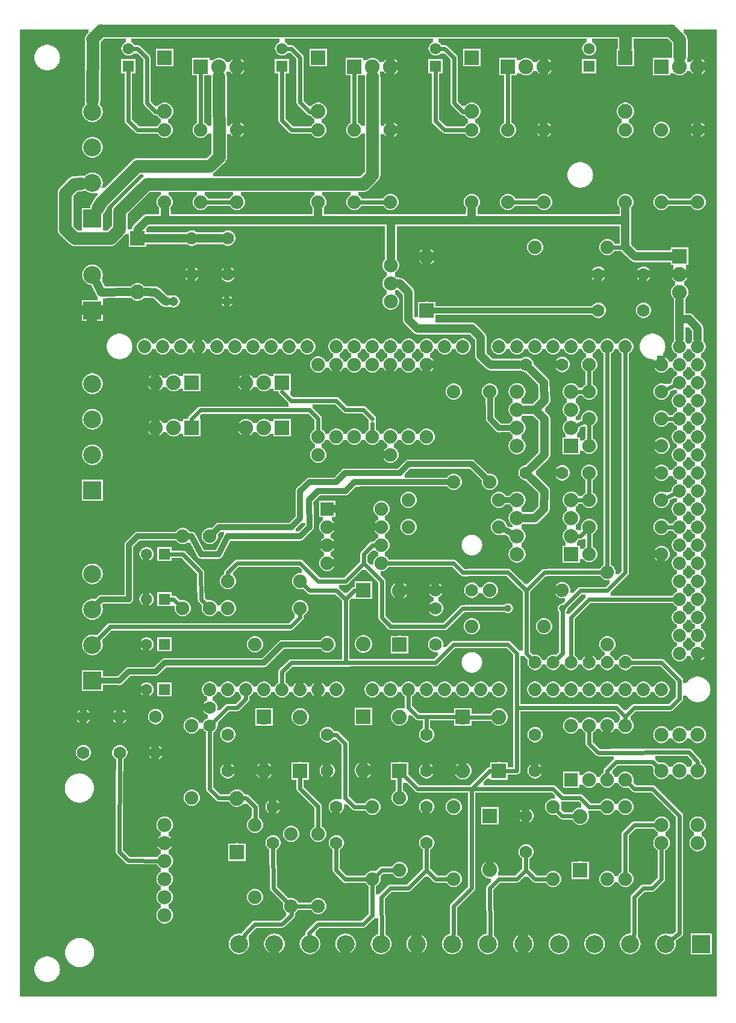
<source format=gtl>
G04 MADE WITH FRITZING*
G04 WWW.FRITZING.ORG*
G04 DOUBLE SIDED*
G04 HOLES PLATED*
G04 CONTOUR ON CENTER OF CONTOUR VECTOR*
%ASAXBY*%
%FSLAX23Y23*%
%MOIN*%
%OFA0B0*%
%SFA1.0B1.0*%
%ADD10C,0.075000*%
%ADD11C,0.070000*%
%ADD12C,0.039370*%
%ADD13C,0.082000*%
%ADD14C,0.072917*%
%ADD15C,0.078000*%
%ADD16C,0.051496*%
%ADD17C,0.079370*%
%ADD18C,0.062992*%
%ADD19C,0.099055*%
%ADD20R,0.075000X0.075000*%
%ADD21R,0.082000X0.082000*%
%ADD22R,0.079370X0.079370*%
%ADD23R,0.062992X0.062992*%
%ADD24R,0.099055X0.099055*%
%ADD25C,0.024000*%
%ADD26C,0.048000*%
%ADD27C,0.032000*%
%ADD28R,0.001000X0.001000*%
%LNCOPPER1*%
G90*
G70*
G54D10*
X941Y4449D03*
X1762Y3257D03*
X2931Y2265D03*
X1932Y2178D03*
X288Y5329D03*
G54D11*
X2892Y1891D03*
X2992Y1891D03*
X3092Y1891D03*
X3192Y1891D03*
X3292Y1891D03*
X3392Y1891D03*
G54D10*
X1742Y2741D03*
X2042Y2741D03*
X1742Y2641D03*
X2042Y2641D03*
X1742Y2541D03*
X2042Y2541D03*
X1742Y2441D03*
X2042Y2441D03*
G54D12*
X3044Y2190D03*
X2742Y2191D03*
G54D10*
X3292Y1991D03*
X3292Y2391D03*
X1592Y2341D03*
X1192Y2341D03*
G54D13*
X992Y3441D03*
X892Y3441D03*
X792Y3441D03*
X1492Y3441D03*
X1392Y3441D03*
X1292Y3441D03*
X1492Y3191D03*
X1392Y3191D03*
X1292Y3191D03*
X992Y3191D03*
X892Y3191D03*
X792Y3191D03*
G54D11*
X1092Y1641D03*
X1092Y1541D03*
G54D10*
X1342Y591D03*
X1342Y991D03*
G54D14*
X2992Y1741D03*
X1392Y1741D03*
X3092Y1741D03*
X3192Y1741D03*
X3292Y1741D03*
X3392Y1741D03*
X3692Y3141D03*
X3492Y1741D03*
X3592Y1741D03*
X1432Y3641D03*
X1992Y1741D03*
X2092Y1741D03*
X2192Y1741D03*
X2292Y1741D03*
X3692Y2341D03*
X2392Y1741D03*
X2492Y1741D03*
X2592Y1741D03*
X2692Y1741D03*
X2192Y3641D03*
X3692Y3541D03*
X3692Y2741D03*
X3692Y1941D03*
X1032Y3641D03*
X1792Y1741D03*
X1792Y3641D03*
X3692Y3341D03*
X3692Y2941D03*
X3692Y2541D03*
X3392Y3641D03*
X3692Y2141D03*
X3292Y3641D03*
X3192Y3641D03*
X3092Y3641D03*
X2992Y3641D03*
X2892Y3641D03*
X2792Y3641D03*
X2692Y3641D03*
X832Y3641D03*
X1232Y3641D03*
X1632Y3641D03*
X1192Y1741D03*
X1592Y1741D03*
X2392Y3641D03*
X1992Y3641D03*
X3692Y3641D03*
X3692Y3441D03*
X3692Y3241D03*
X3692Y3041D03*
X3692Y2841D03*
X3692Y2641D03*
X3692Y2441D03*
X3692Y2241D03*
X3692Y2041D03*
X732Y3641D03*
X932Y3641D03*
X1132Y3641D03*
X1332Y3641D03*
X1532Y3641D03*
X1092Y1741D03*
X1292Y1741D03*
X1492Y1741D03*
X1692Y1741D03*
X2492Y3641D03*
X2292Y3641D03*
X2092Y3641D03*
X1892Y3641D03*
X3792Y3641D03*
X3792Y3541D03*
X3792Y3441D03*
X3792Y3341D03*
X3792Y3241D03*
X3792Y3141D03*
X3792Y3041D03*
X3792Y2941D03*
X3792Y2841D03*
X3792Y2741D03*
X3792Y2641D03*
X3792Y2541D03*
X3792Y2441D03*
X3792Y2341D03*
X3792Y2241D03*
X3792Y2141D03*
X3792Y2041D03*
X3792Y1941D03*
X2892Y1741D03*
G54D13*
X2292Y3841D03*
X2292Y4139D03*
G54D10*
X992Y1141D03*
X992Y1541D03*
G54D15*
X842Y991D03*
X842Y891D03*
X842Y791D03*
X842Y691D03*
X842Y591D03*
X842Y491D03*
G54D10*
X3092Y1241D03*
X3092Y1541D03*
X3192Y1241D03*
X3192Y1541D03*
X3292Y1241D03*
X3292Y1541D03*
X3392Y1241D03*
X3392Y1541D03*
G54D15*
X3592Y1291D03*
X3692Y1291D03*
X3792Y1291D03*
X3792Y1491D03*
X3692Y1491D03*
X3592Y1491D03*
X2093Y3891D03*
X2093Y3991D03*
X2093Y4091D03*
G54D10*
X3292Y1091D03*
X3292Y691D03*
X3392Y1091D03*
X3392Y691D03*
G54D15*
X3592Y991D03*
X3592Y891D03*
X3792Y991D03*
X3792Y891D03*
G54D10*
X3592Y2491D03*
X3192Y2491D03*
X2292Y3541D03*
X2292Y3141D03*
X1792Y3541D03*
X1792Y3141D03*
X3592Y3091D03*
X3192Y3091D03*
X3592Y2941D03*
X3192Y2941D03*
X2092Y3541D03*
X2092Y3141D03*
X2092Y3041D03*
X1692Y3041D03*
X3592Y3541D03*
X3192Y3541D03*
G54D13*
X3692Y4141D03*
X3692Y4041D03*
X3692Y3941D03*
G54D11*
X1192Y4041D03*
X1192Y4241D03*
X3492Y4041D03*
X3492Y3841D03*
X992Y4041D03*
X992Y4241D03*
X3242Y4041D03*
X3242Y3841D03*
G54D13*
X692Y4241D03*
X692Y3943D03*
G54D16*
X892Y3891D03*
X1187Y3891D03*
X892Y3891D03*
X1187Y3891D03*
G54D17*
X3092Y2491D03*
X2792Y2491D03*
X3092Y2591D03*
X2792Y2591D03*
X3092Y2691D03*
X2792Y2691D03*
X3092Y2791D03*
X2792Y2791D03*
X3092Y3091D03*
X2792Y3091D03*
X3092Y3191D03*
X2792Y3191D03*
X3092Y3291D03*
X2792Y3291D03*
X3092Y3391D03*
X2792Y3391D03*
G54D10*
X3592Y2641D03*
X3192Y2641D03*
X2192Y3541D03*
X2192Y3141D03*
X1892Y3541D03*
X1892Y3141D03*
X3592Y3241D03*
X3192Y3241D03*
X3592Y2791D03*
X3192Y2791D03*
X1992Y3541D03*
X1992Y3141D03*
X1692Y3541D03*
X1692Y3141D03*
X3592Y3391D03*
X3192Y3391D03*
G54D11*
X3042Y2941D03*
X2842Y2941D03*
X3042Y3541D03*
X2842Y3541D03*
G54D10*
X2192Y2641D03*
X2692Y2641D03*
X2642Y2891D03*
X2642Y3391D03*
X2692Y2791D03*
X2192Y2791D03*
X2442Y3391D03*
X2442Y2891D03*
X1192Y2191D03*
X1592Y2191D03*
X1092Y2191D03*
X1092Y2591D03*
X1342Y1991D03*
X1742Y1991D03*
X942Y2191D03*
X942Y2591D03*
G54D18*
X841Y1991D03*
X742Y1991D03*
X841Y2491D03*
X742Y2491D03*
X841Y1741D03*
X742Y1741D03*
X841Y2241D03*
X742Y2241D03*
G54D10*
X2642Y2291D03*
X3042Y2291D03*
X2142Y1141D03*
X2142Y741D03*
X1692Y941D03*
X1692Y541D03*
G54D11*
X1742Y1291D03*
X1742Y1491D03*
X1792Y1091D03*
X1792Y891D03*
X1192Y1291D03*
X1192Y1491D03*
X1442Y1091D03*
X1442Y891D03*
G54D10*
X1992Y691D03*
X1992Y1091D03*
X1542Y541D03*
X1542Y941D03*
G54D13*
X2142Y1291D03*
X2142Y1589D03*
X1392Y1589D03*
X1392Y1291D03*
X1592Y1291D03*
X1592Y1589D03*
X1242Y841D03*
X1242Y1139D03*
X2142Y1991D03*
X2142Y2289D03*
X1942Y1591D03*
X1942Y1293D03*
G54D19*
X442Y2845D03*
X442Y3041D03*
X442Y3238D03*
X442Y3435D03*
X3812Y332D03*
X3615Y332D03*
X3418Y332D03*
X3221Y332D03*
X3024Y332D03*
X2827Y332D03*
X2631Y332D03*
X2434Y332D03*
X2237Y332D03*
X2040Y332D03*
X1843Y332D03*
X1646Y332D03*
X1449Y332D03*
X1253Y332D03*
G54D11*
X2892Y1291D03*
X2892Y1491D03*
X792Y1591D03*
X792Y1391D03*
X2292Y1291D03*
X2292Y1491D03*
X392Y1591D03*
X392Y1391D03*
X593Y1591D03*
X593Y1391D03*
X2842Y1041D03*
X2842Y841D03*
X2292Y1091D03*
X2292Y891D03*
G54D10*
X2992Y691D03*
X2992Y1091D03*
X2442Y691D03*
X2442Y1091D03*
G54D13*
X3142Y741D03*
X3142Y1039D03*
X2692Y1291D03*
X2692Y1589D03*
X2642Y1041D03*
X2642Y743D03*
X2492Y1589D03*
X2492Y1291D03*
G54D10*
X3292Y4191D03*
X2892Y4191D03*
G54D11*
X2342Y2291D03*
X2542Y2291D03*
X2342Y2191D03*
X2342Y1991D03*
G54D10*
X2542Y2091D03*
X2942Y2091D03*
G54D13*
X1942Y2291D03*
X1942Y1993D03*
G54D10*
X842Y4441D03*
X842Y4841D03*
X2542Y4441D03*
X2542Y4841D03*
X1692Y4441D03*
X1692Y4841D03*
X3392Y4441D03*
X3392Y4841D03*
G54D18*
X642Y5193D03*
X642Y5291D03*
X2342Y5193D03*
X2342Y5291D03*
X1492Y5193D03*
X1492Y5291D03*
X3192Y5193D03*
X3192Y5291D03*
G54D13*
X842Y5241D03*
X842Y4943D03*
X2542Y5241D03*
X2542Y4943D03*
X1692Y5241D03*
X1692Y4943D03*
X3392Y5241D03*
X3392Y4943D03*
X1042Y5191D03*
X1142Y5191D03*
X1242Y5191D03*
X2742Y5191D03*
X2842Y5191D03*
X2942Y5191D03*
X1892Y5191D03*
X1992Y5191D03*
X2092Y5191D03*
X3592Y5191D03*
X3692Y5191D03*
X3792Y5191D03*
G54D10*
X1042Y4441D03*
X1042Y4841D03*
X2742Y4441D03*
X2742Y4841D03*
X1892Y4441D03*
X1892Y4841D03*
X3592Y4441D03*
X3592Y4841D03*
X1242Y4441D03*
X1242Y4841D03*
X2942Y4441D03*
X2942Y4841D03*
X2092Y4441D03*
X2092Y4841D03*
X3792Y4441D03*
X3792Y4841D03*
G54D19*
X442Y3841D03*
X442Y4038D03*
X442Y1791D03*
X442Y1988D03*
X442Y2185D03*
X442Y2382D03*
X442Y4351D03*
X442Y4548D03*
X442Y4745D03*
X442Y4941D03*
G54D20*
X1742Y2741D03*
G54D21*
X992Y3441D03*
X1492Y3441D03*
X1492Y3191D03*
X992Y3191D03*
X2292Y3840D03*
G54D20*
X3092Y1241D03*
G54D21*
X3692Y4141D03*
X692Y4242D03*
G54D22*
X3092Y2491D03*
X3092Y3091D03*
G54D23*
X841Y1991D03*
X841Y2491D03*
X841Y1741D03*
X841Y2241D03*
G54D21*
X2142Y1290D03*
X1392Y1590D03*
X1592Y1290D03*
X1242Y840D03*
X2142Y1990D03*
X1942Y1592D03*
G54D24*
X442Y2845D03*
X3812Y332D03*
G54D21*
X3142Y740D03*
X2692Y1290D03*
X2642Y1042D03*
X2492Y1590D03*
X1942Y2292D03*
G54D23*
X642Y5193D03*
X2342Y5193D03*
X1492Y5193D03*
X3192Y5193D03*
G54D21*
X842Y5242D03*
X2542Y5242D03*
X1692Y5242D03*
X3392Y5242D03*
X1042Y5191D03*
X2742Y5191D03*
X1892Y5191D03*
X3592Y5191D03*
G54D24*
X442Y3841D03*
X442Y1791D03*
X442Y4351D03*
G54D25*
X2443Y5241D02*
X2444Y4990D01*
D02*
X2340Y4890D02*
X2342Y5166D01*
D02*
X2444Y4990D02*
X2492Y4941D01*
D02*
X2514Y4841D02*
X2392Y4841D01*
D02*
X2392Y4841D02*
X2340Y4890D01*
G54D11*
D02*
X292Y4490D02*
X292Y4290D01*
D02*
X343Y4241D02*
X543Y4241D01*
D02*
X543Y4241D02*
X592Y4290D01*
D02*
X743Y4541D02*
X1943Y4541D01*
D02*
X592Y4390D02*
X743Y4541D01*
D02*
X592Y4290D02*
X592Y4390D01*
D02*
X292Y4290D02*
X343Y4241D01*
D02*
X341Y4541D02*
X292Y4490D01*
D02*
X1943Y4541D02*
X1992Y4590D01*
G54D25*
D02*
X1492Y4893D02*
X1492Y5166D01*
G54D11*
D02*
X379Y4544D02*
X341Y4541D01*
D02*
X1992Y4590D02*
X1992Y5137D01*
G54D25*
D02*
X1892Y4870D02*
X1892Y5159D01*
D02*
X1543Y4841D02*
X1492Y4893D01*
D02*
X2492Y4941D02*
X2510Y4942D01*
D02*
X2369Y5291D02*
X2392Y5290D01*
D02*
X2392Y5290D02*
X2443Y5241D01*
D02*
X1592Y5241D02*
X1592Y4993D01*
D02*
X1592Y4993D02*
X1643Y4941D01*
D02*
X1664Y4841D02*
X1543Y4841D01*
D02*
X1543Y5290D02*
X1592Y5241D01*
D02*
X1519Y5291D02*
X1543Y5290D01*
D02*
X1643Y4941D02*
X1660Y4942D01*
G54D11*
D02*
X1092Y4641D02*
X1143Y4690D01*
D02*
X792Y4641D02*
X1092Y4641D01*
D02*
X492Y4441D02*
X692Y4641D01*
D02*
X692Y4641D02*
X792Y4641D01*
D02*
X472Y4406D02*
X492Y4441D01*
G54D25*
D02*
X743Y5241D02*
X743Y4990D01*
D02*
X743Y4990D02*
X792Y4941D01*
D02*
X1042Y5159D02*
X1042Y4870D01*
G54D11*
D02*
X1143Y4690D02*
X1142Y5137D01*
G54D25*
D02*
X2742Y4870D02*
X2742Y5159D01*
D02*
X692Y5290D02*
X743Y5241D01*
D02*
X669Y5291D02*
X692Y5290D01*
D02*
X792Y4941D02*
X810Y4942D01*
D02*
X641Y4890D02*
X642Y5166D01*
D02*
X814Y4841D02*
X692Y4841D01*
D02*
X692Y4841D02*
X641Y4890D01*
D02*
X2944Y2390D02*
X2843Y2290D01*
D02*
X3418Y1891D02*
X3592Y1891D01*
D02*
X3092Y2141D02*
X3192Y2241D01*
D02*
X3192Y2241D02*
X3662Y2241D01*
D02*
X3092Y1918D02*
X3092Y2141D01*
D02*
X3044Y1941D02*
X3011Y1910D01*
D02*
X3044Y2171D02*
X3044Y1941D01*
D02*
X3144Y2290D02*
X3057Y2203D01*
D02*
X3292Y2290D02*
X3144Y2290D01*
D02*
X3392Y3611D02*
X3392Y2390D01*
D02*
X3392Y2390D02*
X3292Y2290D01*
D02*
X2844Y1941D02*
X2874Y1910D01*
D02*
X2843Y2290D02*
X2844Y1941D01*
D02*
X3264Y2391D02*
X2944Y2390D01*
D02*
X3292Y2441D02*
X3292Y2420D01*
D02*
X3292Y3611D02*
X3292Y2441D01*
D02*
X2741Y2390D02*
X2843Y2290D01*
D02*
X1943Y2490D02*
X1992Y2541D01*
D02*
X2044Y2341D02*
X1944Y2441D01*
D02*
X1992Y2541D02*
X2014Y2541D01*
D02*
X1944Y2441D02*
X1943Y2490D01*
D02*
X2492Y2190D02*
X2392Y2090D01*
D02*
X2392Y2090D02*
X2092Y2090D01*
D02*
X2092Y2090D02*
X2043Y2141D01*
D02*
X2043Y2141D02*
X2044Y2341D01*
D02*
X2723Y2191D02*
X2492Y2190D01*
D02*
X2492Y2390D02*
X2741Y2390D01*
D02*
X2440Y2441D02*
X2492Y2390D01*
D02*
X2071Y2441D02*
X2440Y2441D01*
D02*
X3442Y1641D02*
X3392Y1591D01*
D02*
X3642Y1641D02*
X3442Y1641D01*
D02*
X3692Y1691D02*
X3642Y1641D01*
D02*
X3692Y1791D02*
X3692Y1691D01*
D02*
X3592Y1891D02*
X3692Y1791D01*
D02*
X1844Y2341D02*
X1944Y2441D01*
D02*
X1692Y2341D02*
X1844Y2341D01*
D02*
X1592Y2441D02*
X1692Y2341D01*
D02*
X1244Y2441D02*
X1592Y2441D01*
D02*
X1192Y2370D02*
X1192Y2390D01*
D02*
X1192Y2390D02*
X1244Y2441D01*
D02*
X1644Y2290D02*
X1612Y2321D01*
D02*
X1792Y2290D02*
X1644Y2290D01*
D02*
X1844Y2241D02*
X1792Y2290D01*
D02*
X3042Y1041D02*
X3110Y1040D01*
D02*
X3012Y1071D02*
X3042Y1041D01*
D02*
X3192Y1441D02*
X3192Y1513D01*
D02*
X3242Y1391D02*
X3192Y1441D01*
D02*
X3792Y1341D02*
X3744Y1393D01*
D02*
X3744Y1393D02*
X3242Y1391D01*
D02*
X3792Y1322D02*
X3792Y1341D01*
D02*
X3342Y1641D02*
X3392Y1591D01*
D02*
X3392Y1591D02*
X3392Y1570D01*
D02*
X2792Y1641D02*
X3342Y1641D01*
D02*
X1644Y3290D02*
X1692Y3241D01*
D02*
X1040Y3290D02*
X1644Y3290D01*
D02*
X992Y3241D02*
X1040Y3290D01*
D02*
X1692Y3241D02*
X1692Y3170D01*
D02*
X992Y3224D02*
X992Y3241D01*
D02*
X1492Y3391D02*
X1542Y3341D01*
D02*
X1542Y3341D02*
X1792Y3341D01*
D02*
X1792Y3341D02*
X1842Y3291D01*
D02*
X1842Y3291D02*
X1942Y3291D01*
D02*
X1492Y3441D02*
X1492Y3424D01*
D02*
X1992Y3213D02*
X1992Y3141D01*
D02*
X1942Y3291D02*
X1992Y3241D01*
G54D26*
D02*
X2941Y2741D02*
X2943Y2841D01*
D02*
X2892Y2691D02*
X2941Y2741D01*
D02*
X2944Y3341D02*
X2940Y3441D01*
D02*
X2940Y3441D02*
X2868Y3515D01*
D02*
X2892Y3290D02*
X2944Y3341D01*
D02*
X2943Y2841D02*
X2869Y2915D01*
D02*
X2834Y2691D02*
X2892Y2691D01*
G54D27*
D02*
X2330Y3841D02*
X3210Y3841D01*
G54D25*
D02*
X1540Y2090D02*
X1592Y2141D01*
D02*
X1592Y2141D02*
X1592Y2163D01*
D02*
X470Y2017D02*
X540Y2090D01*
D02*
X540Y2090D02*
X1540Y2090D01*
D02*
X3392Y4190D02*
X3321Y4191D01*
D02*
X1092Y1190D02*
X1140Y1141D01*
D02*
X1092Y1515D02*
X1092Y1190D01*
D02*
X1140Y1141D02*
X1210Y1140D01*
D02*
X1344Y1090D02*
X1292Y1141D01*
D02*
X1343Y1020D02*
X1344Y1090D01*
D02*
X1292Y1141D02*
X1274Y1141D01*
D02*
X1292Y390D02*
X1276Y366D01*
D02*
X1340Y441D02*
X1292Y390D01*
D02*
X1492Y441D02*
X1340Y441D01*
D02*
X1544Y490D02*
X1492Y441D01*
D02*
X1543Y513D02*
X1544Y490D01*
D02*
X1244Y1641D02*
X1192Y1641D01*
D02*
X1192Y1641D02*
X1111Y1560D01*
D02*
X1292Y1711D02*
X1292Y1690D01*
D02*
X1292Y1690D02*
X1244Y1641D01*
D02*
X2492Y591D02*
X2442Y541D01*
D02*
X2542Y691D02*
X2542Y641D01*
D02*
X2542Y1191D02*
X2542Y691D01*
G54D27*
D02*
X2756Y2791D02*
X2726Y2791D01*
G54D25*
D02*
X2992Y1191D02*
X2542Y1191D01*
D02*
X3042Y1141D02*
X2992Y1191D01*
D02*
X3142Y1141D02*
X3042Y1141D01*
D02*
X3192Y1091D02*
X3142Y1141D01*
D02*
X2542Y1191D02*
X2242Y1191D01*
D02*
X2660Y1291D02*
X2642Y1291D01*
D02*
X2592Y1241D02*
X2542Y1191D01*
D02*
X2642Y1291D02*
X2592Y1241D01*
D02*
X2442Y391D02*
X2439Y373D01*
G54D27*
D02*
X644Y2541D02*
X692Y2590D01*
D02*
X644Y2241D02*
X644Y2541D01*
D02*
X492Y2241D02*
X644Y2241D01*
G54D25*
D02*
X3264Y1091D02*
X3192Y1091D01*
D02*
X2192Y1241D02*
X2165Y1269D01*
D02*
X2242Y1191D02*
X2192Y1241D01*
D02*
X1592Y1191D02*
X1592Y1259D01*
G54D27*
D02*
X692Y2590D02*
X908Y2591D01*
D02*
X2644Y3241D02*
X2692Y3190D01*
D02*
X2692Y3190D02*
X2756Y3191D01*
D02*
X2643Y3357D02*
X2644Y3241D01*
D02*
X473Y2220D02*
X492Y2241D01*
G54D25*
D02*
X1692Y1093D02*
X1592Y1191D01*
D02*
X1692Y970D02*
X1692Y1093D01*
D02*
X640Y793D02*
X592Y841D01*
D02*
X812Y792D02*
X640Y793D01*
D02*
X3542Y1341D02*
X3571Y1313D01*
D02*
X3342Y1341D02*
X3542Y1341D01*
D02*
X3292Y1291D02*
X3342Y1341D01*
D02*
X3292Y1270D02*
X3292Y1291D01*
D02*
X3492Y1191D02*
X3542Y1191D01*
D02*
X3542Y1191D02*
X3642Y1091D01*
D02*
X3692Y391D02*
X3647Y357D01*
D02*
X3442Y1191D02*
X3492Y1191D01*
D02*
X3412Y1221D02*
X3442Y1191D01*
D02*
X3642Y1091D02*
X3692Y1041D01*
D02*
X3692Y1041D02*
X3692Y391D01*
D02*
X3592Y691D02*
X3592Y861D01*
D02*
X3492Y641D02*
X3542Y641D01*
D02*
X3542Y641D02*
X3592Y691D01*
D02*
X3392Y941D02*
X3392Y720D01*
D02*
X3442Y991D02*
X3392Y941D01*
D02*
X3562Y991D02*
X3442Y991D01*
D02*
X3442Y591D02*
X3492Y641D01*
D02*
X3442Y391D02*
X3442Y591D01*
D02*
X3433Y370D02*
X3442Y391D01*
G54D26*
D02*
X2540Y4341D02*
X3392Y4341D01*
D02*
X2093Y4341D02*
X2540Y4341D01*
D02*
X3392Y4341D02*
X3392Y4402D01*
D02*
X844Y4341D02*
X843Y4402D01*
D02*
X2540Y4341D02*
X2541Y4402D01*
D02*
X844Y4341D02*
X1692Y4341D01*
D02*
X3444Y4141D02*
X3649Y4141D01*
D02*
X3392Y4190D02*
X3444Y4141D01*
D02*
X3392Y4341D02*
X3392Y4190D01*
D02*
X1692Y4341D02*
X1692Y4402D01*
D02*
X1692Y4341D02*
X2093Y4341D01*
D02*
X693Y4291D02*
X693Y4285D01*
D02*
X693Y4291D02*
X743Y4341D01*
D02*
X743Y4341D02*
X844Y4341D01*
D02*
X2192Y3941D02*
X2144Y3990D01*
D02*
X2192Y3790D02*
X2192Y3941D01*
D02*
X2240Y3741D02*
X2192Y3790D01*
D02*
X2144Y3990D02*
X2134Y3990D01*
D02*
X2544Y3741D02*
X2240Y3741D01*
D02*
X2592Y3690D02*
X2544Y3741D01*
D02*
X2592Y3590D02*
X2592Y3690D01*
D02*
X2644Y3541D02*
X2592Y3590D01*
D02*
X2093Y4341D02*
X2093Y4133D01*
G54D25*
D02*
X1992Y490D02*
X1940Y441D01*
D02*
X1692Y441D02*
X1642Y391D01*
D02*
X1992Y663D02*
X1992Y490D01*
G54D26*
D02*
X843Y3893D02*
X792Y3941D01*
D02*
X792Y3941D02*
X735Y3943D01*
D02*
X854Y3892D02*
X843Y3893D01*
G54D25*
D02*
X2044Y390D02*
X2043Y373D01*
D02*
X2092Y641D02*
X2042Y591D01*
D02*
X3192Y2941D02*
X3192Y2820D01*
D02*
X3192Y3541D02*
X3192Y3420D01*
D02*
X2644Y390D02*
X2640Y372D01*
D02*
X2642Y641D02*
X2644Y390D01*
D02*
X2842Y741D02*
X2792Y691D01*
D02*
X3192Y2613D02*
X3192Y2520D01*
D02*
X3192Y3213D02*
X3192Y3120D01*
G54D27*
D02*
X2760Y2608D02*
X2723Y2626D01*
D02*
X592Y1790D02*
X488Y1791D01*
D02*
X644Y1841D02*
X592Y1790D01*
D02*
X792Y1841D02*
X644Y1841D01*
D02*
X1492Y1990D02*
X1392Y1890D01*
D02*
X1392Y1890D02*
X844Y1890D01*
D02*
X844Y1890D02*
X792Y1841D01*
D02*
X1708Y1991D02*
X1492Y1990D01*
G54D26*
D02*
X2944Y3041D02*
X2869Y2968D01*
D02*
X2944Y3241D02*
X2944Y3041D01*
D02*
X2892Y3290D02*
X2944Y3241D01*
G54D25*
D02*
X1892Y2290D02*
X1910Y2290D01*
D02*
X1844Y2241D02*
X1892Y2290D01*
D02*
X1844Y1890D02*
X1844Y2241D01*
D02*
X3665Y2828D02*
X3618Y2804D01*
D02*
X3662Y2641D02*
X3621Y2641D01*
D02*
X3143Y2590D02*
X3172Y2621D01*
D02*
X3123Y2591D02*
X3143Y2590D01*
D02*
X3123Y2791D02*
X3164Y2791D01*
G54D26*
D02*
X1155Y4241D02*
X1029Y4241D01*
D02*
X3792Y3741D02*
X3792Y3683D01*
D02*
X3743Y3793D02*
X3792Y3741D01*
D02*
X3692Y3791D02*
X3743Y3793D01*
D02*
X3692Y3791D02*
X3692Y3898D01*
D02*
X3692Y3683D02*
X3692Y3791D01*
D02*
X955Y4241D02*
X735Y4241D01*
G54D25*
D02*
X3120Y3205D02*
X3167Y3229D01*
D02*
X3621Y3241D02*
X3662Y3241D01*
D02*
X3123Y3391D02*
X3164Y3391D01*
D02*
X3618Y3404D02*
X3665Y3428D01*
G54D27*
D02*
X1892Y2890D02*
X2408Y2891D01*
D02*
X1592Y2590D02*
X1644Y2641D01*
D02*
X1844Y2841D02*
X1892Y2890D01*
D02*
X1640Y2790D02*
X1692Y2841D01*
D02*
X1644Y2641D02*
X1640Y2790D01*
D02*
X992Y2590D02*
X1044Y2490D01*
D02*
X1192Y2590D02*
X1592Y2590D01*
D02*
X1140Y2490D02*
X1192Y2590D01*
D02*
X1044Y2490D02*
X1140Y2490D01*
D02*
X1692Y2841D02*
X1844Y2841D01*
D02*
X976Y2590D02*
X992Y2590D01*
D02*
X2540Y2990D02*
X2618Y2915D01*
D02*
X1144Y2641D02*
X1544Y2641D01*
D02*
X1544Y2641D02*
X1592Y2690D01*
D02*
X1592Y2690D02*
X1592Y2841D01*
D02*
X1592Y2841D02*
X1644Y2890D01*
D02*
X1644Y2890D02*
X1792Y2890D01*
D02*
X1792Y2890D02*
X1840Y2941D01*
D02*
X1840Y2941D02*
X2144Y2941D01*
D02*
X2144Y2941D02*
X2192Y2990D01*
D02*
X1117Y2615D02*
X1144Y2641D01*
G54D25*
D02*
X892Y2241D02*
X922Y2212D01*
D02*
X867Y2241D02*
X892Y2241D01*
D02*
X1040Y2390D02*
X1044Y2241D01*
D02*
X1044Y2241D02*
X1072Y2212D01*
D02*
X944Y2490D02*
X1040Y2390D01*
D02*
X867Y2491D02*
X944Y2490D01*
G54D26*
D02*
X2644Y3541D02*
X2805Y3541D01*
D02*
X2834Y3291D02*
X2892Y3290D01*
D02*
X492Y3941D02*
X649Y3943D01*
D02*
X466Y3992D02*
X492Y3941D01*
G54D25*
D02*
X1214Y4441D02*
X1071Y4441D01*
D02*
X2064Y4441D02*
X1921Y4441D01*
D02*
X2914Y4441D02*
X2771Y4441D01*
D02*
X2964Y691D02*
X2892Y691D01*
D02*
X2842Y741D02*
X2842Y815D01*
G54D11*
D02*
X3392Y5390D02*
X3392Y5296D01*
D02*
X3392Y5390D02*
X3643Y5390D01*
D02*
X492Y5390D02*
X3392Y5390D01*
D02*
X3692Y5341D02*
X3692Y5246D01*
D02*
X442Y5004D02*
X443Y5341D01*
G54D25*
D02*
X1792Y1491D02*
X1842Y1441D01*
D02*
X1892Y1091D02*
X1964Y1091D01*
D02*
X1768Y1491D02*
X1792Y1491D01*
D02*
X3621Y4441D02*
X3764Y4441D01*
D02*
X1840Y690D02*
X1964Y691D01*
D02*
X1792Y741D02*
X1840Y690D01*
D02*
X1792Y841D02*
X1792Y741D01*
D02*
X1792Y865D02*
X1792Y841D01*
D02*
X2013Y711D02*
X2044Y741D01*
D02*
X2142Y1259D02*
X2142Y1170D01*
D02*
X2292Y741D02*
X2342Y691D01*
D02*
X2292Y865D02*
X2292Y741D01*
D02*
X2292Y1591D02*
X2292Y1518D01*
D02*
X2242Y1591D02*
X2292Y1591D01*
D02*
X2192Y1641D02*
X2242Y1591D01*
D02*
X2192Y1711D02*
X2192Y1641D01*
D02*
X2292Y1591D02*
X2460Y1590D01*
D02*
X2660Y1589D02*
X2524Y1589D01*
D02*
X1442Y865D02*
X1444Y641D01*
D02*
X1571Y541D02*
X1664Y541D01*
D02*
X2342Y1891D02*
X2442Y1991D01*
D02*
X2442Y1991D02*
X2742Y1991D01*
D02*
X1844Y1890D02*
X2342Y1891D01*
D02*
X1544Y1890D02*
X1844Y1890D01*
D02*
X1492Y1841D02*
X1544Y1890D01*
D02*
X2792Y1291D02*
X2724Y1291D01*
D02*
X2792Y1641D02*
X2792Y1291D01*
D02*
X2792Y1941D02*
X2792Y1641D01*
D02*
X2742Y1991D02*
X2792Y1941D01*
D02*
X1492Y1772D02*
X1492Y1841D01*
D02*
X2192Y641D02*
X2092Y641D01*
D02*
X2292Y741D02*
X2192Y641D01*
D02*
X2044Y741D02*
X2114Y741D01*
D02*
X2892Y691D02*
X2842Y741D01*
D02*
X2792Y691D02*
X2692Y691D01*
D02*
X2692Y691D02*
X2642Y641D01*
D02*
X1444Y641D02*
X1522Y562D01*
D02*
X592Y841D02*
X593Y1365D01*
D02*
X2442Y541D02*
X2442Y391D01*
D02*
X2542Y641D02*
X2492Y591D01*
G54D27*
D02*
X2192Y2990D02*
X2540Y2990D01*
G54D25*
D02*
X1842Y1441D02*
X1842Y1141D01*
D02*
X1842Y1141D02*
X1892Y1091D01*
D02*
X1642Y391D02*
X1643Y373D01*
D02*
X1940Y441D02*
X1692Y441D01*
D02*
X2042Y591D02*
X2044Y390D01*
D02*
X2342Y691D02*
X2414Y691D01*
G36*
X1062Y5143D02*
X1062Y4881D01*
X1064Y4881D01*
X1064Y4879D01*
X1068Y4879D01*
X1068Y4877D01*
X1070Y4877D01*
X1070Y4875D01*
X1072Y4875D01*
X1072Y4873D01*
X1074Y4873D01*
X1074Y4871D01*
X1076Y4871D01*
X1076Y4869D01*
X1078Y4869D01*
X1078Y4867D01*
X1080Y4867D01*
X1080Y4863D01*
X1100Y4863D01*
X1100Y5143D01*
X1062Y5143D01*
G37*
D02*
G36*
X1912Y5143D02*
X1912Y4881D01*
X1914Y4881D01*
X1914Y4879D01*
X1918Y4879D01*
X1918Y4877D01*
X1920Y4877D01*
X1920Y4875D01*
X1922Y4875D01*
X1922Y4873D01*
X1924Y4873D01*
X1924Y4871D01*
X1926Y4871D01*
X1926Y4869D01*
X1928Y4869D01*
X1928Y4867D01*
X1930Y4867D01*
X1930Y4863D01*
X1950Y4863D01*
X1950Y5143D01*
X1912Y5143D01*
G37*
D02*
G36*
X704Y4593D02*
X704Y4591D01*
X702Y4591D01*
X702Y4589D01*
X700Y4589D01*
X700Y4587D01*
X698Y4587D01*
X698Y4585D01*
X696Y4585D01*
X696Y4583D01*
X694Y4583D01*
X694Y4581D01*
X692Y4581D01*
X692Y4579D01*
X690Y4579D01*
X690Y4577D01*
X688Y4577D01*
X688Y4575D01*
X686Y4575D01*
X686Y4573D01*
X684Y4573D01*
X684Y4571D01*
X682Y4571D01*
X682Y4569D01*
X680Y4569D01*
X680Y4567D01*
X678Y4567D01*
X678Y4565D01*
X676Y4565D01*
X676Y4563D01*
X674Y4563D01*
X674Y4561D01*
X672Y4561D01*
X672Y4559D01*
X670Y4559D01*
X670Y4557D01*
X668Y4557D01*
X668Y4555D01*
X666Y4555D01*
X666Y4553D01*
X664Y4553D01*
X664Y4551D01*
X662Y4551D01*
X662Y4549D01*
X660Y4549D01*
X660Y4547D01*
X658Y4547D01*
X658Y4545D01*
X656Y4545D01*
X656Y4543D01*
X654Y4543D01*
X654Y4541D01*
X652Y4541D01*
X652Y4539D01*
X650Y4539D01*
X650Y4537D01*
X648Y4537D01*
X648Y4535D01*
X646Y4535D01*
X646Y4533D01*
X644Y4533D01*
X644Y4531D01*
X642Y4531D01*
X642Y4529D01*
X640Y4529D01*
X640Y4527D01*
X638Y4527D01*
X638Y4525D01*
X636Y4525D01*
X636Y4523D01*
X634Y4523D01*
X634Y4521D01*
X632Y4521D01*
X632Y4519D01*
X630Y4519D01*
X630Y4517D01*
X628Y4517D01*
X628Y4515D01*
X626Y4515D01*
X626Y4513D01*
X624Y4513D01*
X624Y4511D01*
X622Y4511D01*
X622Y4509D01*
X620Y4509D01*
X620Y4507D01*
X618Y4507D01*
X618Y4505D01*
X616Y4505D01*
X616Y4503D01*
X614Y4503D01*
X614Y4501D01*
X612Y4501D01*
X612Y4499D01*
X610Y4499D01*
X610Y4497D01*
X608Y4497D01*
X608Y4495D01*
X606Y4495D01*
X606Y4493D01*
X604Y4493D01*
X604Y4491D01*
X602Y4491D01*
X602Y4489D01*
X600Y4489D01*
X600Y4487D01*
X598Y4487D01*
X598Y4485D01*
X596Y4485D01*
X596Y4483D01*
X594Y4483D01*
X594Y4481D01*
X592Y4481D01*
X592Y4479D01*
X590Y4479D01*
X590Y4477D01*
X588Y4477D01*
X588Y4475D01*
X586Y4475D01*
X586Y4473D01*
X584Y4473D01*
X584Y4471D01*
X582Y4471D01*
X582Y4469D01*
X580Y4469D01*
X580Y4467D01*
X578Y4467D01*
X578Y4465D01*
X576Y4465D01*
X576Y4463D01*
X574Y4463D01*
X574Y4461D01*
X572Y4461D01*
X572Y4459D01*
X570Y4459D01*
X570Y4457D01*
X568Y4457D01*
X568Y4455D01*
X566Y4455D01*
X566Y4453D01*
X564Y4453D01*
X564Y4451D01*
X562Y4451D01*
X562Y4449D01*
X560Y4449D01*
X560Y4447D01*
X558Y4447D01*
X558Y4445D01*
X556Y4445D01*
X556Y4443D01*
X554Y4443D01*
X554Y4441D01*
X552Y4441D01*
X552Y4439D01*
X550Y4439D01*
X550Y4437D01*
X548Y4437D01*
X548Y4435D01*
X546Y4435D01*
X546Y4433D01*
X544Y4433D01*
X544Y4431D01*
X542Y4431D01*
X542Y4429D01*
X540Y4429D01*
X540Y4427D01*
X538Y4427D01*
X538Y4425D01*
X536Y4425D01*
X536Y4423D01*
X534Y4423D01*
X534Y4421D01*
X532Y4421D01*
X532Y4419D01*
X530Y4419D01*
X530Y4417D01*
X528Y4417D01*
X528Y4415D01*
X526Y4415D01*
X526Y4413D01*
X524Y4413D01*
X524Y4409D01*
X522Y4409D01*
X522Y4405D01*
X520Y4405D01*
X520Y4401D01*
X518Y4401D01*
X518Y4397D01*
X516Y4397D01*
X516Y4395D01*
X514Y4395D01*
X514Y4391D01*
X512Y4391D01*
X512Y4387D01*
X510Y4387D01*
X510Y4383D01*
X508Y4383D01*
X508Y4381D01*
X506Y4381D01*
X506Y4379D01*
X504Y4379D01*
X504Y4377D01*
X502Y4377D01*
X502Y4375D01*
X500Y4375D01*
X500Y4285D01*
X526Y4285D01*
X526Y4287D01*
X528Y4287D01*
X528Y4289D01*
X530Y4289D01*
X530Y4291D01*
X532Y4291D01*
X532Y4293D01*
X534Y4293D01*
X534Y4295D01*
X536Y4295D01*
X536Y4297D01*
X538Y4297D01*
X538Y4299D01*
X540Y4299D01*
X540Y4301D01*
X542Y4301D01*
X542Y4303D01*
X544Y4303D01*
X544Y4305D01*
X546Y4305D01*
X546Y4307D01*
X548Y4307D01*
X548Y4309D01*
X550Y4309D01*
X550Y4403D01*
X552Y4403D01*
X552Y4409D01*
X554Y4409D01*
X554Y4413D01*
X556Y4413D01*
X556Y4415D01*
X558Y4415D01*
X558Y4417D01*
X560Y4417D01*
X560Y4421D01*
X562Y4421D01*
X562Y4423D01*
X564Y4423D01*
X564Y4425D01*
X566Y4425D01*
X566Y4427D01*
X568Y4427D01*
X568Y4429D01*
X570Y4429D01*
X570Y4431D01*
X572Y4431D01*
X572Y4433D01*
X574Y4433D01*
X574Y4435D01*
X576Y4435D01*
X576Y4437D01*
X578Y4437D01*
X578Y4439D01*
X580Y4439D01*
X580Y4441D01*
X582Y4441D01*
X582Y4443D01*
X584Y4443D01*
X584Y4445D01*
X586Y4445D01*
X586Y4447D01*
X588Y4447D01*
X588Y4449D01*
X590Y4449D01*
X590Y4451D01*
X592Y4451D01*
X592Y4453D01*
X594Y4453D01*
X594Y4455D01*
X596Y4455D01*
X596Y4457D01*
X598Y4457D01*
X598Y4459D01*
X600Y4459D01*
X600Y4461D01*
X602Y4461D01*
X602Y4463D01*
X604Y4463D01*
X604Y4465D01*
X606Y4465D01*
X606Y4467D01*
X608Y4467D01*
X608Y4469D01*
X610Y4469D01*
X610Y4471D01*
X612Y4471D01*
X612Y4473D01*
X614Y4473D01*
X614Y4475D01*
X616Y4475D01*
X616Y4477D01*
X618Y4477D01*
X618Y4479D01*
X620Y4479D01*
X620Y4481D01*
X622Y4481D01*
X622Y4483D01*
X624Y4483D01*
X624Y4485D01*
X626Y4485D01*
X626Y4487D01*
X628Y4487D01*
X628Y4489D01*
X630Y4489D01*
X630Y4491D01*
X632Y4491D01*
X632Y4493D01*
X634Y4493D01*
X634Y4495D01*
X636Y4495D01*
X636Y4497D01*
X638Y4497D01*
X638Y4499D01*
X640Y4499D01*
X640Y4501D01*
X642Y4501D01*
X642Y4503D01*
X644Y4503D01*
X644Y4505D01*
X646Y4505D01*
X646Y4507D01*
X648Y4507D01*
X648Y4509D01*
X650Y4509D01*
X650Y4511D01*
X652Y4511D01*
X652Y4513D01*
X654Y4513D01*
X654Y4515D01*
X656Y4515D01*
X656Y4517D01*
X658Y4517D01*
X658Y4519D01*
X660Y4519D01*
X660Y4521D01*
X662Y4521D01*
X662Y4523D01*
X664Y4523D01*
X664Y4525D01*
X666Y4525D01*
X666Y4527D01*
X668Y4527D01*
X668Y4529D01*
X670Y4529D01*
X670Y4531D01*
X672Y4531D01*
X672Y4533D01*
X674Y4533D01*
X674Y4535D01*
X676Y4535D01*
X676Y4537D01*
X678Y4537D01*
X678Y4539D01*
X680Y4539D01*
X680Y4541D01*
X682Y4541D01*
X682Y4543D01*
X684Y4543D01*
X684Y4545D01*
X686Y4545D01*
X686Y4547D01*
X688Y4547D01*
X688Y4549D01*
X690Y4549D01*
X690Y4551D01*
X692Y4551D01*
X692Y4553D01*
X694Y4553D01*
X694Y4555D01*
X696Y4555D01*
X696Y4557D01*
X698Y4557D01*
X698Y4559D01*
X700Y4559D01*
X700Y4561D01*
X702Y4561D01*
X702Y4563D01*
X704Y4563D01*
X704Y4565D01*
X706Y4565D01*
X706Y4567D01*
X708Y4567D01*
X708Y4569D01*
X710Y4569D01*
X710Y4571D01*
X712Y4571D01*
X712Y4573D01*
X716Y4573D01*
X716Y4575D01*
X718Y4575D01*
X718Y4577D01*
X720Y4577D01*
X720Y4579D01*
X724Y4579D01*
X724Y4593D01*
X704Y4593D01*
G37*
D02*
G36*
X388Y4503D02*
X388Y4501D01*
X362Y4501D01*
X362Y4499D01*
X358Y4499D01*
X358Y4497D01*
X356Y4497D01*
X356Y4495D01*
X354Y4495D01*
X354Y4493D01*
X352Y4493D01*
X352Y4491D01*
X350Y4491D01*
X350Y4487D01*
X348Y4487D01*
X348Y4485D01*
X346Y4485D01*
X346Y4483D01*
X344Y4483D01*
X344Y4481D01*
X342Y4481D01*
X342Y4479D01*
X340Y4479D01*
X340Y4477D01*
X338Y4477D01*
X338Y4475D01*
X336Y4475D01*
X336Y4307D01*
X338Y4307D01*
X338Y4305D01*
X340Y4305D01*
X340Y4303D01*
X342Y4303D01*
X342Y4301D01*
X344Y4301D01*
X344Y4299D01*
X346Y4299D01*
X346Y4297D01*
X348Y4297D01*
X348Y4295D01*
X350Y4295D01*
X350Y4293D01*
X352Y4293D01*
X352Y4291D01*
X354Y4291D01*
X354Y4289D01*
X358Y4289D01*
X358Y4287D01*
X360Y4287D01*
X360Y4285D01*
X384Y4285D01*
X384Y4409D01*
X430Y4409D01*
X430Y4417D01*
X432Y4417D01*
X432Y4423D01*
X434Y4423D01*
X434Y4427D01*
X436Y4427D01*
X436Y4431D01*
X438Y4431D01*
X438Y4435D01*
X440Y4435D01*
X440Y4439D01*
X442Y4439D01*
X442Y4441D01*
X444Y4441D01*
X444Y4445D01*
X446Y4445D01*
X446Y4449D01*
X448Y4449D01*
X448Y4453D01*
X450Y4453D01*
X450Y4457D01*
X452Y4457D01*
X452Y4459D01*
X454Y4459D01*
X454Y4463D01*
X456Y4463D01*
X456Y4467D01*
X458Y4467D01*
X458Y4469D01*
X460Y4469D01*
X460Y4471D01*
X462Y4471D01*
X462Y4473D01*
X464Y4473D01*
X464Y4475D01*
X466Y4475D01*
X466Y4477D01*
X468Y4477D01*
X468Y4479D01*
X470Y4479D01*
X470Y4491D01*
X430Y4491D01*
X430Y4493D01*
X424Y4493D01*
X424Y4495D01*
X420Y4495D01*
X420Y4497D01*
X416Y4497D01*
X416Y4499D01*
X412Y4499D01*
X412Y4501D01*
X410Y4501D01*
X410Y4503D01*
X388Y4503D01*
G37*
D02*
G36*
X760Y4499D02*
X760Y4497D01*
X758Y4497D01*
X758Y4495D01*
X756Y4495D01*
X756Y4493D01*
X754Y4493D01*
X754Y4491D01*
X752Y4491D01*
X752Y4489D01*
X750Y4489D01*
X750Y4487D01*
X748Y4487D01*
X748Y4485D01*
X746Y4485D01*
X746Y4483D01*
X744Y4483D01*
X744Y4481D01*
X742Y4481D01*
X742Y4479D01*
X740Y4479D01*
X740Y4477D01*
X738Y4477D01*
X738Y4475D01*
X736Y4475D01*
X736Y4473D01*
X734Y4473D01*
X734Y4471D01*
X732Y4471D01*
X732Y4469D01*
X730Y4469D01*
X730Y4467D01*
X728Y4467D01*
X728Y4465D01*
X726Y4465D01*
X726Y4463D01*
X724Y4463D01*
X724Y4461D01*
X722Y4461D01*
X722Y4459D01*
X720Y4459D01*
X720Y4457D01*
X718Y4457D01*
X718Y4455D01*
X716Y4455D01*
X716Y4453D01*
X714Y4453D01*
X714Y4451D01*
X712Y4451D01*
X712Y4449D01*
X710Y4449D01*
X710Y4447D01*
X708Y4447D01*
X708Y4445D01*
X706Y4445D01*
X706Y4443D01*
X704Y4443D01*
X704Y4441D01*
X702Y4441D01*
X702Y4439D01*
X700Y4439D01*
X700Y4437D01*
X698Y4437D01*
X698Y4435D01*
X696Y4435D01*
X696Y4433D01*
X694Y4433D01*
X694Y4431D01*
X692Y4431D01*
X692Y4429D01*
X690Y4429D01*
X690Y4427D01*
X688Y4427D01*
X688Y4425D01*
X686Y4425D01*
X686Y4423D01*
X684Y4423D01*
X684Y4421D01*
X682Y4421D01*
X682Y4419D01*
X680Y4419D01*
X680Y4417D01*
X678Y4417D01*
X678Y4415D01*
X676Y4415D01*
X676Y4413D01*
X674Y4413D01*
X674Y4411D01*
X672Y4411D01*
X672Y4409D01*
X670Y4409D01*
X670Y4407D01*
X668Y4407D01*
X668Y4405D01*
X666Y4405D01*
X666Y4403D01*
X664Y4403D01*
X664Y4401D01*
X662Y4401D01*
X662Y4399D01*
X660Y4399D01*
X660Y4397D01*
X658Y4397D01*
X658Y4395D01*
X656Y4395D01*
X656Y4393D01*
X654Y4393D01*
X654Y4391D01*
X652Y4391D01*
X652Y4389D01*
X650Y4389D01*
X650Y4387D01*
X648Y4387D01*
X648Y4385D01*
X646Y4385D01*
X646Y4383D01*
X644Y4383D01*
X644Y4381D01*
X642Y4381D01*
X642Y4379D01*
X640Y4379D01*
X640Y4377D01*
X638Y4377D01*
X638Y4375D01*
X636Y4375D01*
X636Y4291D01*
X662Y4291D01*
X662Y4301D01*
X664Y4301D01*
X664Y4307D01*
X666Y4307D01*
X666Y4311D01*
X668Y4311D01*
X668Y4313D01*
X670Y4313D01*
X670Y4315D01*
X672Y4315D01*
X672Y4317D01*
X674Y4317D01*
X674Y4319D01*
X676Y4319D01*
X676Y4321D01*
X678Y4321D01*
X678Y4323D01*
X680Y4323D01*
X680Y4325D01*
X682Y4325D01*
X682Y4327D01*
X684Y4327D01*
X684Y4329D01*
X686Y4329D01*
X686Y4331D01*
X688Y4331D01*
X688Y4333D01*
X690Y4333D01*
X690Y4335D01*
X692Y4335D01*
X692Y4337D01*
X694Y4337D01*
X694Y4339D01*
X696Y4339D01*
X696Y4341D01*
X698Y4341D01*
X698Y4343D01*
X700Y4343D01*
X700Y4345D01*
X702Y4345D01*
X702Y4347D01*
X704Y4347D01*
X704Y4349D01*
X706Y4349D01*
X706Y4351D01*
X708Y4351D01*
X708Y4353D01*
X710Y4353D01*
X710Y4355D01*
X712Y4355D01*
X712Y4357D01*
X714Y4357D01*
X714Y4359D01*
X716Y4359D01*
X716Y4361D01*
X718Y4361D01*
X718Y4363D01*
X720Y4363D01*
X720Y4365D01*
X722Y4365D01*
X722Y4367D01*
X724Y4367D01*
X724Y4369D01*
X728Y4369D01*
X728Y4371D01*
X734Y4371D01*
X734Y4373D01*
X812Y4373D01*
X812Y4393D01*
X810Y4393D01*
X810Y4413D01*
X808Y4413D01*
X808Y4415D01*
X806Y4415D01*
X806Y4417D01*
X804Y4417D01*
X804Y4421D01*
X802Y4421D01*
X802Y4425D01*
X800Y4425D01*
X800Y4429D01*
X798Y4429D01*
X798Y4437D01*
X796Y4437D01*
X796Y4447D01*
X798Y4447D01*
X798Y4455D01*
X800Y4455D01*
X800Y4459D01*
X802Y4459D01*
X802Y4463D01*
X804Y4463D01*
X804Y4465D01*
X806Y4465D01*
X806Y4469D01*
X808Y4469D01*
X808Y4471D01*
X810Y4471D01*
X810Y4473D01*
X812Y4473D01*
X812Y4475D01*
X814Y4475D01*
X814Y4477D01*
X816Y4477D01*
X816Y4479D01*
X820Y4479D01*
X820Y4499D01*
X760Y4499D01*
G37*
D02*
G36*
X864Y4499D02*
X864Y4479D01*
X868Y4479D01*
X868Y4477D01*
X870Y4477D01*
X870Y4475D01*
X872Y4475D01*
X872Y4473D01*
X874Y4473D01*
X874Y4471D01*
X876Y4471D01*
X876Y4469D01*
X878Y4469D01*
X878Y4467D01*
X880Y4467D01*
X880Y4463D01*
X882Y4463D01*
X882Y4459D01*
X884Y4459D01*
X884Y4455D01*
X886Y4455D01*
X886Y4447D01*
X888Y4447D01*
X888Y4435D01*
X886Y4435D01*
X886Y4429D01*
X884Y4429D01*
X884Y4423D01*
X882Y4423D01*
X882Y4421D01*
X880Y4421D01*
X880Y4417D01*
X878Y4417D01*
X878Y4415D01*
X876Y4415D01*
X876Y4413D01*
X874Y4413D01*
X874Y4397D01*
X1032Y4397D01*
X1032Y4399D01*
X1026Y4399D01*
X1026Y4401D01*
X1022Y4401D01*
X1022Y4403D01*
X1018Y4403D01*
X1018Y4405D01*
X1016Y4405D01*
X1016Y4407D01*
X1014Y4407D01*
X1014Y4409D01*
X1012Y4409D01*
X1012Y4411D01*
X1010Y4411D01*
X1010Y4413D01*
X1008Y4413D01*
X1008Y4415D01*
X1006Y4415D01*
X1006Y4417D01*
X1004Y4417D01*
X1004Y4421D01*
X1002Y4421D01*
X1002Y4425D01*
X1000Y4425D01*
X1000Y4429D01*
X998Y4429D01*
X998Y4437D01*
X996Y4437D01*
X996Y4447D01*
X998Y4447D01*
X998Y4455D01*
X1000Y4455D01*
X1000Y4459D01*
X1002Y4459D01*
X1002Y4463D01*
X1004Y4463D01*
X1004Y4465D01*
X1006Y4465D01*
X1006Y4469D01*
X1008Y4469D01*
X1008Y4471D01*
X1010Y4471D01*
X1010Y4473D01*
X1012Y4473D01*
X1012Y4475D01*
X1014Y4475D01*
X1014Y4477D01*
X1016Y4477D01*
X1016Y4479D01*
X1020Y4479D01*
X1020Y4499D01*
X864Y4499D01*
G37*
D02*
G36*
X1264Y4499D02*
X1264Y4479D01*
X1268Y4479D01*
X1268Y4477D01*
X1270Y4477D01*
X1270Y4475D01*
X1272Y4475D01*
X1272Y4473D01*
X1274Y4473D01*
X1274Y4471D01*
X1276Y4471D01*
X1276Y4469D01*
X1278Y4469D01*
X1278Y4467D01*
X1280Y4467D01*
X1280Y4463D01*
X1282Y4463D01*
X1282Y4459D01*
X1284Y4459D01*
X1284Y4455D01*
X1286Y4455D01*
X1286Y4447D01*
X1288Y4447D01*
X1288Y4435D01*
X1286Y4435D01*
X1286Y4429D01*
X1284Y4429D01*
X1284Y4423D01*
X1282Y4423D01*
X1282Y4421D01*
X1280Y4421D01*
X1280Y4417D01*
X1278Y4417D01*
X1278Y4415D01*
X1276Y4415D01*
X1276Y4413D01*
X1274Y4413D01*
X1274Y4411D01*
X1272Y4411D01*
X1272Y4409D01*
X1270Y4409D01*
X1270Y4407D01*
X1268Y4407D01*
X1268Y4405D01*
X1266Y4405D01*
X1266Y4403D01*
X1262Y4403D01*
X1262Y4401D01*
X1258Y4401D01*
X1258Y4399D01*
X1252Y4399D01*
X1252Y4397D01*
X1660Y4397D01*
X1660Y4413D01*
X1658Y4413D01*
X1658Y4415D01*
X1656Y4415D01*
X1656Y4417D01*
X1654Y4417D01*
X1654Y4421D01*
X1652Y4421D01*
X1652Y4425D01*
X1650Y4425D01*
X1650Y4429D01*
X1648Y4429D01*
X1648Y4437D01*
X1646Y4437D01*
X1646Y4447D01*
X1648Y4447D01*
X1648Y4455D01*
X1650Y4455D01*
X1650Y4459D01*
X1652Y4459D01*
X1652Y4463D01*
X1654Y4463D01*
X1654Y4465D01*
X1656Y4465D01*
X1656Y4469D01*
X1658Y4469D01*
X1658Y4471D01*
X1660Y4471D01*
X1660Y4473D01*
X1662Y4473D01*
X1662Y4475D01*
X1664Y4475D01*
X1664Y4477D01*
X1666Y4477D01*
X1666Y4479D01*
X1670Y4479D01*
X1670Y4499D01*
X1264Y4499D01*
G37*
D02*
G36*
X1080Y4421D02*
X1080Y4417D01*
X1078Y4417D01*
X1078Y4415D01*
X1076Y4415D01*
X1076Y4413D01*
X1074Y4413D01*
X1074Y4411D01*
X1072Y4411D01*
X1072Y4409D01*
X1070Y4409D01*
X1070Y4407D01*
X1068Y4407D01*
X1068Y4405D01*
X1066Y4405D01*
X1066Y4403D01*
X1062Y4403D01*
X1062Y4401D01*
X1058Y4401D01*
X1058Y4399D01*
X1052Y4399D01*
X1052Y4397D01*
X1232Y4397D01*
X1232Y4399D01*
X1226Y4399D01*
X1226Y4401D01*
X1222Y4401D01*
X1222Y4403D01*
X1218Y4403D01*
X1218Y4405D01*
X1216Y4405D01*
X1216Y4407D01*
X1214Y4407D01*
X1214Y4409D01*
X1212Y4409D01*
X1212Y4411D01*
X1210Y4411D01*
X1210Y4413D01*
X1208Y4413D01*
X1208Y4415D01*
X1206Y4415D01*
X1206Y4417D01*
X1204Y4417D01*
X1204Y4421D01*
X1080Y4421D01*
G37*
D02*
G36*
X874Y4397D02*
X874Y4395D01*
X1660Y4395D01*
X1660Y4397D01*
X874Y4397D01*
G37*
D02*
G36*
X874Y4397D02*
X874Y4395D01*
X1660Y4395D01*
X1660Y4397D01*
X874Y4397D01*
G37*
D02*
G36*
X874Y4397D02*
X874Y4395D01*
X1660Y4395D01*
X1660Y4397D01*
X874Y4397D01*
G37*
D02*
G36*
X874Y4395D02*
X874Y4393D01*
X876Y4393D01*
X876Y4373D01*
X1660Y4373D01*
X1660Y4395D01*
X874Y4395D01*
G37*
D02*
G36*
X1064Y4499D02*
X1064Y4479D01*
X1068Y4479D01*
X1068Y4477D01*
X1070Y4477D01*
X1070Y4475D01*
X1072Y4475D01*
X1072Y4473D01*
X1074Y4473D01*
X1074Y4471D01*
X1076Y4471D01*
X1076Y4469D01*
X1078Y4469D01*
X1078Y4467D01*
X1080Y4467D01*
X1080Y4463D01*
X1082Y4463D01*
X1082Y4461D01*
X1202Y4461D01*
X1202Y4463D01*
X1204Y4463D01*
X1204Y4465D01*
X1206Y4465D01*
X1206Y4469D01*
X1208Y4469D01*
X1208Y4471D01*
X1210Y4471D01*
X1210Y4473D01*
X1212Y4473D01*
X1212Y4475D01*
X1214Y4475D01*
X1214Y4477D01*
X1216Y4477D01*
X1216Y4479D01*
X1220Y4479D01*
X1220Y4499D01*
X1064Y4499D01*
G37*
D02*
G36*
X3724Y3747D02*
X3724Y3669D01*
X3726Y3669D01*
X3726Y3667D01*
X3728Y3667D01*
X3728Y3665D01*
X3730Y3665D01*
X3730Y3661D01*
X3732Y3661D01*
X3732Y3657D01*
X3752Y3657D01*
X3752Y3661D01*
X3754Y3661D01*
X3754Y3665D01*
X3756Y3665D01*
X3756Y3667D01*
X3758Y3667D01*
X3758Y3669D01*
X3760Y3669D01*
X3760Y3731D01*
X3758Y3731D01*
X3758Y3733D01*
X3756Y3733D01*
X3756Y3735D01*
X3754Y3735D01*
X3754Y3737D01*
X3752Y3737D01*
X3752Y3739D01*
X3750Y3739D01*
X3750Y3741D01*
X3748Y3741D01*
X3748Y3743D01*
X3746Y3743D01*
X3746Y3745D01*
X3744Y3745D01*
X3744Y3747D01*
X3724Y3747D01*
G37*
D02*
G36*
X1832Y3627D02*
X1832Y3623D01*
X1830Y3623D01*
X1830Y3619D01*
X1828Y3619D01*
X1828Y3617D01*
X1826Y3617D01*
X1826Y3613D01*
X1824Y3613D01*
X1824Y3611D01*
X1822Y3611D01*
X1822Y3609D01*
X1818Y3609D01*
X1818Y3607D01*
X1816Y3607D01*
X1816Y3605D01*
X1814Y3605D01*
X1814Y3603D01*
X1810Y3603D01*
X1810Y3583D01*
X1812Y3583D01*
X1812Y3581D01*
X1814Y3581D01*
X1814Y3579D01*
X1818Y3579D01*
X1818Y3577D01*
X1820Y3577D01*
X1820Y3575D01*
X1822Y3575D01*
X1822Y3573D01*
X1824Y3573D01*
X1824Y3571D01*
X1826Y3571D01*
X1826Y3569D01*
X1828Y3569D01*
X1828Y3567D01*
X1830Y3567D01*
X1830Y3563D01*
X1832Y3563D01*
X1832Y3559D01*
X1852Y3559D01*
X1852Y3563D01*
X1854Y3563D01*
X1854Y3565D01*
X1856Y3565D01*
X1856Y3569D01*
X1858Y3569D01*
X1858Y3571D01*
X1860Y3571D01*
X1860Y3573D01*
X1862Y3573D01*
X1862Y3575D01*
X1864Y3575D01*
X1864Y3577D01*
X1866Y3577D01*
X1866Y3579D01*
X1870Y3579D01*
X1870Y3581D01*
X1874Y3581D01*
X1874Y3603D01*
X1870Y3603D01*
X1870Y3605D01*
X1868Y3605D01*
X1868Y3607D01*
X1866Y3607D01*
X1866Y3609D01*
X1862Y3609D01*
X1862Y3611D01*
X1860Y3611D01*
X1860Y3615D01*
X1858Y3615D01*
X1858Y3617D01*
X1856Y3617D01*
X1856Y3619D01*
X1854Y3619D01*
X1854Y3623D01*
X1852Y3623D01*
X1852Y3627D01*
X1832Y3627D01*
G37*
D02*
G36*
X1932Y3627D02*
X1932Y3623D01*
X1930Y3623D01*
X1930Y3619D01*
X1928Y3619D01*
X1928Y3617D01*
X1926Y3617D01*
X1926Y3613D01*
X1924Y3613D01*
X1924Y3611D01*
X1922Y3611D01*
X1922Y3609D01*
X1918Y3609D01*
X1918Y3607D01*
X1916Y3607D01*
X1916Y3605D01*
X1914Y3605D01*
X1914Y3603D01*
X1910Y3603D01*
X1910Y3583D01*
X1912Y3583D01*
X1912Y3581D01*
X1914Y3581D01*
X1914Y3579D01*
X1918Y3579D01*
X1918Y3577D01*
X1920Y3577D01*
X1920Y3575D01*
X1922Y3575D01*
X1922Y3573D01*
X1924Y3573D01*
X1924Y3571D01*
X1926Y3571D01*
X1926Y3569D01*
X1928Y3569D01*
X1928Y3567D01*
X1930Y3567D01*
X1930Y3563D01*
X1932Y3563D01*
X1932Y3559D01*
X1952Y3559D01*
X1952Y3563D01*
X1954Y3563D01*
X1954Y3565D01*
X1956Y3565D01*
X1956Y3569D01*
X1958Y3569D01*
X1958Y3571D01*
X1960Y3571D01*
X1960Y3573D01*
X1962Y3573D01*
X1962Y3575D01*
X1964Y3575D01*
X1964Y3577D01*
X1966Y3577D01*
X1966Y3579D01*
X1970Y3579D01*
X1970Y3581D01*
X1974Y3581D01*
X1974Y3603D01*
X1970Y3603D01*
X1970Y3605D01*
X1968Y3605D01*
X1968Y3607D01*
X1966Y3607D01*
X1966Y3609D01*
X1962Y3609D01*
X1962Y3611D01*
X1960Y3611D01*
X1960Y3615D01*
X1958Y3615D01*
X1958Y3617D01*
X1956Y3617D01*
X1956Y3619D01*
X1954Y3619D01*
X1954Y3623D01*
X1952Y3623D01*
X1952Y3627D01*
X1932Y3627D01*
G37*
D02*
G36*
X2032Y3627D02*
X2032Y3623D01*
X2030Y3623D01*
X2030Y3619D01*
X2028Y3619D01*
X2028Y3617D01*
X2026Y3617D01*
X2026Y3613D01*
X2024Y3613D01*
X2024Y3611D01*
X2022Y3611D01*
X2022Y3609D01*
X2018Y3609D01*
X2018Y3607D01*
X2016Y3607D01*
X2016Y3605D01*
X2014Y3605D01*
X2014Y3603D01*
X2010Y3603D01*
X2010Y3583D01*
X2012Y3583D01*
X2012Y3581D01*
X2014Y3581D01*
X2014Y3579D01*
X2018Y3579D01*
X2018Y3577D01*
X2020Y3577D01*
X2020Y3575D01*
X2022Y3575D01*
X2022Y3573D01*
X2024Y3573D01*
X2024Y3571D01*
X2026Y3571D01*
X2026Y3569D01*
X2028Y3569D01*
X2028Y3567D01*
X2030Y3567D01*
X2030Y3563D01*
X2032Y3563D01*
X2032Y3559D01*
X2052Y3559D01*
X2052Y3563D01*
X2054Y3563D01*
X2054Y3565D01*
X2056Y3565D01*
X2056Y3569D01*
X2058Y3569D01*
X2058Y3571D01*
X2060Y3571D01*
X2060Y3573D01*
X2062Y3573D01*
X2062Y3575D01*
X2064Y3575D01*
X2064Y3577D01*
X2066Y3577D01*
X2066Y3579D01*
X2070Y3579D01*
X2070Y3581D01*
X2074Y3581D01*
X2074Y3603D01*
X2070Y3603D01*
X2070Y3605D01*
X2068Y3605D01*
X2068Y3607D01*
X2066Y3607D01*
X2066Y3609D01*
X2062Y3609D01*
X2062Y3611D01*
X2060Y3611D01*
X2060Y3615D01*
X2058Y3615D01*
X2058Y3617D01*
X2056Y3617D01*
X2056Y3619D01*
X2054Y3619D01*
X2054Y3623D01*
X2052Y3623D01*
X2052Y3627D01*
X2032Y3627D01*
G37*
D02*
G36*
X2132Y3627D02*
X2132Y3623D01*
X2130Y3623D01*
X2130Y3619D01*
X2128Y3619D01*
X2128Y3617D01*
X2126Y3617D01*
X2126Y3613D01*
X2124Y3613D01*
X2124Y3611D01*
X2122Y3611D01*
X2122Y3609D01*
X2118Y3609D01*
X2118Y3607D01*
X2116Y3607D01*
X2116Y3605D01*
X2114Y3605D01*
X2114Y3603D01*
X2110Y3603D01*
X2110Y3583D01*
X2112Y3583D01*
X2112Y3581D01*
X2114Y3581D01*
X2114Y3579D01*
X2118Y3579D01*
X2118Y3577D01*
X2120Y3577D01*
X2120Y3575D01*
X2122Y3575D01*
X2122Y3573D01*
X2124Y3573D01*
X2124Y3571D01*
X2126Y3571D01*
X2126Y3569D01*
X2128Y3569D01*
X2128Y3567D01*
X2130Y3567D01*
X2130Y3563D01*
X2132Y3563D01*
X2132Y3559D01*
X2152Y3559D01*
X2152Y3563D01*
X2154Y3563D01*
X2154Y3565D01*
X2156Y3565D01*
X2156Y3569D01*
X2158Y3569D01*
X2158Y3571D01*
X2160Y3571D01*
X2160Y3573D01*
X2162Y3573D01*
X2162Y3575D01*
X2164Y3575D01*
X2164Y3577D01*
X2166Y3577D01*
X2166Y3579D01*
X2170Y3579D01*
X2170Y3581D01*
X2174Y3581D01*
X2174Y3603D01*
X2170Y3603D01*
X2170Y3605D01*
X2168Y3605D01*
X2168Y3607D01*
X2166Y3607D01*
X2166Y3609D01*
X2162Y3609D01*
X2162Y3611D01*
X2160Y3611D01*
X2160Y3615D01*
X2158Y3615D01*
X2158Y3617D01*
X2156Y3617D01*
X2156Y3619D01*
X2154Y3619D01*
X2154Y3623D01*
X2152Y3623D01*
X2152Y3627D01*
X2132Y3627D01*
G37*
D02*
G36*
X2232Y3627D02*
X2232Y3623D01*
X2230Y3623D01*
X2230Y3619D01*
X2228Y3619D01*
X2228Y3617D01*
X2226Y3617D01*
X2226Y3613D01*
X2224Y3613D01*
X2224Y3611D01*
X2222Y3611D01*
X2222Y3609D01*
X2218Y3609D01*
X2218Y3607D01*
X2216Y3607D01*
X2216Y3605D01*
X2214Y3605D01*
X2214Y3603D01*
X2210Y3603D01*
X2210Y3583D01*
X2212Y3583D01*
X2212Y3581D01*
X2214Y3581D01*
X2214Y3579D01*
X2218Y3579D01*
X2218Y3577D01*
X2220Y3577D01*
X2220Y3575D01*
X2222Y3575D01*
X2222Y3573D01*
X2224Y3573D01*
X2224Y3571D01*
X2226Y3571D01*
X2226Y3569D01*
X2228Y3569D01*
X2228Y3567D01*
X2230Y3567D01*
X2230Y3563D01*
X2232Y3563D01*
X2232Y3559D01*
X2252Y3559D01*
X2252Y3563D01*
X2254Y3563D01*
X2254Y3565D01*
X2256Y3565D01*
X2256Y3569D01*
X2258Y3569D01*
X2258Y3571D01*
X2260Y3571D01*
X2260Y3573D01*
X2262Y3573D01*
X2262Y3575D01*
X2264Y3575D01*
X2264Y3577D01*
X2266Y3577D01*
X2266Y3579D01*
X2270Y3579D01*
X2270Y3581D01*
X2274Y3581D01*
X2274Y3603D01*
X2270Y3603D01*
X2270Y3605D01*
X2268Y3605D01*
X2268Y3607D01*
X2266Y3607D01*
X2266Y3609D01*
X2262Y3609D01*
X2262Y3611D01*
X2260Y3611D01*
X2260Y3615D01*
X2258Y3615D01*
X2258Y3617D01*
X2256Y3617D01*
X2256Y3619D01*
X2254Y3619D01*
X2254Y3623D01*
X2252Y3623D01*
X2252Y3627D01*
X2232Y3627D01*
G37*
D02*
G36*
X3332Y3627D02*
X3332Y3623D01*
X3330Y3623D01*
X3330Y3619D01*
X3328Y3619D01*
X3328Y3617D01*
X3326Y3617D01*
X3326Y3613D01*
X3324Y3613D01*
X3324Y3611D01*
X3322Y3611D01*
X3322Y3609D01*
X3318Y3609D01*
X3318Y3607D01*
X3316Y3607D01*
X3316Y3605D01*
X3314Y3605D01*
X3314Y3603D01*
X3312Y3603D01*
X3312Y2431D01*
X3314Y2431D01*
X3314Y2429D01*
X3318Y2429D01*
X3318Y2427D01*
X3320Y2427D01*
X3320Y2425D01*
X3322Y2425D01*
X3322Y2423D01*
X3324Y2423D01*
X3324Y2421D01*
X3326Y2421D01*
X3326Y2419D01*
X3328Y2419D01*
X3328Y2417D01*
X3330Y2417D01*
X3330Y2413D01*
X3332Y2413D01*
X3332Y2409D01*
X3334Y2409D01*
X3334Y2405D01*
X3336Y2405D01*
X3336Y2397D01*
X3338Y2397D01*
X3338Y2385D01*
X3336Y2385D01*
X3336Y2381D01*
X3356Y2381D01*
X3356Y2383D01*
X3358Y2383D01*
X3358Y2385D01*
X3360Y2385D01*
X3360Y2387D01*
X3362Y2387D01*
X3362Y2389D01*
X3364Y2389D01*
X3364Y2391D01*
X3366Y2391D01*
X3366Y2393D01*
X3368Y2393D01*
X3368Y2395D01*
X3370Y2395D01*
X3370Y2397D01*
X3372Y2397D01*
X3372Y3603D01*
X3370Y3603D01*
X3370Y3605D01*
X3368Y3605D01*
X3368Y3607D01*
X3366Y3607D01*
X3366Y3609D01*
X3362Y3609D01*
X3362Y3611D01*
X3360Y3611D01*
X3360Y3615D01*
X3358Y3615D01*
X3358Y3617D01*
X3356Y3617D01*
X3356Y3619D01*
X3354Y3619D01*
X3354Y3623D01*
X3352Y3623D01*
X3352Y3627D01*
X3332Y3627D01*
G37*
D02*
G36*
X3732Y3627D02*
X3732Y3623D01*
X3730Y3623D01*
X3730Y3619D01*
X3728Y3619D01*
X3728Y3617D01*
X3726Y3617D01*
X3726Y3613D01*
X3724Y3613D01*
X3724Y3611D01*
X3722Y3611D01*
X3722Y3609D01*
X3718Y3609D01*
X3718Y3607D01*
X3716Y3607D01*
X3716Y3605D01*
X3714Y3605D01*
X3714Y3603D01*
X3710Y3603D01*
X3710Y3581D01*
X3712Y3581D01*
X3712Y3579D01*
X3716Y3579D01*
X3716Y3577D01*
X3718Y3577D01*
X3718Y3575D01*
X3720Y3575D01*
X3720Y3573D01*
X3722Y3573D01*
X3722Y3571D01*
X3724Y3571D01*
X3724Y3569D01*
X3726Y3569D01*
X3726Y3567D01*
X3728Y3567D01*
X3728Y3565D01*
X3730Y3565D01*
X3730Y3561D01*
X3732Y3561D01*
X3732Y3557D01*
X3752Y3557D01*
X3752Y3561D01*
X3754Y3561D01*
X3754Y3565D01*
X3756Y3565D01*
X3756Y3567D01*
X3758Y3567D01*
X3758Y3569D01*
X3760Y3569D01*
X3760Y3571D01*
X3762Y3571D01*
X3762Y3573D01*
X3764Y3573D01*
X3764Y3575D01*
X3766Y3575D01*
X3766Y3577D01*
X3768Y3577D01*
X3768Y3579D01*
X3772Y3579D01*
X3772Y3581D01*
X3776Y3581D01*
X3776Y3601D01*
X3774Y3601D01*
X3774Y3603D01*
X3770Y3603D01*
X3770Y3605D01*
X3768Y3605D01*
X3768Y3607D01*
X3766Y3607D01*
X3766Y3609D01*
X3762Y3609D01*
X3762Y3611D01*
X3760Y3611D01*
X3760Y3615D01*
X3758Y3615D01*
X3758Y3617D01*
X3756Y3617D01*
X3756Y3619D01*
X3754Y3619D01*
X3754Y3623D01*
X3752Y3623D01*
X3752Y3627D01*
X3732Y3627D01*
G37*
D02*
G36*
X3732Y3527D02*
X3732Y3523D01*
X3730Y3523D01*
X3730Y3519D01*
X3728Y3519D01*
X3728Y3517D01*
X3726Y3517D01*
X3726Y3513D01*
X3724Y3513D01*
X3724Y3511D01*
X3722Y3511D01*
X3722Y3509D01*
X3718Y3509D01*
X3718Y3507D01*
X3716Y3507D01*
X3716Y3505D01*
X3714Y3505D01*
X3714Y3503D01*
X3710Y3503D01*
X3710Y3481D01*
X3712Y3481D01*
X3712Y3479D01*
X3716Y3479D01*
X3716Y3477D01*
X3718Y3477D01*
X3718Y3475D01*
X3720Y3475D01*
X3720Y3473D01*
X3722Y3473D01*
X3722Y3471D01*
X3724Y3471D01*
X3724Y3469D01*
X3726Y3469D01*
X3726Y3467D01*
X3728Y3467D01*
X3728Y3465D01*
X3730Y3465D01*
X3730Y3461D01*
X3732Y3461D01*
X3732Y3457D01*
X3752Y3457D01*
X3752Y3461D01*
X3754Y3461D01*
X3754Y3465D01*
X3756Y3465D01*
X3756Y3467D01*
X3758Y3467D01*
X3758Y3469D01*
X3760Y3469D01*
X3760Y3471D01*
X3762Y3471D01*
X3762Y3473D01*
X3764Y3473D01*
X3764Y3475D01*
X3766Y3475D01*
X3766Y3477D01*
X3768Y3477D01*
X3768Y3479D01*
X3772Y3479D01*
X3772Y3481D01*
X3776Y3481D01*
X3776Y3501D01*
X3774Y3501D01*
X3774Y3503D01*
X3770Y3503D01*
X3770Y3505D01*
X3768Y3505D01*
X3768Y3507D01*
X3766Y3507D01*
X3766Y3509D01*
X3762Y3509D01*
X3762Y3511D01*
X3760Y3511D01*
X3760Y3515D01*
X3758Y3515D01*
X3758Y3517D01*
X3756Y3517D01*
X3756Y3519D01*
X3754Y3519D01*
X3754Y3523D01*
X3752Y3523D01*
X3752Y3527D01*
X3732Y3527D01*
G37*
D02*
G36*
X3732Y3427D02*
X3732Y3423D01*
X3730Y3423D01*
X3730Y3419D01*
X3728Y3419D01*
X3728Y3417D01*
X3726Y3417D01*
X3726Y3413D01*
X3724Y3413D01*
X3724Y3411D01*
X3722Y3411D01*
X3722Y3409D01*
X3718Y3409D01*
X3718Y3407D01*
X3716Y3407D01*
X3716Y3405D01*
X3714Y3405D01*
X3714Y3403D01*
X3710Y3403D01*
X3710Y3381D01*
X3712Y3381D01*
X3712Y3379D01*
X3716Y3379D01*
X3716Y3377D01*
X3718Y3377D01*
X3718Y3375D01*
X3720Y3375D01*
X3720Y3373D01*
X3722Y3373D01*
X3722Y3371D01*
X3724Y3371D01*
X3724Y3369D01*
X3726Y3369D01*
X3726Y3367D01*
X3728Y3367D01*
X3728Y3365D01*
X3730Y3365D01*
X3730Y3361D01*
X3732Y3361D01*
X3732Y3357D01*
X3752Y3357D01*
X3752Y3361D01*
X3754Y3361D01*
X3754Y3365D01*
X3756Y3365D01*
X3756Y3367D01*
X3758Y3367D01*
X3758Y3369D01*
X3760Y3369D01*
X3760Y3371D01*
X3762Y3371D01*
X3762Y3373D01*
X3764Y3373D01*
X3764Y3375D01*
X3766Y3375D01*
X3766Y3377D01*
X3768Y3377D01*
X3768Y3379D01*
X3772Y3379D01*
X3772Y3381D01*
X3776Y3381D01*
X3776Y3401D01*
X3774Y3401D01*
X3774Y3403D01*
X3770Y3403D01*
X3770Y3405D01*
X3768Y3405D01*
X3768Y3407D01*
X3766Y3407D01*
X3766Y3409D01*
X3762Y3409D01*
X3762Y3411D01*
X3760Y3411D01*
X3760Y3415D01*
X3758Y3415D01*
X3758Y3417D01*
X3756Y3417D01*
X3756Y3419D01*
X3754Y3419D01*
X3754Y3423D01*
X3752Y3423D01*
X3752Y3427D01*
X3732Y3427D01*
G37*
D02*
G36*
X3732Y3327D02*
X3732Y3323D01*
X3730Y3323D01*
X3730Y3319D01*
X3728Y3319D01*
X3728Y3317D01*
X3726Y3317D01*
X3726Y3313D01*
X3724Y3313D01*
X3724Y3311D01*
X3722Y3311D01*
X3722Y3309D01*
X3718Y3309D01*
X3718Y3307D01*
X3716Y3307D01*
X3716Y3305D01*
X3714Y3305D01*
X3714Y3303D01*
X3710Y3303D01*
X3710Y3281D01*
X3712Y3281D01*
X3712Y3279D01*
X3716Y3279D01*
X3716Y3277D01*
X3718Y3277D01*
X3718Y3275D01*
X3720Y3275D01*
X3720Y3273D01*
X3722Y3273D01*
X3722Y3271D01*
X3724Y3271D01*
X3724Y3269D01*
X3726Y3269D01*
X3726Y3267D01*
X3728Y3267D01*
X3728Y3265D01*
X3730Y3265D01*
X3730Y3261D01*
X3732Y3261D01*
X3732Y3257D01*
X3752Y3257D01*
X3752Y3261D01*
X3754Y3261D01*
X3754Y3265D01*
X3756Y3265D01*
X3756Y3267D01*
X3758Y3267D01*
X3758Y3269D01*
X3760Y3269D01*
X3760Y3271D01*
X3762Y3271D01*
X3762Y3273D01*
X3764Y3273D01*
X3764Y3275D01*
X3766Y3275D01*
X3766Y3277D01*
X3768Y3277D01*
X3768Y3279D01*
X3772Y3279D01*
X3772Y3281D01*
X3776Y3281D01*
X3776Y3301D01*
X3774Y3301D01*
X3774Y3303D01*
X3770Y3303D01*
X3770Y3305D01*
X3768Y3305D01*
X3768Y3307D01*
X3766Y3307D01*
X3766Y3309D01*
X3762Y3309D01*
X3762Y3311D01*
X3760Y3311D01*
X3760Y3315D01*
X3758Y3315D01*
X3758Y3317D01*
X3756Y3317D01*
X3756Y3319D01*
X3754Y3319D01*
X3754Y3323D01*
X3752Y3323D01*
X3752Y3327D01*
X3732Y3327D01*
G37*
D02*
G36*
X1660Y3321D02*
X1660Y3301D01*
X1662Y3301D01*
X1662Y3299D01*
X1664Y3299D01*
X1664Y3297D01*
X1666Y3297D01*
X1666Y3295D01*
X1668Y3295D01*
X1668Y3293D01*
X1670Y3293D01*
X1670Y3291D01*
X1672Y3291D01*
X1672Y3289D01*
X1674Y3289D01*
X1674Y3287D01*
X1676Y3287D01*
X1676Y3285D01*
X1678Y3285D01*
X1678Y3283D01*
X1680Y3283D01*
X1680Y3281D01*
X1682Y3281D01*
X1682Y3279D01*
X1684Y3279D01*
X1684Y3277D01*
X1686Y3277D01*
X1686Y3275D01*
X1688Y3275D01*
X1688Y3273D01*
X1690Y3273D01*
X1690Y3271D01*
X1692Y3271D01*
X1692Y3269D01*
X1694Y3269D01*
X1694Y3267D01*
X1696Y3267D01*
X1696Y3265D01*
X1698Y3265D01*
X1698Y3263D01*
X1700Y3263D01*
X1700Y3261D01*
X1702Y3261D01*
X1702Y3259D01*
X1704Y3259D01*
X1704Y3257D01*
X1706Y3257D01*
X1706Y3255D01*
X1708Y3255D01*
X1708Y3253D01*
X1710Y3253D01*
X1710Y3249D01*
X1712Y3249D01*
X1712Y3187D01*
X1902Y3187D01*
X1902Y3185D01*
X1906Y3185D01*
X1906Y3183D01*
X1912Y3183D01*
X1912Y3181D01*
X1914Y3181D01*
X1914Y3179D01*
X1918Y3179D01*
X1918Y3177D01*
X1920Y3177D01*
X1920Y3175D01*
X1922Y3175D01*
X1922Y3173D01*
X1924Y3173D01*
X1924Y3171D01*
X1926Y3171D01*
X1926Y3169D01*
X1928Y3169D01*
X1928Y3167D01*
X1930Y3167D01*
X1930Y3163D01*
X1932Y3163D01*
X1932Y3159D01*
X1952Y3159D01*
X1952Y3163D01*
X1954Y3163D01*
X1954Y3165D01*
X1956Y3165D01*
X1956Y3169D01*
X1958Y3169D01*
X1958Y3171D01*
X1960Y3171D01*
X1960Y3173D01*
X1962Y3173D01*
X1962Y3175D01*
X1964Y3175D01*
X1964Y3177D01*
X1966Y3177D01*
X1966Y3179D01*
X1970Y3179D01*
X1970Y3181D01*
X1972Y3181D01*
X1972Y3235D01*
X1970Y3235D01*
X1970Y3237D01*
X1968Y3237D01*
X1968Y3239D01*
X1966Y3239D01*
X1966Y3241D01*
X1964Y3241D01*
X1964Y3243D01*
X1962Y3243D01*
X1962Y3245D01*
X1960Y3245D01*
X1960Y3247D01*
X1958Y3247D01*
X1958Y3249D01*
X1956Y3249D01*
X1956Y3251D01*
X1954Y3251D01*
X1954Y3253D01*
X1952Y3253D01*
X1952Y3255D01*
X1950Y3255D01*
X1950Y3257D01*
X1948Y3257D01*
X1948Y3259D01*
X1946Y3259D01*
X1946Y3261D01*
X1944Y3261D01*
X1944Y3263D01*
X1942Y3263D01*
X1942Y3265D01*
X1940Y3265D01*
X1940Y3267D01*
X1938Y3267D01*
X1938Y3269D01*
X1936Y3269D01*
X1936Y3271D01*
X1840Y3271D01*
X1840Y3273D01*
X1834Y3273D01*
X1834Y3275D01*
X1830Y3275D01*
X1830Y3277D01*
X1828Y3277D01*
X1828Y3279D01*
X1826Y3279D01*
X1826Y3281D01*
X1824Y3281D01*
X1824Y3283D01*
X1822Y3283D01*
X1822Y3285D01*
X1820Y3285D01*
X1820Y3287D01*
X1818Y3287D01*
X1818Y3289D01*
X1816Y3289D01*
X1816Y3291D01*
X1814Y3291D01*
X1814Y3293D01*
X1812Y3293D01*
X1812Y3295D01*
X1810Y3295D01*
X1810Y3297D01*
X1808Y3297D01*
X1808Y3299D01*
X1806Y3299D01*
X1806Y3301D01*
X1804Y3301D01*
X1804Y3303D01*
X1802Y3303D01*
X1802Y3305D01*
X1800Y3305D01*
X1800Y3307D01*
X1798Y3307D01*
X1798Y3309D01*
X1796Y3309D01*
X1796Y3311D01*
X1794Y3311D01*
X1794Y3313D01*
X1792Y3313D01*
X1792Y3315D01*
X1790Y3315D01*
X1790Y3317D01*
X1788Y3317D01*
X1788Y3319D01*
X1786Y3319D01*
X1786Y3321D01*
X1660Y3321D01*
G37*
D02*
G36*
X1712Y3187D02*
X1712Y3181D01*
X1714Y3181D01*
X1714Y3179D01*
X1718Y3179D01*
X1718Y3177D01*
X1720Y3177D01*
X1720Y3175D01*
X1722Y3175D01*
X1722Y3173D01*
X1724Y3173D01*
X1724Y3171D01*
X1726Y3171D01*
X1726Y3169D01*
X1728Y3169D01*
X1728Y3167D01*
X1730Y3167D01*
X1730Y3163D01*
X1732Y3163D01*
X1732Y3159D01*
X1752Y3159D01*
X1752Y3163D01*
X1754Y3163D01*
X1754Y3165D01*
X1756Y3165D01*
X1756Y3169D01*
X1758Y3169D01*
X1758Y3171D01*
X1760Y3171D01*
X1760Y3173D01*
X1762Y3173D01*
X1762Y3175D01*
X1764Y3175D01*
X1764Y3177D01*
X1766Y3177D01*
X1766Y3179D01*
X1770Y3179D01*
X1770Y3181D01*
X1774Y3181D01*
X1774Y3183D01*
X1778Y3183D01*
X1778Y3185D01*
X1782Y3185D01*
X1782Y3187D01*
X1712Y3187D01*
G37*
D02*
G36*
X1802Y3187D02*
X1802Y3185D01*
X1806Y3185D01*
X1806Y3183D01*
X1812Y3183D01*
X1812Y3181D01*
X1814Y3181D01*
X1814Y3179D01*
X1818Y3179D01*
X1818Y3177D01*
X1820Y3177D01*
X1820Y3175D01*
X1822Y3175D01*
X1822Y3173D01*
X1824Y3173D01*
X1824Y3171D01*
X1826Y3171D01*
X1826Y3169D01*
X1828Y3169D01*
X1828Y3167D01*
X1830Y3167D01*
X1830Y3163D01*
X1832Y3163D01*
X1832Y3159D01*
X1852Y3159D01*
X1852Y3163D01*
X1854Y3163D01*
X1854Y3165D01*
X1856Y3165D01*
X1856Y3169D01*
X1858Y3169D01*
X1858Y3171D01*
X1860Y3171D01*
X1860Y3173D01*
X1862Y3173D01*
X1862Y3175D01*
X1864Y3175D01*
X1864Y3177D01*
X1866Y3177D01*
X1866Y3179D01*
X1870Y3179D01*
X1870Y3181D01*
X1874Y3181D01*
X1874Y3183D01*
X1878Y3183D01*
X1878Y3185D01*
X1882Y3185D01*
X1882Y3187D01*
X1802Y3187D01*
G37*
D02*
G36*
X3732Y3227D02*
X3732Y3223D01*
X3730Y3223D01*
X3730Y3219D01*
X3728Y3219D01*
X3728Y3217D01*
X3726Y3217D01*
X3726Y3213D01*
X3724Y3213D01*
X3724Y3211D01*
X3722Y3211D01*
X3722Y3209D01*
X3718Y3209D01*
X3718Y3207D01*
X3716Y3207D01*
X3716Y3205D01*
X3714Y3205D01*
X3714Y3203D01*
X3710Y3203D01*
X3710Y3181D01*
X3712Y3181D01*
X3712Y3179D01*
X3716Y3179D01*
X3716Y3177D01*
X3718Y3177D01*
X3718Y3175D01*
X3720Y3175D01*
X3720Y3173D01*
X3722Y3173D01*
X3722Y3171D01*
X3724Y3171D01*
X3724Y3169D01*
X3726Y3169D01*
X3726Y3167D01*
X3728Y3167D01*
X3728Y3165D01*
X3730Y3165D01*
X3730Y3161D01*
X3732Y3161D01*
X3732Y3157D01*
X3752Y3157D01*
X3752Y3161D01*
X3754Y3161D01*
X3754Y3165D01*
X3756Y3165D01*
X3756Y3167D01*
X3758Y3167D01*
X3758Y3169D01*
X3760Y3169D01*
X3760Y3171D01*
X3762Y3171D01*
X3762Y3173D01*
X3764Y3173D01*
X3764Y3175D01*
X3766Y3175D01*
X3766Y3177D01*
X3768Y3177D01*
X3768Y3179D01*
X3772Y3179D01*
X3772Y3181D01*
X3776Y3181D01*
X3776Y3201D01*
X3774Y3201D01*
X3774Y3203D01*
X3770Y3203D01*
X3770Y3205D01*
X3768Y3205D01*
X3768Y3207D01*
X3766Y3207D01*
X3766Y3209D01*
X3762Y3209D01*
X3762Y3211D01*
X3760Y3211D01*
X3760Y3215D01*
X3758Y3215D01*
X3758Y3217D01*
X3756Y3217D01*
X3756Y3219D01*
X3754Y3219D01*
X3754Y3223D01*
X3752Y3223D01*
X3752Y3227D01*
X3732Y3227D01*
G37*
D02*
G36*
X3150Y3199D02*
X3150Y3197D01*
X3146Y3197D01*
X3146Y3195D01*
X3142Y3195D01*
X3142Y3193D01*
X3140Y3193D01*
X3140Y3185D01*
X3138Y3185D01*
X3138Y3177D01*
X3136Y3177D01*
X3136Y3173D01*
X3134Y3173D01*
X3134Y3169D01*
X3132Y3169D01*
X3132Y3167D01*
X3130Y3167D01*
X3130Y3163D01*
X3128Y3163D01*
X3128Y3161D01*
X3126Y3161D01*
X3126Y3159D01*
X3124Y3159D01*
X3124Y3139D01*
X3140Y3139D01*
X3140Y3121D01*
X3160Y3121D01*
X3160Y3123D01*
X3162Y3123D01*
X3162Y3125D01*
X3164Y3125D01*
X3164Y3127D01*
X3166Y3127D01*
X3166Y3129D01*
X3170Y3129D01*
X3170Y3131D01*
X3172Y3131D01*
X3172Y3199D01*
X3150Y3199D01*
G37*
D02*
G36*
X3732Y3127D02*
X3732Y3123D01*
X3730Y3123D01*
X3730Y3119D01*
X3728Y3119D01*
X3728Y3117D01*
X3726Y3117D01*
X3726Y3113D01*
X3724Y3113D01*
X3724Y3111D01*
X3722Y3111D01*
X3722Y3109D01*
X3718Y3109D01*
X3718Y3107D01*
X3716Y3107D01*
X3716Y3105D01*
X3714Y3105D01*
X3714Y3103D01*
X3710Y3103D01*
X3710Y3081D01*
X3712Y3081D01*
X3712Y3079D01*
X3716Y3079D01*
X3716Y3077D01*
X3718Y3077D01*
X3718Y3075D01*
X3720Y3075D01*
X3720Y3073D01*
X3722Y3073D01*
X3722Y3071D01*
X3724Y3071D01*
X3724Y3069D01*
X3726Y3069D01*
X3726Y3067D01*
X3728Y3067D01*
X3728Y3065D01*
X3730Y3065D01*
X3730Y3061D01*
X3732Y3061D01*
X3732Y3057D01*
X3752Y3057D01*
X3752Y3061D01*
X3754Y3061D01*
X3754Y3065D01*
X3756Y3065D01*
X3756Y3067D01*
X3758Y3067D01*
X3758Y3069D01*
X3760Y3069D01*
X3760Y3071D01*
X3762Y3071D01*
X3762Y3073D01*
X3764Y3073D01*
X3764Y3075D01*
X3766Y3075D01*
X3766Y3077D01*
X3768Y3077D01*
X3768Y3079D01*
X3772Y3079D01*
X3772Y3081D01*
X3776Y3081D01*
X3776Y3101D01*
X3774Y3101D01*
X3774Y3103D01*
X3770Y3103D01*
X3770Y3105D01*
X3768Y3105D01*
X3768Y3107D01*
X3766Y3107D01*
X3766Y3109D01*
X3762Y3109D01*
X3762Y3111D01*
X3760Y3111D01*
X3760Y3115D01*
X3758Y3115D01*
X3758Y3117D01*
X3756Y3117D01*
X3756Y3119D01*
X3754Y3119D01*
X3754Y3123D01*
X3752Y3123D01*
X3752Y3127D01*
X3732Y3127D01*
G37*
D02*
G36*
X3732Y3027D02*
X3732Y3023D01*
X3730Y3023D01*
X3730Y3019D01*
X3728Y3019D01*
X3728Y3017D01*
X3726Y3017D01*
X3726Y3013D01*
X3724Y3013D01*
X3724Y3011D01*
X3722Y3011D01*
X3722Y3009D01*
X3718Y3009D01*
X3718Y3007D01*
X3716Y3007D01*
X3716Y3005D01*
X3714Y3005D01*
X3714Y3003D01*
X3710Y3003D01*
X3710Y2981D01*
X3712Y2981D01*
X3712Y2979D01*
X3716Y2979D01*
X3716Y2977D01*
X3718Y2977D01*
X3718Y2975D01*
X3720Y2975D01*
X3720Y2973D01*
X3722Y2973D01*
X3722Y2971D01*
X3724Y2971D01*
X3724Y2969D01*
X3726Y2969D01*
X3726Y2967D01*
X3728Y2967D01*
X3728Y2965D01*
X3730Y2965D01*
X3730Y2961D01*
X3732Y2961D01*
X3732Y2957D01*
X3752Y2957D01*
X3752Y2961D01*
X3754Y2961D01*
X3754Y2965D01*
X3756Y2965D01*
X3756Y2967D01*
X3758Y2967D01*
X3758Y2969D01*
X3760Y2969D01*
X3760Y2971D01*
X3762Y2971D01*
X3762Y2973D01*
X3764Y2973D01*
X3764Y2975D01*
X3766Y2975D01*
X3766Y2977D01*
X3768Y2977D01*
X3768Y2979D01*
X3772Y2979D01*
X3772Y2981D01*
X3776Y2981D01*
X3776Y3001D01*
X3774Y3001D01*
X3774Y3003D01*
X3770Y3003D01*
X3770Y3005D01*
X3768Y3005D01*
X3768Y3007D01*
X3766Y3007D01*
X3766Y3009D01*
X3762Y3009D01*
X3762Y3011D01*
X3760Y3011D01*
X3760Y3015D01*
X3758Y3015D01*
X3758Y3017D01*
X3756Y3017D01*
X3756Y3019D01*
X3754Y3019D01*
X3754Y3023D01*
X3752Y3023D01*
X3752Y3027D01*
X3732Y3027D01*
G37*
D02*
G36*
X3732Y2927D02*
X3732Y2923D01*
X3730Y2923D01*
X3730Y2919D01*
X3728Y2919D01*
X3728Y2917D01*
X3726Y2917D01*
X3726Y2913D01*
X3724Y2913D01*
X3724Y2911D01*
X3722Y2911D01*
X3722Y2909D01*
X3718Y2909D01*
X3718Y2907D01*
X3716Y2907D01*
X3716Y2905D01*
X3714Y2905D01*
X3714Y2903D01*
X3710Y2903D01*
X3710Y2881D01*
X3712Y2881D01*
X3712Y2879D01*
X3716Y2879D01*
X3716Y2877D01*
X3718Y2877D01*
X3718Y2875D01*
X3720Y2875D01*
X3720Y2873D01*
X3722Y2873D01*
X3722Y2871D01*
X3724Y2871D01*
X3724Y2869D01*
X3726Y2869D01*
X3726Y2867D01*
X3728Y2867D01*
X3728Y2865D01*
X3730Y2865D01*
X3730Y2861D01*
X3732Y2861D01*
X3732Y2857D01*
X3752Y2857D01*
X3752Y2861D01*
X3754Y2861D01*
X3754Y2865D01*
X3756Y2865D01*
X3756Y2867D01*
X3758Y2867D01*
X3758Y2869D01*
X3760Y2869D01*
X3760Y2871D01*
X3762Y2871D01*
X3762Y2873D01*
X3764Y2873D01*
X3764Y2875D01*
X3766Y2875D01*
X3766Y2877D01*
X3768Y2877D01*
X3768Y2879D01*
X3772Y2879D01*
X3772Y2881D01*
X3776Y2881D01*
X3776Y2901D01*
X3774Y2901D01*
X3774Y2903D01*
X3770Y2903D01*
X3770Y2905D01*
X3768Y2905D01*
X3768Y2907D01*
X3766Y2907D01*
X3766Y2909D01*
X3762Y2909D01*
X3762Y2911D01*
X3760Y2911D01*
X3760Y2915D01*
X3758Y2915D01*
X3758Y2917D01*
X3756Y2917D01*
X3756Y2919D01*
X3754Y2919D01*
X3754Y2923D01*
X3752Y2923D01*
X3752Y2927D01*
X3732Y2927D01*
G37*
D02*
G36*
X3732Y2827D02*
X3732Y2823D01*
X3730Y2823D01*
X3730Y2819D01*
X3728Y2819D01*
X3728Y2817D01*
X3726Y2817D01*
X3726Y2813D01*
X3724Y2813D01*
X3724Y2811D01*
X3722Y2811D01*
X3722Y2809D01*
X3718Y2809D01*
X3718Y2807D01*
X3716Y2807D01*
X3716Y2805D01*
X3714Y2805D01*
X3714Y2803D01*
X3710Y2803D01*
X3710Y2781D01*
X3712Y2781D01*
X3712Y2779D01*
X3716Y2779D01*
X3716Y2777D01*
X3718Y2777D01*
X3718Y2775D01*
X3720Y2775D01*
X3720Y2773D01*
X3722Y2773D01*
X3722Y2771D01*
X3724Y2771D01*
X3724Y2769D01*
X3726Y2769D01*
X3726Y2767D01*
X3728Y2767D01*
X3728Y2765D01*
X3730Y2765D01*
X3730Y2761D01*
X3732Y2761D01*
X3732Y2757D01*
X3752Y2757D01*
X3752Y2761D01*
X3754Y2761D01*
X3754Y2765D01*
X3756Y2765D01*
X3756Y2767D01*
X3758Y2767D01*
X3758Y2769D01*
X3760Y2769D01*
X3760Y2771D01*
X3762Y2771D01*
X3762Y2773D01*
X3764Y2773D01*
X3764Y2775D01*
X3766Y2775D01*
X3766Y2777D01*
X3768Y2777D01*
X3768Y2779D01*
X3772Y2779D01*
X3772Y2781D01*
X3776Y2781D01*
X3776Y2801D01*
X3774Y2801D01*
X3774Y2803D01*
X3770Y2803D01*
X3770Y2805D01*
X3768Y2805D01*
X3768Y2807D01*
X3766Y2807D01*
X3766Y2809D01*
X3762Y2809D01*
X3762Y2811D01*
X3760Y2811D01*
X3760Y2815D01*
X3758Y2815D01*
X3758Y2817D01*
X3756Y2817D01*
X3756Y2819D01*
X3754Y2819D01*
X3754Y2823D01*
X3752Y2823D01*
X3752Y2827D01*
X3732Y2827D01*
G37*
D02*
G36*
X3732Y2727D02*
X3732Y2723D01*
X3730Y2723D01*
X3730Y2719D01*
X3728Y2719D01*
X3728Y2717D01*
X3726Y2717D01*
X3726Y2713D01*
X3724Y2713D01*
X3724Y2711D01*
X3722Y2711D01*
X3722Y2709D01*
X3718Y2709D01*
X3718Y2707D01*
X3716Y2707D01*
X3716Y2705D01*
X3714Y2705D01*
X3714Y2703D01*
X3710Y2703D01*
X3710Y2681D01*
X3712Y2681D01*
X3712Y2679D01*
X3716Y2679D01*
X3716Y2677D01*
X3718Y2677D01*
X3718Y2675D01*
X3720Y2675D01*
X3720Y2673D01*
X3722Y2673D01*
X3722Y2671D01*
X3724Y2671D01*
X3724Y2669D01*
X3726Y2669D01*
X3726Y2667D01*
X3728Y2667D01*
X3728Y2665D01*
X3730Y2665D01*
X3730Y2661D01*
X3732Y2661D01*
X3732Y2657D01*
X3752Y2657D01*
X3752Y2661D01*
X3754Y2661D01*
X3754Y2665D01*
X3756Y2665D01*
X3756Y2667D01*
X3758Y2667D01*
X3758Y2669D01*
X3760Y2669D01*
X3760Y2671D01*
X3762Y2671D01*
X3762Y2673D01*
X3764Y2673D01*
X3764Y2675D01*
X3766Y2675D01*
X3766Y2677D01*
X3768Y2677D01*
X3768Y2679D01*
X3772Y2679D01*
X3772Y2681D01*
X3776Y2681D01*
X3776Y2701D01*
X3774Y2701D01*
X3774Y2703D01*
X3770Y2703D01*
X3770Y2705D01*
X3768Y2705D01*
X3768Y2707D01*
X3766Y2707D01*
X3766Y2709D01*
X3762Y2709D01*
X3762Y2711D01*
X3760Y2711D01*
X3760Y2715D01*
X3758Y2715D01*
X3758Y2717D01*
X3756Y2717D01*
X3756Y2719D01*
X3754Y2719D01*
X3754Y2723D01*
X3752Y2723D01*
X3752Y2727D01*
X3732Y2727D01*
G37*
D02*
G36*
X1600Y2665D02*
X1600Y2663D01*
X1598Y2663D01*
X1598Y2661D01*
X1596Y2661D01*
X1596Y2659D01*
X1594Y2659D01*
X1594Y2657D01*
X1592Y2657D01*
X1592Y2655D01*
X1590Y2655D01*
X1590Y2653D01*
X1588Y2653D01*
X1588Y2651D01*
X1586Y2651D01*
X1586Y2649D01*
X1584Y2649D01*
X1584Y2647D01*
X1582Y2647D01*
X1582Y2645D01*
X1580Y2645D01*
X1580Y2643D01*
X1578Y2643D01*
X1578Y2641D01*
X1576Y2641D01*
X1576Y2639D01*
X1574Y2639D01*
X1574Y2637D01*
X1572Y2637D01*
X1572Y2635D01*
X1570Y2635D01*
X1570Y2633D01*
X1568Y2633D01*
X1568Y2619D01*
X1588Y2619D01*
X1588Y2621D01*
X1590Y2621D01*
X1590Y2623D01*
X1592Y2623D01*
X1592Y2625D01*
X1594Y2625D01*
X1594Y2627D01*
X1596Y2627D01*
X1596Y2629D01*
X1598Y2629D01*
X1598Y2631D01*
X1600Y2631D01*
X1600Y2633D01*
X1602Y2633D01*
X1602Y2635D01*
X1604Y2635D01*
X1604Y2637D01*
X1606Y2637D01*
X1606Y2639D01*
X1608Y2639D01*
X1608Y2641D01*
X1610Y2641D01*
X1610Y2643D01*
X1612Y2643D01*
X1612Y2645D01*
X1614Y2645D01*
X1614Y2647D01*
X1616Y2647D01*
X1616Y2649D01*
X1618Y2649D01*
X1618Y2651D01*
X1620Y2651D01*
X1620Y2665D01*
X1600Y2665D01*
G37*
D02*
G36*
X3732Y2627D02*
X3732Y2623D01*
X3730Y2623D01*
X3730Y2619D01*
X3728Y2619D01*
X3728Y2617D01*
X3726Y2617D01*
X3726Y2613D01*
X3724Y2613D01*
X3724Y2611D01*
X3722Y2611D01*
X3722Y2609D01*
X3718Y2609D01*
X3718Y2607D01*
X3716Y2607D01*
X3716Y2605D01*
X3714Y2605D01*
X3714Y2603D01*
X3710Y2603D01*
X3710Y2581D01*
X3712Y2581D01*
X3712Y2579D01*
X3716Y2579D01*
X3716Y2577D01*
X3718Y2577D01*
X3718Y2575D01*
X3720Y2575D01*
X3720Y2573D01*
X3722Y2573D01*
X3722Y2571D01*
X3724Y2571D01*
X3724Y2569D01*
X3726Y2569D01*
X3726Y2567D01*
X3728Y2567D01*
X3728Y2565D01*
X3730Y2565D01*
X3730Y2561D01*
X3732Y2561D01*
X3732Y2557D01*
X3752Y2557D01*
X3752Y2561D01*
X3754Y2561D01*
X3754Y2565D01*
X3756Y2565D01*
X3756Y2567D01*
X3758Y2567D01*
X3758Y2569D01*
X3760Y2569D01*
X3760Y2571D01*
X3762Y2571D01*
X3762Y2573D01*
X3764Y2573D01*
X3764Y2575D01*
X3766Y2575D01*
X3766Y2577D01*
X3768Y2577D01*
X3768Y2579D01*
X3772Y2579D01*
X3772Y2581D01*
X3776Y2581D01*
X3776Y2601D01*
X3774Y2601D01*
X3774Y2603D01*
X3770Y2603D01*
X3770Y2605D01*
X3768Y2605D01*
X3768Y2607D01*
X3766Y2607D01*
X3766Y2609D01*
X3762Y2609D01*
X3762Y2611D01*
X3760Y2611D01*
X3760Y2615D01*
X3758Y2615D01*
X3758Y2617D01*
X3756Y2617D01*
X3756Y2619D01*
X3754Y2619D01*
X3754Y2623D01*
X3752Y2623D01*
X3752Y2627D01*
X3732Y2627D01*
G37*
D02*
G36*
X3150Y2573D02*
X3150Y2571D01*
X3134Y2571D01*
X3134Y2569D01*
X3132Y2569D01*
X3132Y2567D01*
X3130Y2567D01*
X3130Y2563D01*
X3128Y2563D01*
X3128Y2561D01*
X3126Y2561D01*
X3126Y2559D01*
X3124Y2559D01*
X3124Y2539D01*
X3140Y2539D01*
X3140Y2521D01*
X3160Y2521D01*
X3160Y2523D01*
X3162Y2523D01*
X3162Y2525D01*
X3164Y2525D01*
X3164Y2527D01*
X3166Y2527D01*
X3166Y2529D01*
X3170Y2529D01*
X3170Y2531D01*
X3172Y2531D01*
X3172Y2573D01*
X3150Y2573D01*
G37*
D02*
G36*
X3732Y2527D02*
X3732Y2523D01*
X3730Y2523D01*
X3730Y2519D01*
X3728Y2519D01*
X3728Y2517D01*
X3726Y2517D01*
X3726Y2513D01*
X3724Y2513D01*
X3724Y2511D01*
X3722Y2511D01*
X3722Y2509D01*
X3718Y2509D01*
X3718Y2507D01*
X3716Y2507D01*
X3716Y2505D01*
X3714Y2505D01*
X3714Y2503D01*
X3710Y2503D01*
X3710Y2481D01*
X3712Y2481D01*
X3712Y2479D01*
X3716Y2479D01*
X3716Y2477D01*
X3718Y2477D01*
X3718Y2475D01*
X3720Y2475D01*
X3720Y2473D01*
X3722Y2473D01*
X3722Y2471D01*
X3724Y2471D01*
X3724Y2469D01*
X3726Y2469D01*
X3726Y2467D01*
X3728Y2467D01*
X3728Y2465D01*
X3730Y2465D01*
X3730Y2461D01*
X3732Y2461D01*
X3732Y2457D01*
X3752Y2457D01*
X3752Y2461D01*
X3754Y2461D01*
X3754Y2465D01*
X3756Y2465D01*
X3756Y2467D01*
X3758Y2467D01*
X3758Y2469D01*
X3760Y2469D01*
X3760Y2471D01*
X3762Y2471D01*
X3762Y2473D01*
X3764Y2473D01*
X3764Y2475D01*
X3766Y2475D01*
X3766Y2477D01*
X3768Y2477D01*
X3768Y2479D01*
X3772Y2479D01*
X3772Y2481D01*
X3776Y2481D01*
X3776Y2501D01*
X3774Y2501D01*
X3774Y2503D01*
X3770Y2503D01*
X3770Y2505D01*
X3768Y2505D01*
X3768Y2507D01*
X3766Y2507D01*
X3766Y2509D01*
X3762Y2509D01*
X3762Y2511D01*
X3760Y2511D01*
X3760Y2515D01*
X3758Y2515D01*
X3758Y2517D01*
X3756Y2517D01*
X3756Y2519D01*
X3754Y2519D01*
X3754Y2523D01*
X3752Y2523D01*
X3752Y2527D01*
X3732Y2527D01*
G37*
D02*
G36*
X1990Y2511D02*
X1990Y2509D01*
X1988Y2509D01*
X1988Y2507D01*
X1986Y2507D01*
X1986Y2505D01*
X1984Y2505D01*
X1984Y2503D01*
X1982Y2503D01*
X1982Y2501D01*
X1980Y2501D01*
X1980Y2499D01*
X1978Y2499D01*
X1978Y2497D01*
X1976Y2497D01*
X1976Y2495D01*
X1974Y2495D01*
X1974Y2493D01*
X1972Y2493D01*
X1972Y2491D01*
X1970Y2491D01*
X1970Y2489D01*
X1968Y2489D01*
X1968Y2487D01*
X1966Y2487D01*
X1966Y2485D01*
X1964Y2485D01*
X1964Y2449D01*
X1966Y2449D01*
X1966Y2447D01*
X1968Y2447D01*
X1968Y2445D01*
X1970Y2445D01*
X1970Y2443D01*
X1972Y2443D01*
X1972Y2441D01*
X1974Y2441D01*
X1974Y2439D01*
X1976Y2439D01*
X1976Y2437D01*
X1978Y2437D01*
X1978Y2435D01*
X1998Y2435D01*
X1998Y2437D01*
X1996Y2437D01*
X1996Y2447D01*
X1998Y2447D01*
X1998Y2455D01*
X2000Y2455D01*
X2000Y2459D01*
X2002Y2459D01*
X2002Y2463D01*
X2004Y2463D01*
X2004Y2465D01*
X2006Y2465D01*
X2006Y2469D01*
X2008Y2469D01*
X2008Y2471D01*
X2010Y2471D01*
X2010Y2473D01*
X2012Y2473D01*
X2012Y2475D01*
X2014Y2475D01*
X2014Y2477D01*
X2016Y2477D01*
X2016Y2479D01*
X2020Y2479D01*
X2020Y2481D01*
X2024Y2481D01*
X2024Y2501D01*
X2022Y2501D01*
X2022Y2503D01*
X2018Y2503D01*
X2018Y2505D01*
X2016Y2505D01*
X2016Y2507D01*
X2014Y2507D01*
X2014Y2509D01*
X2012Y2509D01*
X2012Y2511D01*
X1990Y2511D01*
G37*
D02*
G36*
X3732Y2427D02*
X3732Y2423D01*
X3730Y2423D01*
X3730Y2419D01*
X3728Y2419D01*
X3728Y2417D01*
X3726Y2417D01*
X3726Y2413D01*
X3724Y2413D01*
X3724Y2411D01*
X3722Y2411D01*
X3722Y2409D01*
X3718Y2409D01*
X3718Y2407D01*
X3716Y2407D01*
X3716Y2405D01*
X3714Y2405D01*
X3714Y2403D01*
X3710Y2403D01*
X3710Y2381D01*
X3712Y2381D01*
X3712Y2379D01*
X3716Y2379D01*
X3716Y2377D01*
X3718Y2377D01*
X3718Y2375D01*
X3720Y2375D01*
X3720Y2373D01*
X3722Y2373D01*
X3722Y2371D01*
X3724Y2371D01*
X3724Y2369D01*
X3726Y2369D01*
X3726Y2367D01*
X3728Y2367D01*
X3728Y2365D01*
X3730Y2365D01*
X3730Y2361D01*
X3732Y2361D01*
X3732Y2357D01*
X3752Y2357D01*
X3752Y2361D01*
X3754Y2361D01*
X3754Y2365D01*
X3756Y2365D01*
X3756Y2367D01*
X3758Y2367D01*
X3758Y2369D01*
X3760Y2369D01*
X3760Y2371D01*
X3762Y2371D01*
X3762Y2373D01*
X3764Y2373D01*
X3764Y2375D01*
X3766Y2375D01*
X3766Y2377D01*
X3768Y2377D01*
X3768Y2379D01*
X3772Y2379D01*
X3772Y2381D01*
X3776Y2381D01*
X3776Y2401D01*
X3774Y2401D01*
X3774Y2403D01*
X3770Y2403D01*
X3770Y2405D01*
X3768Y2405D01*
X3768Y2407D01*
X3766Y2407D01*
X3766Y2409D01*
X3762Y2409D01*
X3762Y2411D01*
X3760Y2411D01*
X3760Y2415D01*
X3758Y2415D01*
X3758Y2417D01*
X3756Y2417D01*
X3756Y2419D01*
X3754Y2419D01*
X3754Y2423D01*
X3752Y2423D01*
X3752Y2427D01*
X3732Y2427D01*
G37*
D02*
G36*
X2962Y2371D02*
X2962Y2369D01*
X2950Y2369D01*
X2950Y2367D01*
X2948Y2367D01*
X2948Y2365D01*
X2946Y2365D01*
X2946Y2363D01*
X2944Y2363D01*
X2944Y2361D01*
X2942Y2361D01*
X2942Y2359D01*
X2940Y2359D01*
X2940Y2357D01*
X2938Y2357D01*
X2938Y2355D01*
X2936Y2355D01*
X2936Y2353D01*
X2934Y2353D01*
X2934Y2351D01*
X2932Y2351D01*
X2932Y2349D01*
X2930Y2349D01*
X2930Y2347D01*
X2928Y2347D01*
X2928Y2345D01*
X2926Y2345D01*
X2926Y2343D01*
X2924Y2343D01*
X2924Y2341D01*
X2922Y2341D01*
X2922Y2339D01*
X2920Y2339D01*
X2920Y2337D01*
X3052Y2337D01*
X3052Y2335D01*
X3056Y2335D01*
X3056Y2333D01*
X3062Y2333D01*
X3062Y2331D01*
X3064Y2331D01*
X3064Y2329D01*
X3068Y2329D01*
X3068Y2327D01*
X3070Y2327D01*
X3070Y2325D01*
X3072Y2325D01*
X3072Y2323D01*
X3074Y2323D01*
X3074Y2321D01*
X3076Y2321D01*
X3076Y2319D01*
X3078Y2319D01*
X3078Y2317D01*
X3080Y2317D01*
X3080Y2313D01*
X3082Y2313D01*
X3082Y2309D01*
X3084Y2309D01*
X3084Y2305D01*
X3086Y2305D01*
X3086Y2297D01*
X3088Y2297D01*
X3088Y2285D01*
X3086Y2285D01*
X3086Y2279D01*
X3084Y2279D01*
X3084Y2277D01*
X3104Y2277D01*
X3104Y2279D01*
X3106Y2279D01*
X3106Y2281D01*
X3108Y2281D01*
X3108Y2283D01*
X3110Y2283D01*
X3110Y2285D01*
X3112Y2285D01*
X3112Y2287D01*
X3114Y2287D01*
X3114Y2289D01*
X3116Y2289D01*
X3116Y2291D01*
X3118Y2291D01*
X3118Y2293D01*
X3120Y2293D01*
X3120Y2295D01*
X3122Y2295D01*
X3122Y2297D01*
X3124Y2297D01*
X3124Y2299D01*
X3126Y2299D01*
X3126Y2301D01*
X3128Y2301D01*
X3128Y2303D01*
X3130Y2303D01*
X3130Y2305D01*
X3132Y2305D01*
X3132Y2307D01*
X3136Y2307D01*
X3136Y2309D01*
X3284Y2309D01*
X3284Y2311D01*
X3286Y2311D01*
X3286Y2313D01*
X3288Y2313D01*
X3288Y2315D01*
X3290Y2315D01*
X3290Y2317D01*
X3292Y2317D01*
X3292Y2319D01*
X3294Y2319D01*
X3294Y2321D01*
X3296Y2321D01*
X3296Y2323D01*
X3298Y2323D01*
X3298Y2325D01*
X3300Y2325D01*
X3300Y2327D01*
X3302Y2327D01*
X3302Y2329D01*
X3304Y2329D01*
X3304Y2347D01*
X3282Y2347D01*
X3282Y2349D01*
X3276Y2349D01*
X3276Y2351D01*
X3272Y2351D01*
X3272Y2353D01*
X3268Y2353D01*
X3268Y2355D01*
X3266Y2355D01*
X3266Y2357D01*
X3264Y2357D01*
X3264Y2359D01*
X3262Y2359D01*
X3262Y2361D01*
X3260Y2361D01*
X3260Y2363D01*
X3258Y2363D01*
X3258Y2365D01*
X3256Y2365D01*
X3256Y2367D01*
X3254Y2367D01*
X3254Y2371D01*
X2962Y2371D01*
G37*
D02*
G36*
X2918Y2337D02*
X2918Y2335D01*
X2916Y2335D01*
X2916Y2333D01*
X2914Y2333D01*
X2914Y2331D01*
X2912Y2331D01*
X2912Y2329D01*
X2910Y2329D01*
X2910Y2327D01*
X2908Y2327D01*
X2908Y2325D01*
X2906Y2325D01*
X2906Y2323D01*
X2904Y2323D01*
X2904Y2321D01*
X2902Y2321D01*
X2902Y2319D01*
X2900Y2319D01*
X2900Y2317D01*
X2898Y2317D01*
X2898Y2315D01*
X2896Y2315D01*
X2896Y2313D01*
X2894Y2313D01*
X2894Y2311D01*
X2892Y2311D01*
X2892Y2309D01*
X2890Y2309D01*
X2890Y2307D01*
X2888Y2307D01*
X2888Y2305D01*
X2886Y2305D01*
X2886Y2303D01*
X2884Y2303D01*
X2884Y2301D01*
X2882Y2301D01*
X2882Y2299D01*
X2880Y2299D01*
X2880Y2297D01*
X2878Y2297D01*
X2878Y2295D01*
X2876Y2295D01*
X2876Y2293D01*
X2874Y2293D01*
X2874Y2291D01*
X2872Y2291D01*
X2872Y2289D01*
X2870Y2289D01*
X2870Y2287D01*
X2866Y2287D01*
X2866Y2285D01*
X2864Y2285D01*
X2864Y2137D01*
X2952Y2137D01*
X2952Y2135D01*
X2956Y2135D01*
X2956Y2133D01*
X2962Y2133D01*
X2962Y2131D01*
X2964Y2131D01*
X2964Y2129D01*
X2968Y2129D01*
X2968Y2127D01*
X2970Y2127D01*
X2970Y2125D01*
X2972Y2125D01*
X2972Y2123D01*
X2974Y2123D01*
X2974Y2121D01*
X2976Y2121D01*
X2976Y2119D01*
X2978Y2119D01*
X2978Y2117D01*
X2980Y2117D01*
X2980Y2113D01*
X2982Y2113D01*
X2982Y2109D01*
X2984Y2109D01*
X2984Y2105D01*
X2986Y2105D01*
X2986Y2097D01*
X2988Y2097D01*
X2988Y2085D01*
X2986Y2085D01*
X2986Y2079D01*
X2984Y2079D01*
X2984Y2073D01*
X2982Y2073D01*
X2982Y2071D01*
X2980Y2071D01*
X2980Y2067D01*
X2978Y2067D01*
X2978Y2065D01*
X2976Y2065D01*
X2976Y2063D01*
X2974Y2063D01*
X2974Y2061D01*
X2972Y2061D01*
X2972Y2059D01*
X2970Y2059D01*
X2970Y2057D01*
X2968Y2057D01*
X2968Y2055D01*
X2966Y2055D01*
X2966Y2053D01*
X2962Y2053D01*
X2962Y2051D01*
X2958Y2051D01*
X2958Y2049D01*
X2952Y2049D01*
X2952Y2047D01*
X3024Y2047D01*
X3024Y2173D01*
X3022Y2173D01*
X3022Y2177D01*
X3020Y2177D01*
X3020Y2179D01*
X3018Y2179D01*
X3018Y2185D01*
X3016Y2185D01*
X3016Y2195D01*
X3018Y2195D01*
X3018Y2201D01*
X3020Y2201D01*
X3020Y2203D01*
X3022Y2203D01*
X3022Y2207D01*
X3024Y2207D01*
X3024Y2209D01*
X3026Y2209D01*
X3026Y2211D01*
X3028Y2211D01*
X3028Y2213D01*
X3032Y2213D01*
X3032Y2215D01*
X3036Y2215D01*
X3036Y2217D01*
X3044Y2217D01*
X3044Y2219D01*
X3046Y2219D01*
X3046Y2221D01*
X3048Y2221D01*
X3048Y2223D01*
X3050Y2223D01*
X3050Y2225D01*
X3052Y2225D01*
X3052Y2227D01*
X3054Y2227D01*
X3054Y2229D01*
X3056Y2229D01*
X3056Y2247D01*
X3032Y2247D01*
X3032Y2249D01*
X3026Y2249D01*
X3026Y2251D01*
X3022Y2251D01*
X3022Y2253D01*
X3018Y2253D01*
X3018Y2255D01*
X3016Y2255D01*
X3016Y2257D01*
X3014Y2257D01*
X3014Y2259D01*
X3012Y2259D01*
X3012Y2261D01*
X3010Y2261D01*
X3010Y2263D01*
X3008Y2263D01*
X3008Y2265D01*
X3006Y2265D01*
X3006Y2267D01*
X3004Y2267D01*
X3004Y2271D01*
X3002Y2271D01*
X3002Y2275D01*
X3000Y2275D01*
X3000Y2279D01*
X2998Y2279D01*
X2998Y2287D01*
X2996Y2287D01*
X2996Y2297D01*
X2998Y2297D01*
X2998Y2305D01*
X3000Y2305D01*
X3000Y2309D01*
X3002Y2309D01*
X3002Y2313D01*
X3004Y2313D01*
X3004Y2315D01*
X3006Y2315D01*
X3006Y2319D01*
X3008Y2319D01*
X3008Y2321D01*
X3010Y2321D01*
X3010Y2323D01*
X3012Y2323D01*
X3012Y2325D01*
X3014Y2325D01*
X3014Y2327D01*
X3016Y2327D01*
X3016Y2329D01*
X3020Y2329D01*
X3020Y2331D01*
X3024Y2331D01*
X3024Y2333D01*
X3028Y2333D01*
X3028Y2335D01*
X3032Y2335D01*
X3032Y2337D01*
X2918Y2337D01*
G37*
D02*
G36*
X2864Y2137D02*
X2864Y2047D01*
X2932Y2047D01*
X2932Y2049D01*
X2926Y2049D01*
X2926Y2051D01*
X2922Y2051D01*
X2922Y2053D01*
X2918Y2053D01*
X2918Y2055D01*
X2916Y2055D01*
X2916Y2057D01*
X2914Y2057D01*
X2914Y2059D01*
X2912Y2059D01*
X2912Y2061D01*
X2910Y2061D01*
X2910Y2063D01*
X2908Y2063D01*
X2908Y2065D01*
X2906Y2065D01*
X2906Y2067D01*
X2904Y2067D01*
X2904Y2071D01*
X2902Y2071D01*
X2902Y2075D01*
X2900Y2075D01*
X2900Y2079D01*
X2898Y2079D01*
X2898Y2087D01*
X2896Y2087D01*
X2896Y2097D01*
X2898Y2097D01*
X2898Y2105D01*
X2900Y2105D01*
X2900Y2109D01*
X2902Y2109D01*
X2902Y2113D01*
X2904Y2113D01*
X2904Y2115D01*
X2906Y2115D01*
X2906Y2119D01*
X2908Y2119D01*
X2908Y2121D01*
X2910Y2121D01*
X2910Y2123D01*
X2912Y2123D01*
X2912Y2125D01*
X2914Y2125D01*
X2914Y2127D01*
X2916Y2127D01*
X2916Y2129D01*
X2920Y2129D01*
X2920Y2131D01*
X2924Y2131D01*
X2924Y2133D01*
X2928Y2133D01*
X2928Y2135D01*
X2932Y2135D01*
X2932Y2137D01*
X2864Y2137D01*
G37*
D02*
G36*
X2864Y2047D02*
X2864Y2045D01*
X3024Y2045D01*
X3024Y2047D01*
X2864Y2047D01*
G37*
D02*
G36*
X2864Y2047D02*
X2864Y2045D01*
X3024Y2045D01*
X3024Y2047D01*
X2864Y2047D01*
G37*
D02*
G36*
X2864Y2045D02*
X2864Y1949D01*
X2866Y1949D01*
X2866Y1947D01*
X2868Y1947D01*
X2868Y1945D01*
X2870Y1945D01*
X2870Y1943D01*
X2872Y1943D01*
X2872Y1941D01*
X2874Y1941D01*
X2874Y1939D01*
X2876Y1939D01*
X2876Y1937D01*
X2878Y1937D01*
X2878Y1935D01*
X2898Y1935D01*
X2898Y1933D01*
X2906Y1933D01*
X2906Y1931D01*
X2910Y1931D01*
X2910Y1929D01*
X2912Y1929D01*
X2912Y1927D01*
X2916Y1927D01*
X2916Y1925D01*
X2918Y1925D01*
X2918Y1923D01*
X2920Y1923D01*
X2920Y1921D01*
X2922Y1921D01*
X2922Y1919D01*
X2924Y1919D01*
X2924Y1917D01*
X2926Y1917D01*
X2926Y1915D01*
X2928Y1915D01*
X2928Y1911D01*
X2930Y1911D01*
X2930Y1909D01*
X2932Y1909D01*
X2932Y1903D01*
X2952Y1903D01*
X2952Y1907D01*
X2954Y1907D01*
X2954Y1911D01*
X2956Y1911D01*
X2956Y1915D01*
X2958Y1915D01*
X2958Y1917D01*
X2960Y1917D01*
X2960Y1919D01*
X2962Y1919D01*
X2962Y1921D01*
X2964Y1921D01*
X2964Y1923D01*
X2966Y1923D01*
X2966Y1925D01*
X2968Y1925D01*
X2968Y1927D01*
X2972Y1927D01*
X2972Y1929D01*
X2974Y1929D01*
X2974Y1931D01*
X2980Y1931D01*
X2980Y1933D01*
X2986Y1933D01*
X2986Y1935D01*
X3010Y1935D01*
X3010Y1937D01*
X3012Y1937D01*
X3012Y1939D01*
X3014Y1939D01*
X3014Y1941D01*
X3016Y1941D01*
X3016Y1943D01*
X3018Y1943D01*
X3018Y1945D01*
X3020Y1945D01*
X3020Y1947D01*
X3022Y1947D01*
X3022Y1949D01*
X3024Y1949D01*
X3024Y2045D01*
X2864Y2045D01*
G37*
D02*
G36*
X3732Y2327D02*
X3732Y2323D01*
X3730Y2323D01*
X3730Y2319D01*
X3728Y2319D01*
X3728Y2317D01*
X3726Y2317D01*
X3726Y2313D01*
X3724Y2313D01*
X3724Y2311D01*
X3722Y2311D01*
X3722Y2309D01*
X3718Y2309D01*
X3718Y2307D01*
X3716Y2307D01*
X3716Y2305D01*
X3714Y2305D01*
X3714Y2303D01*
X3710Y2303D01*
X3710Y2281D01*
X3712Y2281D01*
X3712Y2279D01*
X3716Y2279D01*
X3716Y2277D01*
X3718Y2277D01*
X3718Y2275D01*
X3720Y2275D01*
X3720Y2273D01*
X3722Y2273D01*
X3722Y2271D01*
X3724Y2271D01*
X3724Y2269D01*
X3726Y2269D01*
X3726Y2267D01*
X3728Y2267D01*
X3728Y2265D01*
X3730Y2265D01*
X3730Y2261D01*
X3732Y2261D01*
X3732Y2257D01*
X3752Y2257D01*
X3752Y2261D01*
X3754Y2261D01*
X3754Y2265D01*
X3756Y2265D01*
X3756Y2267D01*
X3758Y2267D01*
X3758Y2269D01*
X3760Y2269D01*
X3760Y2271D01*
X3762Y2271D01*
X3762Y2273D01*
X3764Y2273D01*
X3764Y2275D01*
X3766Y2275D01*
X3766Y2277D01*
X3768Y2277D01*
X3768Y2279D01*
X3772Y2279D01*
X3772Y2281D01*
X3776Y2281D01*
X3776Y2301D01*
X3774Y2301D01*
X3774Y2303D01*
X3770Y2303D01*
X3770Y2305D01*
X3768Y2305D01*
X3768Y2307D01*
X3766Y2307D01*
X3766Y2309D01*
X3762Y2309D01*
X3762Y2311D01*
X3760Y2311D01*
X3760Y2315D01*
X3758Y2315D01*
X3758Y2317D01*
X3756Y2317D01*
X3756Y2319D01*
X3754Y2319D01*
X3754Y2323D01*
X3752Y2323D01*
X3752Y2327D01*
X3732Y2327D01*
G37*
D02*
G36*
X3150Y2269D02*
X3150Y2267D01*
X3148Y2267D01*
X3148Y2265D01*
X3146Y2265D01*
X3146Y2263D01*
X3144Y2263D01*
X3144Y2261D01*
X3142Y2261D01*
X3142Y2259D01*
X3140Y2259D01*
X3140Y2257D01*
X3138Y2257D01*
X3138Y2255D01*
X3136Y2255D01*
X3136Y2253D01*
X3134Y2253D01*
X3134Y2251D01*
X3132Y2251D01*
X3132Y2249D01*
X3130Y2249D01*
X3130Y2247D01*
X3128Y2247D01*
X3128Y2245D01*
X3126Y2245D01*
X3126Y2243D01*
X3124Y2243D01*
X3124Y2241D01*
X3122Y2241D01*
X3122Y2239D01*
X3120Y2239D01*
X3120Y2237D01*
X3118Y2237D01*
X3118Y2235D01*
X3116Y2235D01*
X3116Y2233D01*
X3114Y2233D01*
X3114Y2231D01*
X3112Y2231D01*
X3112Y2229D01*
X3110Y2229D01*
X3110Y2227D01*
X3108Y2227D01*
X3108Y2225D01*
X3106Y2225D01*
X3106Y2223D01*
X3104Y2223D01*
X3104Y2221D01*
X3102Y2221D01*
X3102Y2219D01*
X3100Y2219D01*
X3100Y2217D01*
X3098Y2217D01*
X3098Y2215D01*
X3096Y2215D01*
X3096Y2213D01*
X3094Y2213D01*
X3094Y2211D01*
X3092Y2211D01*
X3092Y2209D01*
X3090Y2209D01*
X3090Y2207D01*
X3088Y2207D01*
X3088Y2205D01*
X3086Y2205D01*
X3086Y2203D01*
X3084Y2203D01*
X3084Y2201D01*
X3082Y2201D01*
X3082Y2199D01*
X3080Y2199D01*
X3080Y2197D01*
X3078Y2197D01*
X3078Y2195D01*
X3076Y2195D01*
X3076Y2193D01*
X3074Y2193D01*
X3074Y2191D01*
X3072Y2191D01*
X3072Y2185D01*
X3070Y2185D01*
X3070Y2179D01*
X3068Y2179D01*
X3068Y2177D01*
X3066Y2177D01*
X3066Y2173D01*
X3064Y2173D01*
X3064Y2161D01*
X3084Y2161D01*
X3084Y2163D01*
X3086Y2163D01*
X3086Y2165D01*
X3088Y2165D01*
X3088Y2167D01*
X3090Y2167D01*
X3090Y2169D01*
X3092Y2169D01*
X3092Y2171D01*
X3094Y2171D01*
X3094Y2173D01*
X3096Y2173D01*
X3096Y2175D01*
X3098Y2175D01*
X3098Y2177D01*
X3100Y2177D01*
X3100Y2179D01*
X3102Y2179D01*
X3102Y2181D01*
X3104Y2181D01*
X3104Y2183D01*
X3106Y2183D01*
X3106Y2185D01*
X3108Y2185D01*
X3108Y2187D01*
X3110Y2187D01*
X3110Y2189D01*
X3112Y2189D01*
X3112Y2191D01*
X3114Y2191D01*
X3114Y2193D01*
X3116Y2193D01*
X3116Y2195D01*
X3118Y2195D01*
X3118Y2197D01*
X3120Y2197D01*
X3120Y2199D01*
X3122Y2199D01*
X3122Y2201D01*
X3124Y2201D01*
X3124Y2203D01*
X3126Y2203D01*
X3126Y2205D01*
X3128Y2205D01*
X3128Y2207D01*
X3130Y2207D01*
X3130Y2209D01*
X3132Y2209D01*
X3132Y2211D01*
X3134Y2211D01*
X3134Y2213D01*
X3136Y2213D01*
X3136Y2215D01*
X3138Y2215D01*
X3138Y2217D01*
X3140Y2217D01*
X3140Y2219D01*
X3142Y2219D01*
X3142Y2221D01*
X3144Y2221D01*
X3144Y2223D01*
X3146Y2223D01*
X3146Y2225D01*
X3148Y2225D01*
X3148Y2227D01*
X3150Y2227D01*
X3150Y2229D01*
X3152Y2229D01*
X3152Y2231D01*
X3154Y2231D01*
X3154Y2233D01*
X3156Y2233D01*
X3156Y2235D01*
X3158Y2235D01*
X3158Y2237D01*
X3160Y2237D01*
X3160Y2239D01*
X3162Y2239D01*
X3162Y2241D01*
X3164Y2241D01*
X3164Y2243D01*
X3166Y2243D01*
X3166Y2245D01*
X3168Y2245D01*
X3168Y2247D01*
X3170Y2247D01*
X3170Y2249D01*
X3172Y2249D01*
X3172Y2269D01*
X3150Y2269D01*
G37*
D02*
G36*
X2080Y2421D02*
X2080Y2417D01*
X2078Y2417D01*
X2078Y2415D01*
X2076Y2415D01*
X2076Y2413D01*
X2074Y2413D01*
X2074Y2411D01*
X2072Y2411D01*
X2072Y2409D01*
X2070Y2409D01*
X2070Y2407D01*
X2068Y2407D01*
X2068Y2405D01*
X2066Y2405D01*
X2066Y2403D01*
X2062Y2403D01*
X2062Y2401D01*
X2058Y2401D01*
X2058Y2399D01*
X2052Y2399D01*
X2052Y2397D01*
X2036Y2397D01*
X2036Y2377D01*
X2038Y2377D01*
X2038Y2375D01*
X2040Y2375D01*
X2040Y2373D01*
X2042Y2373D01*
X2042Y2371D01*
X2044Y2371D01*
X2044Y2369D01*
X2492Y2369D01*
X2492Y2371D01*
X2484Y2371D01*
X2484Y2373D01*
X2480Y2373D01*
X2480Y2375D01*
X2478Y2375D01*
X2478Y2377D01*
X2476Y2377D01*
X2476Y2379D01*
X2474Y2379D01*
X2474Y2381D01*
X2472Y2381D01*
X2472Y2383D01*
X2470Y2383D01*
X2470Y2385D01*
X2468Y2385D01*
X2468Y2387D01*
X2466Y2387D01*
X2466Y2389D01*
X2464Y2389D01*
X2464Y2391D01*
X2462Y2391D01*
X2462Y2393D01*
X2460Y2393D01*
X2460Y2395D01*
X2458Y2395D01*
X2458Y2397D01*
X2456Y2397D01*
X2456Y2399D01*
X2454Y2399D01*
X2454Y2401D01*
X2452Y2401D01*
X2452Y2403D01*
X2450Y2403D01*
X2450Y2405D01*
X2448Y2405D01*
X2448Y2407D01*
X2446Y2407D01*
X2446Y2409D01*
X2444Y2409D01*
X2444Y2411D01*
X2442Y2411D01*
X2442Y2413D01*
X2440Y2413D01*
X2440Y2415D01*
X2438Y2415D01*
X2438Y2417D01*
X2436Y2417D01*
X2436Y2419D01*
X2434Y2419D01*
X2434Y2421D01*
X2080Y2421D01*
G37*
D02*
G36*
X1934Y2405D02*
X1934Y2403D01*
X1932Y2403D01*
X1932Y2401D01*
X1930Y2401D01*
X1930Y2399D01*
X1928Y2399D01*
X1928Y2397D01*
X1926Y2397D01*
X1926Y2395D01*
X1924Y2395D01*
X1924Y2393D01*
X1922Y2393D01*
X1922Y2391D01*
X1920Y2391D01*
X1920Y2389D01*
X1918Y2389D01*
X1918Y2387D01*
X1916Y2387D01*
X1916Y2385D01*
X1914Y2385D01*
X1914Y2383D01*
X1912Y2383D01*
X1912Y2381D01*
X1910Y2381D01*
X1910Y2379D01*
X1908Y2379D01*
X1908Y2377D01*
X1906Y2377D01*
X1906Y2375D01*
X1904Y2375D01*
X1904Y2373D01*
X1902Y2373D01*
X1902Y2371D01*
X1900Y2371D01*
X1900Y2369D01*
X1898Y2369D01*
X1898Y2367D01*
X1896Y2367D01*
X1896Y2365D01*
X1894Y2365D01*
X1894Y2363D01*
X1892Y2363D01*
X1892Y2361D01*
X1890Y2361D01*
X1890Y2359D01*
X1888Y2359D01*
X1888Y2357D01*
X1886Y2357D01*
X1886Y2355D01*
X1884Y2355D01*
X1884Y2353D01*
X1882Y2353D01*
X1882Y2351D01*
X1880Y2351D01*
X1880Y2349D01*
X1878Y2349D01*
X1878Y2347D01*
X1876Y2347D01*
X1876Y2345D01*
X1874Y2345D01*
X1874Y2343D01*
X1872Y2343D01*
X1872Y2341D01*
X1992Y2341D01*
X1992Y2245D01*
X1990Y2245D01*
X1990Y2243D01*
X2024Y2243D01*
X2024Y2335D01*
X2022Y2335D01*
X2022Y2337D01*
X2020Y2337D01*
X2020Y2339D01*
X2018Y2339D01*
X2018Y2341D01*
X2016Y2341D01*
X2016Y2343D01*
X2014Y2343D01*
X2014Y2345D01*
X2012Y2345D01*
X2012Y2347D01*
X2010Y2347D01*
X2010Y2349D01*
X2008Y2349D01*
X2008Y2351D01*
X2006Y2351D01*
X2006Y2353D01*
X2004Y2353D01*
X2004Y2355D01*
X2002Y2355D01*
X2002Y2357D01*
X2000Y2357D01*
X2000Y2359D01*
X1998Y2359D01*
X1998Y2361D01*
X1996Y2361D01*
X1996Y2363D01*
X1994Y2363D01*
X1994Y2365D01*
X1992Y2365D01*
X1992Y2367D01*
X1990Y2367D01*
X1990Y2369D01*
X1988Y2369D01*
X1988Y2371D01*
X1986Y2371D01*
X1986Y2373D01*
X1984Y2373D01*
X1984Y2375D01*
X1982Y2375D01*
X1982Y2377D01*
X1980Y2377D01*
X1980Y2379D01*
X1978Y2379D01*
X1978Y2381D01*
X1976Y2381D01*
X1976Y2383D01*
X1974Y2383D01*
X1974Y2385D01*
X1972Y2385D01*
X1972Y2387D01*
X1970Y2387D01*
X1970Y2389D01*
X1968Y2389D01*
X1968Y2391D01*
X1966Y2391D01*
X1966Y2393D01*
X1964Y2393D01*
X1964Y2395D01*
X1962Y2395D01*
X1962Y2397D01*
X1960Y2397D01*
X1960Y2399D01*
X1958Y2399D01*
X1958Y2401D01*
X1956Y2401D01*
X1956Y2403D01*
X1954Y2403D01*
X1954Y2405D01*
X1934Y2405D01*
G37*
D02*
G36*
X2524Y2371D02*
X2524Y2369D01*
X2734Y2369D01*
X2734Y2371D01*
X2524Y2371D01*
G37*
D02*
G36*
X2046Y2369D02*
X2046Y2367D01*
X2736Y2367D01*
X2736Y2369D01*
X2046Y2369D01*
G37*
D02*
G36*
X2046Y2369D02*
X2046Y2367D01*
X2736Y2367D01*
X2736Y2369D01*
X2046Y2369D01*
G37*
D02*
G36*
X2048Y2367D02*
X2048Y2365D01*
X2050Y2365D01*
X2050Y2363D01*
X2052Y2363D01*
X2052Y2361D01*
X2054Y2361D01*
X2054Y2359D01*
X2056Y2359D01*
X2056Y2357D01*
X2058Y2357D01*
X2058Y2355D01*
X2060Y2355D01*
X2060Y2353D01*
X2062Y2353D01*
X2062Y2347D01*
X2064Y2347D01*
X2064Y2339D01*
X2150Y2339D01*
X2150Y2337D01*
X2652Y2337D01*
X2652Y2335D01*
X2656Y2335D01*
X2656Y2333D01*
X2662Y2333D01*
X2662Y2331D01*
X2664Y2331D01*
X2664Y2329D01*
X2668Y2329D01*
X2668Y2327D01*
X2670Y2327D01*
X2670Y2325D01*
X2672Y2325D01*
X2672Y2323D01*
X2674Y2323D01*
X2674Y2321D01*
X2676Y2321D01*
X2676Y2319D01*
X2678Y2319D01*
X2678Y2317D01*
X2680Y2317D01*
X2680Y2313D01*
X2682Y2313D01*
X2682Y2309D01*
X2684Y2309D01*
X2684Y2305D01*
X2686Y2305D01*
X2686Y2297D01*
X2688Y2297D01*
X2688Y2285D01*
X2686Y2285D01*
X2686Y2279D01*
X2684Y2279D01*
X2684Y2273D01*
X2682Y2273D01*
X2682Y2271D01*
X2680Y2271D01*
X2680Y2267D01*
X2678Y2267D01*
X2678Y2265D01*
X2676Y2265D01*
X2676Y2263D01*
X2674Y2263D01*
X2674Y2261D01*
X2672Y2261D01*
X2672Y2259D01*
X2670Y2259D01*
X2670Y2257D01*
X2668Y2257D01*
X2668Y2255D01*
X2666Y2255D01*
X2666Y2253D01*
X2662Y2253D01*
X2662Y2251D01*
X2658Y2251D01*
X2658Y2249D01*
X2652Y2249D01*
X2652Y2247D01*
X2824Y2247D01*
X2824Y2283D01*
X2822Y2283D01*
X2822Y2285D01*
X2820Y2285D01*
X2820Y2287D01*
X2818Y2287D01*
X2818Y2289D01*
X2816Y2289D01*
X2816Y2291D01*
X2814Y2291D01*
X2814Y2293D01*
X2812Y2293D01*
X2812Y2295D01*
X2810Y2295D01*
X2810Y2297D01*
X2808Y2297D01*
X2808Y2299D01*
X2806Y2299D01*
X2806Y2301D01*
X2802Y2301D01*
X2802Y2303D01*
X2800Y2303D01*
X2800Y2305D01*
X2798Y2305D01*
X2798Y2307D01*
X2796Y2307D01*
X2796Y2309D01*
X2794Y2309D01*
X2794Y2311D01*
X2792Y2311D01*
X2792Y2313D01*
X2790Y2313D01*
X2790Y2315D01*
X2788Y2315D01*
X2788Y2317D01*
X2786Y2317D01*
X2786Y2319D01*
X2784Y2319D01*
X2784Y2321D01*
X2782Y2321D01*
X2782Y2323D01*
X2780Y2323D01*
X2780Y2325D01*
X2778Y2325D01*
X2778Y2327D01*
X2776Y2327D01*
X2776Y2329D01*
X2774Y2329D01*
X2774Y2331D01*
X2772Y2331D01*
X2772Y2333D01*
X2770Y2333D01*
X2770Y2335D01*
X2768Y2335D01*
X2768Y2337D01*
X2766Y2337D01*
X2766Y2339D01*
X2764Y2339D01*
X2764Y2341D01*
X2762Y2341D01*
X2762Y2343D01*
X2760Y2343D01*
X2760Y2345D01*
X2758Y2345D01*
X2758Y2347D01*
X2756Y2347D01*
X2756Y2349D01*
X2754Y2349D01*
X2754Y2351D01*
X2752Y2351D01*
X2752Y2353D01*
X2750Y2353D01*
X2750Y2355D01*
X2748Y2355D01*
X2748Y2357D01*
X2746Y2357D01*
X2746Y2359D01*
X2744Y2359D01*
X2744Y2361D01*
X2742Y2361D01*
X2742Y2363D01*
X2740Y2363D01*
X2740Y2365D01*
X2738Y2365D01*
X2738Y2367D01*
X2048Y2367D01*
G37*
D02*
G36*
X1870Y2341D02*
X1870Y2339D01*
X1868Y2339D01*
X1868Y2337D01*
X1866Y2337D01*
X1866Y2335D01*
X1864Y2335D01*
X1864Y2333D01*
X1862Y2333D01*
X1862Y2331D01*
X1860Y2331D01*
X1860Y2329D01*
X1858Y2329D01*
X1858Y2327D01*
X1856Y2327D01*
X1856Y2325D01*
X1852Y2325D01*
X1852Y2323D01*
X1846Y2323D01*
X1846Y2321D01*
X1808Y2321D01*
X1808Y2301D01*
X1810Y2301D01*
X1810Y2299D01*
X1812Y2299D01*
X1812Y2297D01*
X1814Y2297D01*
X1814Y2295D01*
X1818Y2295D01*
X1818Y2293D01*
X1820Y2293D01*
X1820Y2291D01*
X1822Y2291D01*
X1822Y2289D01*
X1824Y2289D01*
X1824Y2287D01*
X1826Y2287D01*
X1826Y2285D01*
X1828Y2285D01*
X1828Y2283D01*
X1830Y2283D01*
X1830Y2281D01*
X1832Y2281D01*
X1832Y2279D01*
X1854Y2279D01*
X1854Y2281D01*
X1856Y2281D01*
X1856Y2283D01*
X1858Y2283D01*
X1858Y2285D01*
X1860Y2285D01*
X1860Y2287D01*
X1862Y2287D01*
X1862Y2289D01*
X1864Y2289D01*
X1864Y2291D01*
X1866Y2291D01*
X1866Y2293D01*
X1868Y2293D01*
X1868Y2295D01*
X1870Y2295D01*
X1870Y2297D01*
X1872Y2297D01*
X1872Y2299D01*
X1874Y2299D01*
X1874Y2301D01*
X1876Y2301D01*
X1876Y2303D01*
X1878Y2303D01*
X1878Y2305D01*
X1880Y2305D01*
X1880Y2307D01*
X1884Y2307D01*
X1884Y2309D01*
X1894Y2309D01*
X1894Y2341D01*
X1870Y2341D01*
G37*
D02*
G36*
X2064Y2339D02*
X2064Y2241D01*
X2132Y2241D01*
X2132Y2243D01*
X2126Y2243D01*
X2126Y2245D01*
X2122Y2245D01*
X2122Y2247D01*
X2118Y2247D01*
X2118Y2249D01*
X2116Y2249D01*
X2116Y2251D01*
X2114Y2251D01*
X2114Y2253D01*
X2110Y2253D01*
X2110Y2255D01*
X2108Y2255D01*
X2108Y2257D01*
X2106Y2257D01*
X2106Y2261D01*
X2104Y2261D01*
X2104Y2263D01*
X2102Y2263D01*
X2102Y2265D01*
X2100Y2265D01*
X2100Y2269D01*
X2098Y2269D01*
X2098Y2273D01*
X2096Y2273D01*
X2096Y2279D01*
X2094Y2279D01*
X2094Y2301D01*
X2096Y2301D01*
X2096Y2307D01*
X2098Y2307D01*
X2098Y2311D01*
X2100Y2311D01*
X2100Y2315D01*
X2102Y2315D01*
X2102Y2317D01*
X2104Y2317D01*
X2104Y2319D01*
X2106Y2319D01*
X2106Y2321D01*
X2108Y2321D01*
X2108Y2323D01*
X2110Y2323D01*
X2110Y2325D01*
X2112Y2325D01*
X2112Y2327D01*
X2114Y2327D01*
X2114Y2329D01*
X2116Y2329D01*
X2116Y2331D01*
X2120Y2331D01*
X2120Y2333D01*
X2124Y2333D01*
X2124Y2335D01*
X2128Y2335D01*
X2128Y2337D01*
X2134Y2337D01*
X2134Y2339D01*
X2064Y2339D01*
G37*
D02*
G36*
X2156Y2337D02*
X2156Y2335D01*
X2548Y2335D01*
X2548Y2333D01*
X2556Y2333D01*
X2556Y2331D01*
X2560Y2331D01*
X2560Y2329D01*
X2562Y2329D01*
X2562Y2327D01*
X2566Y2327D01*
X2566Y2325D01*
X2568Y2325D01*
X2568Y2323D01*
X2570Y2323D01*
X2570Y2321D01*
X2572Y2321D01*
X2572Y2319D01*
X2574Y2319D01*
X2574Y2317D01*
X2576Y2317D01*
X2576Y2315D01*
X2578Y2315D01*
X2578Y2311D01*
X2580Y2311D01*
X2580Y2309D01*
X2602Y2309D01*
X2602Y2313D01*
X2604Y2313D01*
X2604Y2315D01*
X2606Y2315D01*
X2606Y2319D01*
X2608Y2319D01*
X2608Y2321D01*
X2610Y2321D01*
X2610Y2323D01*
X2612Y2323D01*
X2612Y2325D01*
X2614Y2325D01*
X2614Y2327D01*
X2616Y2327D01*
X2616Y2329D01*
X2620Y2329D01*
X2620Y2331D01*
X2624Y2331D01*
X2624Y2333D01*
X2628Y2333D01*
X2628Y2335D01*
X2632Y2335D01*
X2632Y2337D01*
X2156Y2337D01*
G37*
D02*
G36*
X2162Y2335D02*
X2162Y2333D01*
X2164Y2333D01*
X2164Y2331D01*
X2168Y2331D01*
X2168Y2329D01*
X2170Y2329D01*
X2170Y2327D01*
X2172Y2327D01*
X2172Y2325D01*
X2176Y2325D01*
X2176Y2323D01*
X2178Y2323D01*
X2178Y2319D01*
X2180Y2319D01*
X2180Y2317D01*
X2182Y2317D01*
X2182Y2315D01*
X2184Y2315D01*
X2184Y2311D01*
X2186Y2311D01*
X2186Y2307D01*
X2188Y2307D01*
X2188Y2301D01*
X2190Y2301D01*
X2190Y2291D01*
X2192Y2291D01*
X2192Y2289D01*
X2190Y2289D01*
X2190Y2277D01*
X2188Y2277D01*
X2188Y2273D01*
X2186Y2273D01*
X2186Y2269D01*
X2184Y2269D01*
X2184Y2265D01*
X2182Y2265D01*
X2182Y2263D01*
X2180Y2263D01*
X2180Y2259D01*
X2178Y2259D01*
X2178Y2257D01*
X2176Y2257D01*
X2176Y2255D01*
X2174Y2255D01*
X2174Y2253D01*
X2172Y2253D01*
X2172Y2251D01*
X2168Y2251D01*
X2168Y2249D01*
X2166Y2249D01*
X2166Y2247D01*
X2162Y2247D01*
X2162Y2245D01*
X2158Y2245D01*
X2158Y2243D01*
X2152Y2243D01*
X2152Y2241D01*
X2330Y2241D01*
X2330Y2251D01*
X2328Y2251D01*
X2328Y2253D01*
X2324Y2253D01*
X2324Y2255D01*
X2320Y2255D01*
X2320Y2257D01*
X2318Y2257D01*
X2318Y2259D01*
X2316Y2259D01*
X2316Y2261D01*
X2312Y2261D01*
X2312Y2265D01*
X2310Y2265D01*
X2310Y2267D01*
X2308Y2267D01*
X2308Y2269D01*
X2306Y2269D01*
X2306Y2273D01*
X2304Y2273D01*
X2304Y2275D01*
X2302Y2275D01*
X2302Y2281D01*
X2300Y2281D01*
X2300Y2303D01*
X2302Y2303D01*
X2302Y2307D01*
X2304Y2307D01*
X2304Y2311D01*
X2306Y2311D01*
X2306Y2315D01*
X2308Y2315D01*
X2308Y2317D01*
X2310Y2317D01*
X2310Y2319D01*
X2312Y2319D01*
X2312Y2321D01*
X2314Y2321D01*
X2314Y2323D01*
X2316Y2323D01*
X2316Y2325D01*
X2318Y2325D01*
X2318Y2327D01*
X2322Y2327D01*
X2322Y2329D01*
X2324Y2329D01*
X2324Y2331D01*
X2330Y2331D01*
X2330Y2333D01*
X2336Y2333D01*
X2336Y2335D01*
X2162Y2335D01*
G37*
D02*
G36*
X2348Y2335D02*
X2348Y2333D01*
X2356Y2333D01*
X2356Y2331D01*
X2360Y2331D01*
X2360Y2329D01*
X2362Y2329D01*
X2362Y2327D01*
X2366Y2327D01*
X2366Y2325D01*
X2368Y2325D01*
X2368Y2323D01*
X2370Y2323D01*
X2370Y2321D01*
X2372Y2321D01*
X2372Y2319D01*
X2374Y2319D01*
X2374Y2317D01*
X2376Y2317D01*
X2376Y2315D01*
X2378Y2315D01*
X2378Y2311D01*
X2380Y2311D01*
X2380Y2309D01*
X2382Y2309D01*
X2382Y2303D01*
X2384Y2303D01*
X2384Y2293D01*
X2386Y2293D01*
X2386Y2291D01*
X2384Y2291D01*
X2384Y2281D01*
X2382Y2281D01*
X2382Y2275D01*
X2380Y2275D01*
X2380Y2273D01*
X2378Y2273D01*
X2378Y2269D01*
X2376Y2269D01*
X2376Y2267D01*
X2374Y2267D01*
X2374Y2263D01*
X2372Y2263D01*
X2372Y2261D01*
X2368Y2261D01*
X2368Y2259D01*
X2366Y2259D01*
X2366Y2257D01*
X2364Y2257D01*
X2364Y2255D01*
X2360Y2255D01*
X2360Y2253D01*
X2356Y2253D01*
X2356Y2249D01*
X2534Y2249D01*
X2534Y2251D01*
X2528Y2251D01*
X2528Y2253D01*
X2524Y2253D01*
X2524Y2255D01*
X2520Y2255D01*
X2520Y2257D01*
X2518Y2257D01*
X2518Y2259D01*
X2516Y2259D01*
X2516Y2261D01*
X2512Y2261D01*
X2512Y2265D01*
X2510Y2265D01*
X2510Y2267D01*
X2508Y2267D01*
X2508Y2269D01*
X2506Y2269D01*
X2506Y2273D01*
X2504Y2273D01*
X2504Y2275D01*
X2502Y2275D01*
X2502Y2281D01*
X2500Y2281D01*
X2500Y2303D01*
X2502Y2303D01*
X2502Y2307D01*
X2504Y2307D01*
X2504Y2311D01*
X2506Y2311D01*
X2506Y2315D01*
X2508Y2315D01*
X2508Y2317D01*
X2510Y2317D01*
X2510Y2319D01*
X2512Y2319D01*
X2512Y2321D01*
X2514Y2321D01*
X2514Y2323D01*
X2516Y2323D01*
X2516Y2325D01*
X2518Y2325D01*
X2518Y2327D01*
X2522Y2327D01*
X2522Y2329D01*
X2524Y2329D01*
X2524Y2331D01*
X2530Y2331D01*
X2530Y2333D01*
X2536Y2333D01*
X2536Y2335D01*
X2348Y2335D01*
G37*
D02*
G36*
X2580Y2275D02*
X2580Y2273D01*
X2578Y2273D01*
X2578Y2269D01*
X2576Y2269D01*
X2576Y2267D01*
X2574Y2267D01*
X2574Y2263D01*
X2572Y2263D01*
X2572Y2261D01*
X2568Y2261D01*
X2568Y2259D01*
X2566Y2259D01*
X2566Y2257D01*
X2564Y2257D01*
X2564Y2255D01*
X2560Y2255D01*
X2560Y2253D01*
X2556Y2253D01*
X2556Y2251D01*
X2550Y2251D01*
X2550Y2249D01*
X2626Y2249D01*
X2626Y2251D01*
X2622Y2251D01*
X2622Y2253D01*
X2618Y2253D01*
X2618Y2255D01*
X2616Y2255D01*
X2616Y2257D01*
X2614Y2257D01*
X2614Y2259D01*
X2612Y2259D01*
X2612Y2261D01*
X2610Y2261D01*
X2610Y2263D01*
X2608Y2263D01*
X2608Y2265D01*
X2606Y2265D01*
X2606Y2267D01*
X2604Y2267D01*
X2604Y2271D01*
X2602Y2271D01*
X2602Y2275D01*
X2580Y2275D01*
G37*
D02*
G36*
X2356Y2249D02*
X2356Y2247D01*
X2632Y2247D01*
X2632Y2249D01*
X2356Y2249D01*
G37*
D02*
G36*
X2356Y2249D02*
X2356Y2247D01*
X2632Y2247D01*
X2632Y2249D01*
X2356Y2249D01*
G37*
D02*
G36*
X2356Y2247D02*
X2356Y2245D01*
X2824Y2245D01*
X2824Y2247D01*
X2356Y2247D01*
G37*
D02*
G36*
X2356Y2247D02*
X2356Y2245D01*
X2824Y2245D01*
X2824Y2247D01*
X2356Y2247D01*
G37*
D02*
G36*
X1874Y2245D02*
X1874Y2243D01*
X1894Y2243D01*
X1894Y2245D01*
X1874Y2245D01*
G37*
D02*
G36*
X2356Y2245D02*
X2356Y2231D01*
X2360Y2231D01*
X2360Y2229D01*
X2362Y2229D01*
X2362Y2227D01*
X2366Y2227D01*
X2366Y2225D01*
X2368Y2225D01*
X2368Y2223D01*
X2370Y2223D01*
X2370Y2221D01*
X2372Y2221D01*
X2372Y2219D01*
X2750Y2219D01*
X2750Y2217D01*
X2754Y2217D01*
X2754Y2215D01*
X2756Y2215D01*
X2756Y2213D01*
X2760Y2213D01*
X2760Y2211D01*
X2762Y2211D01*
X2762Y2209D01*
X2764Y2209D01*
X2764Y2205D01*
X2766Y2205D01*
X2766Y2203D01*
X2768Y2203D01*
X2768Y2197D01*
X2770Y2197D01*
X2770Y2187D01*
X2768Y2187D01*
X2768Y2181D01*
X2766Y2181D01*
X2766Y2177D01*
X2764Y2177D01*
X2764Y2175D01*
X2762Y2175D01*
X2762Y2173D01*
X2760Y2173D01*
X2760Y2171D01*
X2758Y2171D01*
X2758Y2169D01*
X2754Y2169D01*
X2754Y2167D01*
X2750Y2167D01*
X2750Y2165D01*
X2824Y2165D01*
X2824Y2245D01*
X2356Y2245D01*
G37*
D02*
G36*
X1872Y2243D02*
X1872Y2241D01*
X2024Y2241D01*
X2024Y2243D01*
X1872Y2243D01*
G37*
D02*
G36*
X1872Y2243D02*
X1872Y2241D01*
X2024Y2241D01*
X2024Y2243D01*
X1872Y2243D01*
G37*
D02*
G36*
X1870Y2241D02*
X1870Y2239D01*
X1868Y2239D01*
X1868Y2237D01*
X1866Y2237D01*
X1866Y2235D01*
X1864Y2235D01*
X1864Y2071D01*
X2086Y2071D01*
X2086Y2073D01*
X2082Y2073D01*
X2082Y2075D01*
X2078Y2075D01*
X2078Y2077D01*
X2076Y2077D01*
X2076Y2079D01*
X2074Y2079D01*
X2074Y2081D01*
X2072Y2081D01*
X2072Y2083D01*
X2070Y2083D01*
X2070Y2085D01*
X2068Y2085D01*
X2068Y2087D01*
X2066Y2087D01*
X2066Y2091D01*
X2064Y2091D01*
X2064Y2093D01*
X2062Y2093D01*
X2062Y2095D01*
X2060Y2095D01*
X2060Y2097D01*
X2058Y2097D01*
X2058Y2099D01*
X2056Y2099D01*
X2056Y2101D01*
X2054Y2101D01*
X2054Y2103D01*
X2052Y2103D01*
X2052Y2105D01*
X2050Y2105D01*
X2050Y2107D01*
X2048Y2107D01*
X2048Y2109D01*
X2046Y2109D01*
X2046Y2111D01*
X2044Y2111D01*
X2044Y2113D01*
X2042Y2113D01*
X2042Y2115D01*
X2040Y2115D01*
X2040Y2117D01*
X2038Y2117D01*
X2038Y2119D01*
X2036Y2119D01*
X2036Y2121D01*
X2034Y2121D01*
X2034Y2123D01*
X2032Y2123D01*
X2032Y2125D01*
X2030Y2125D01*
X2030Y2127D01*
X2028Y2127D01*
X2028Y2131D01*
X2026Y2131D01*
X2026Y2133D01*
X2024Y2133D01*
X2024Y2241D01*
X1870Y2241D01*
G37*
D02*
G36*
X2064Y2241D02*
X2064Y2239D01*
X2330Y2239D01*
X2330Y2241D01*
X2064Y2241D01*
G37*
D02*
G36*
X2064Y2241D02*
X2064Y2239D01*
X2330Y2239D01*
X2330Y2241D01*
X2064Y2241D01*
G37*
D02*
G36*
X2064Y2239D02*
X2064Y2149D01*
X2334Y2149D01*
X2334Y2151D01*
X2328Y2151D01*
X2328Y2153D01*
X2324Y2153D01*
X2324Y2155D01*
X2320Y2155D01*
X2320Y2157D01*
X2318Y2157D01*
X2318Y2159D01*
X2316Y2159D01*
X2316Y2161D01*
X2312Y2161D01*
X2312Y2165D01*
X2310Y2165D01*
X2310Y2167D01*
X2308Y2167D01*
X2308Y2169D01*
X2306Y2169D01*
X2306Y2173D01*
X2304Y2173D01*
X2304Y2175D01*
X2302Y2175D01*
X2302Y2181D01*
X2300Y2181D01*
X2300Y2203D01*
X2302Y2203D01*
X2302Y2207D01*
X2304Y2207D01*
X2304Y2211D01*
X2306Y2211D01*
X2306Y2215D01*
X2308Y2215D01*
X2308Y2217D01*
X2310Y2217D01*
X2310Y2219D01*
X2312Y2219D01*
X2312Y2221D01*
X2314Y2221D01*
X2314Y2223D01*
X2316Y2223D01*
X2316Y2225D01*
X2318Y2225D01*
X2318Y2227D01*
X2322Y2227D01*
X2322Y2229D01*
X2324Y2229D01*
X2324Y2231D01*
X2330Y2231D01*
X2330Y2239D01*
X2064Y2239D01*
G37*
D02*
G36*
X2374Y2219D02*
X2374Y2217D01*
X2376Y2217D01*
X2376Y2215D01*
X2378Y2215D01*
X2378Y2211D01*
X2380Y2211D01*
X2380Y2209D01*
X2382Y2209D01*
X2382Y2203D01*
X2384Y2203D01*
X2384Y2193D01*
X2386Y2193D01*
X2386Y2191D01*
X2384Y2191D01*
X2384Y2181D01*
X2382Y2181D01*
X2382Y2175D01*
X2380Y2175D01*
X2380Y2173D01*
X2378Y2173D01*
X2378Y2169D01*
X2376Y2169D01*
X2376Y2167D01*
X2374Y2167D01*
X2374Y2163D01*
X2372Y2163D01*
X2372Y2161D01*
X2368Y2161D01*
X2368Y2159D01*
X2366Y2159D01*
X2366Y2157D01*
X2364Y2157D01*
X2364Y2155D01*
X2360Y2155D01*
X2360Y2153D01*
X2356Y2153D01*
X2356Y2151D01*
X2350Y2151D01*
X2350Y2149D01*
X2424Y2149D01*
X2424Y2151D01*
X2426Y2151D01*
X2426Y2153D01*
X2428Y2153D01*
X2428Y2155D01*
X2430Y2155D01*
X2430Y2157D01*
X2432Y2157D01*
X2432Y2159D01*
X2434Y2159D01*
X2434Y2161D01*
X2436Y2161D01*
X2436Y2163D01*
X2438Y2163D01*
X2438Y2165D01*
X2440Y2165D01*
X2440Y2167D01*
X2442Y2167D01*
X2442Y2169D01*
X2444Y2169D01*
X2444Y2171D01*
X2446Y2171D01*
X2446Y2173D01*
X2448Y2173D01*
X2448Y2175D01*
X2450Y2175D01*
X2450Y2177D01*
X2452Y2177D01*
X2452Y2179D01*
X2454Y2179D01*
X2454Y2181D01*
X2456Y2181D01*
X2456Y2183D01*
X2458Y2183D01*
X2458Y2185D01*
X2460Y2185D01*
X2460Y2187D01*
X2462Y2187D01*
X2462Y2189D01*
X2464Y2189D01*
X2464Y2191D01*
X2466Y2191D01*
X2466Y2193D01*
X2468Y2193D01*
X2468Y2195D01*
X2470Y2195D01*
X2470Y2197D01*
X2472Y2197D01*
X2472Y2199D01*
X2474Y2199D01*
X2474Y2201D01*
X2476Y2201D01*
X2476Y2203D01*
X2478Y2203D01*
X2478Y2205D01*
X2480Y2205D01*
X2480Y2207D01*
X2484Y2207D01*
X2484Y2209D01*
X2504Y2209D01*
X2504Y2211D01*
X2724Y2211D01*
X2724Y2213D01*
X2728Y2213D01*
X2728Y2215D01*
X2730Y2215D01*
X2730Y2217D01*
X2734Y2217D01*
X2734Y2219D01*
X2374Y2219D01*
G37*
D02*
G36*
X2504Y2171D02*
X2504Y2169D01*
X2498Y2169D01*
X2498Y2167D01*
X2496Y2167D01*
X2496Y2165D01*
X2734Y2165D01*
X2734Y2167D01*
X2730Y2167D01*
X2730Y2169D01*
X2726Y2169D01*
X2726Y2171D01*
X2504Y2171D01*
G37*
D02*
G36*
X2494Y2165D02*
X2494Y2163D01*
X2824Y2163D01*
X2824Y2165D01*
X2494Y2165D01*
G37*
D02*
G36*
X2494Y2165D02*
X2494Y2163D01*
X2824Y2163D01*
X2824Y2165D01*
X2494Y2165D01*
G37*
D02*
G36*
X2492Y2163D02*
X2492Y2161D01*
X2490Y2161D01*
X2490Y2159D01*
X2488Y2159D01*
X2488Y2157D01*
X2486Y2157D01*
X2486Y2155D01*
X2484Y2155D01*
X2484Y2153D01*
X2482Y2153D01*
X2482Y2151D01*
X2480Y2151D01*
X2480Y2149D01*
X2478Y2149D01*
X2478Y2147D01*
X2476Y2147D01*
X2476Y2145D01*
X2474Y2145D01*
X2474Y2143D01*
X2472Y2143D01*
X2472Y2141D01*
X2470Y2141D01*
X2470Y2139D01*
X2468Y2139D01*
X2468Y2137D01*
X2552Y2137D01*
X2552Y2135D01*
X2556Y2135D01*
X2556Y2133D01*
X2562Y2133D01*
X2562Y2131D01*
X2564Y2131D01*
X2564Y2129D01*
X2568Y2129D01*
X2568Y2127D01*
X2570Y2127D01*
X2570Y2125D01*
X2572Y2125D01*
X2572Y2123D01*
X2574Y2123D01*
X2574Y2121D01*
X2576Y2121D01*
X2576Y2119D01*
X2578Y2119D01*
X2578Y2117D01*
X2580Y2117D01*
X2580Y2113D01*
X2582Y2113D01*
X2582Y2109D01*
X2584Y2109D01*
X2584Y2105D01*
X2586Y2105D01*
X2586Y2097D01*
X2588Y2097D01*
X2588Y2085D01*
X2586Y2085D01*
X2586Y2079D01*
X2584Y2079D01*
X2584Y2073D01*
X2582Y2073D01*
X2582Y2071D01*
X2580Y2071D01*
X2580Y2067D01*
X2578Y2067D01*
X2578Y2065D01*
X2576Y2065D01*
X2576Y2063D01*
X2574Y2063D01*
X2574Y2061D01*
X2572Y2061D01*
X2572Y2059D01*
X2570Y2059D01*
X2570Y2057D01*
X2568Y2057D01*
X2568Y2055D01*
X2566Y2055D01*
X2566Y2053D01*
X2562Y2053D01*
X2562Y2051D01*
X2558Y2051D01*
X2558Y2049D01*
X2552Y2049D01*
X2552Y2047D01*
X2824Y2047D01*
X2824Y2163D01*
X2492Y2163D01*
G37*
D02*
G36*
X2064Y2149D02*
X2064Y2147D01*
X2422Y2147D01*
X2422Y2149D01*
X2064Y2149D01*
G37*
D02*
G36*
X2064Y2149D02*
X2064Y2147D01*
X2422Y2147D01*
X2422Y2149D01*
X2064Y2149D01*
G37*
D02*
G36*
X2066Y2147D02*
X2066Y2145D01*
X2068Y2145D01*
X2068Y2143D01*
X2070Y2143D01*
X2070Y2141D01*
X2072Y2141D01*
X2072Y2139D01*
X2074Y2139D01*
X2074Y2137D01*
X2076Y2137D01*
X2076Y2135D01*
X2078Y2135D01*
X2078Y2133D01*
X2080Y2133D01*
X2080Y2131D01*
X2082Y2131D01*
X2082Y2129D01*
X2084Y2129D01*
X2084Y2127D01*
X2086Y2127D01*
X2086Y2125D01*
X2088Y2125D01*
X2088Y2123D01*
X2090Y2123D01*
X2090Y2121D01*
X2092Y2121D01*
X2092Y2119D01*
X2094Y2119D01*
X2094Y2117D01*
X2096Y2117D01*
X2096Y2115D01*
X2098Y2115D01*
X2098Y2113D01*
X2100Y2113D01*
X2100Y2111D01*
X2386Y2111D01*
X2386Y2113D01*
X2388Y2113D01*
X2388Y2115D01*
X2390Y2115D01*
X2390Y2117D01*
X2392Y2117D01*
X2392Y2119D01*
X2394Y2119D01*
X2394Y2121D01*
X2396Y2121D01*
X2396Y2123D01*
X2398Y2123D01*
X2398Y2125D01*
X2400Y2125D01*
X2400Y2127D01*
X2402Y2127D01*
X2402Y2129D01*
X2404Y2129D01*
X2404Y2131D01*
X2406Y2131D01*
X2406Y2133D01*
X2408Y2133D01*
X2408Y2135D01*
X2410Y2135D01*
X2410Y2137D01*
X2412Y2137D01*
X2412Y2139D01*
X2414Y2139D01*
X2414Y2141D01*
X2416Y2141D01*
X2416Y2143D01*
X2418Y2143D01*
X2418Y2145D01*
X2420Y2145D01*
X2420Y2147D01*
X2066Y2147D01*
G37*
D02*
G36*
X2466Y2137D02*
X2466Y2135D01*
X2464Y2135D01*
X2464Y2133D01*
X2462Y2133D01*
X2462Y2131D01*
X2460Y2131D01*
X2460Y2129D01*
X2458Y2129D01*
X2458Y2127D01*
X2456Y2127D01*
X2456Y2125D01*
X2454Y2125D01*
X2454Y2123D01*
X2452Y2123D01*
X2452Y2121D01*
X2450Y2121D01*
X2450Y2119D01*
X2448Y2119D01*
X2448Y2117D01*
X2446Y2117D01*
X2446Y2115D01*
X2444Y2115D01*
X2444Y2113D01*
X2442Y2113D01*
X2442Y2111D01*
X2440Y2111D01*
X2440Y2109D01*
X2438Y2109D01*
X2438Y2107D01*
X2436Y2107D01*
X2436Y2105D01*
X2434Y2105D01*
X2434Y2103D01*
X2432Y2103D01*
X2432Y2101D01*
X2430Y2101D01*
X2430Y2099D01*
X2428Y2099D01*
X2428Y2097D01*
X2426Y2097D01*
X2426Y2095D01*
X2424Y2095D01*
X2424Y2093D01*
X2422Y2093D01*
X2422Y2091D01*
X2420Y2091D01*
X2420Y2089D01*
X2418Y2089D01*
X2418Y2087D01*
X2416Y2087D01*
X2416Y2085D01*
X2414Y2085D01*
X2414Y2083D01*
X2412Y2083D01*
X2412Y2081D01*
X2410Y2081D01*
X2410Y2079D01*
X2408Y2079D01*
X2408Y2077D01*
X2406Y2077D01*
X2406Y2075D01*
X2404Y2075D01*
X2404Y2073D01*
X2400Y2073D01*
X2400Y2071D01*
X2502Y2071D01*
X2502Y2075D01*
X2500Y2075D01*
X2500Y2079D01*
X2498Y2079D01*
X2498Y2087D01*
X2496Y2087D01*
X2496Y2097D01*
X2498Y2097D01*
X2498Y2105D01*
X2500Y2105D01*
X2500Y2109D01*
X2502Y2109D01*
X2502Y2113D01*
X2504Y2113D01*
X2504Y2115D01*
X2506Y2115D01*
X2506Y2119D01*
X2508Y2119D01*
X2508Y2121D01*
X2510Y2121D01*
X2510Y2123D01*
X2512Y2123D01*
X2512Y2125D01*
X2514Y2125D01*
X2514Y2127D01*
X2516Y2127D01*
X2516Y2129D01*
X2520Y2129D01*
X2520Y2131D01*
X2524Y2131D01*
X2524Y2133D01*
X2528Y2133D01*
X2528Y2135D01*
X2532Y2135D01*
X2532Y2137D01*
X2466Y2137D01*
G37*
D02*
G36*
X1864Y2071D02*
X1864Y2069D01*
X2504Y2069D01*
X2504Y2071D01*
X1864Y2071D01*
G37*
D02*
G36*
X1864Y2071D02*
X1864Y2069D01*
X2504Y2069D01*
X2504Y2071D01*
X1864Y2071D01*
G37*
D02*
G36*
X1864Y2069D02*
X1864Y2047D01*
X2532Y2047D01*
X2532Y2049D01*
X2526Y2049D01*
X2526Y2051D01*
X2522Y2051D01*
X2522Y2053D01*
X2518Y2053D01*
X2518Y2055D01*
X2516Y2055D01*
X2516Y2057D01*
X2514Y2057D01*
X2514Y2059D01*
X2512Y2059D01*
X2512Y2061D01*
X2510Y2061D01*
X2510Y2063D01*
X2508Y2063D01*
X2508Y2065D01*
X2506Y2065D01*
X2506Y2067D01*
X2504Y2067D01*
X2504Y2069D01*
X1864Y2069D01*
G37*
D02*
G36*
X1864Y2047D02*
X1864Y2045D01*
X2824Y2045D01*
X2824Y2047D01*
X1864Y2047D01*
G37*
D02*
G36*
X1864Y2047D02*
X1864Y2045D01*
X2824Y2045D01*
X2824Y2047D01*
X1864Y2047D01*
G37*
D02*
G36*
X1864Y2045D02*
X1864Y2043D01*
X1950Y2043D01*
X1950Y2041D01*
X2150Y2041D01*
X2150Y2039D01*
X2192Y2039D01*
X2192Y2035D01*
X2348Y2035D01*
X2348Y2033D01*
X2356Y2033D01*
X2356Y2031D01*
X2360Y2031D01*
X2360Y2029D01*
X2362Y2029D01*
X2362Y2027D01*
X2366Y2027D01*
X2366Y2025D01*
X2368Y2025D01*
X2368Y2023D01*
X2370Y2023D01*
X2370Y2021D01*
X2372Y2021D01*
X2372Y2019D01*
X2374Y2019D01*
X2374Y2017D01*
X2376Y2017D01*
X2376Y2015D01*
X2378Y2015D01*
X2378Y2011D01*
X2750Y2011D01*
X2750Y2009D01*
X2754Y2009D01*
X2754Y2007D01*
X2756Y2007D01*
X2756Y2005D01*
X2758Y2005D01*
X2758Y2003D01*
X2760Y2003D01*
X2760Y2001D01*
X2762Y2001D01*
X2762Y1999D01*
X2764Y1999D01*
X2764Y1997D01*
X2766Y1997D01*
X2766Y1995D01*
X2768Y1995D01*
X2768Y1993D01*
X2770Y1993D01*
X2770Y1991D01*
X2772Y1991D01*
X2772Y1989D01*
X2774Y1989D01*
X2774Y1987D01*
X2776Y1987D01*
X2776Y1985D01*
X2778Y1985D01*
X2778Y1983D01*
X2780Y1983D01*
X2780Y1981D01*
X2782Y1981D01*
X2782Y1979D01*
X2784Y1979D01*
X2784Y1977D01*
X2786Y1977D01*
X2786Y1975D01*
X2788Y1975D01*
X2788Y1973D01*
X2790Y1973D01*
X2790Y1971D01*
X2792Y1971D01*
X2792Y1969D01*
X2794Y1969D01*
X2794Y1967D01*
X2796Y1967D01*
X2796Y1965D01*
X2798Y1965D01*
X2798Y1963D01*
X2800Y1963D01*
X2800Y1961D01*
X2802Y1961D01*
X2802Y1959D01*
X2804Y1959D01*
X2804Y1957D01*
X2824Y1957D01*
X2824Y2045D01*
X1864Y2045D01*
G37*
D02*
G36*
X1864Y2043D02*
X1864Y1945D01*
X1932Y1945D01*
X1932Y1947D01*
X1926Y1947D01*
X1926Y1949D01*
X1922Y1949D01*
X1922Y1951D01*
X1918Y1951D01*
X1918Y1953D01*
X1916Y1953D01*
X1916Y1955D01*
X1914Y1955D01*
X1914Y1957D01*
X1910Y1957D01*
X1910Y1959D01*
X1908Y1959D01*
X1908Y1961D01*
X1906Y1961D01*
X1906Y1965D01*
X1904Y1965D01*
X1904Y1967D01*
X1902Y1967D01*
X1902Y1969D01*
X1900Y1969D01*
X1900Y1973D01*
X1898Y1973D01*
X1898Y1977D01*
X1896Y1977D01*
X1896Y1983D01*
X1894Y1983D01*
X1894Y2005D01*
X1896Y2005D01*
X1896Y2011D01*
X1898Y2011D01*
X1898Y2015D01*
X1900Y2015D01*
X1900Y2019D01*
X1902Y2019D01*
X1902Y2021D01*
X1904Y2021D01*
X1904Y2023D01*
X1906Y2023D01*
X1906Y2025D01*
X1908Y2025D01*
X1908Y2027D01*
X1910Y2027D01*
X1910Y2029D01*
X1912Y2029D01*
X1912Y2031D01*
X1914Y2031D01*
X1914Y2033D01*
X1916Y2033D01*
X1916Y2035D01*
X1920Y2035D01*
X1920Y2037D01*
X1924Y2037D01*
X1924Y2039D01*
X1928Y2039D01*
X1928Y2041D01*
X1934Y2041D01*
X1934Y2043D01*
X1864Y2043D01*
G37*
D02*
G36*
X1956Y2041D02*
X1956Y2039D01*
X1962Y2039D01*
X1962Y2037D01*
X1964Y2037D01*
X1964Y2035D01*
X1968Y2035D01*
X1968Y2033D01*
X1970Y2033D01*
X1970Y2031D01*
X1972Y2031D01*
X1972Y2029D01*
X1976Y2029D01*
X1976Y2027D01*
X1978Y2027D01*
X1978Y2023D01*
X1980Y2023D01*
X1980Y2021D01*
X1982Y2021D01*
X1982Y2019D01*
X1984Y2019D01*
X1984Y2015D01*
X1986Y2015D01*
X1986Y2011D01*
X1988Y2011D01*
X1988Y2005D01*
X1990Y2005D01*
X1990Y1995D01*
X1992Y1995D01*
X1992Y1993D01*
X1990Y1993D01*
X1990Y1981D01*
X1988Y1981D01*
X1988Y1977D01*
X1986Y1977D01*
X1986Y1973D01*
X1984Y1973D01*
X1984Y1969D01*
X1982Y1969D01*
X1982Y1967D01*
X1980Y1967D01*
X1980Y1963D01*
X1978Y1963D01*
X1978Y1961D01*
X1976Y1961D01*
X1976Y1959D01*
X1974Y1959D01*
X1974Y1957D01*
X1972Y1957D01*
X1972Y1955D01*
X1968Y1955D01*
X1968Y1953D01*
X1966Y1953D01*
X1966Y1951D01*
X1962Y1951D01*
X1962Y1949D01*
X1958Y1949D01*
X1958Y1947D01*
X1952Y1947D01*
X1952Y1945D01*
X2094Y1945D01*
X2094Y2039D01*
X2134Y2039D01*
X2134Y2041D01*
X1956Y2041D01*
G37*
D02*
G36*
X2192Y2035D02*
X2192Y1943D01*
X2190Y1943D01*
X2190Y1941D01*
X2354Y1941D01*
X2354Y1949D01*
X2334Y1949D01*
X2334Y1951D01*
X2328Y1951D01*
X2328Y1953D01*
X2324Y1953D01*
X2324Y1955D01*
X2320Y1955D01*
X2320Y1957D01*
X2318Y1957D01*
X2318Y1959D01*
X2316Y1959D01*
X2316Y1961D01*
X2312Y1961D01*
X2312Y1965D01*
X2310Y1965D01*
X2310Y1967D01*
X2308Y1967D01*
X2308Y1969D01*
X2306Y1969D01*
X2306Y1973D01*
X2304Y1973D01*
X2304Y1975D01*
X2302Y1975D01*
X2302Y1981D01*
X2300Y1981D01*
X2300Y2003D01*
X2302Y2003D01*
X2302Y2007D01*
X2304Y2007D01*
X2304Y2011D01*
X2306Y2011D01*
X2306Y2015D01*
X2308Y2015D01*
X2308Y2017D01*
X2310Y2017D01*
X2310Y2019D01*
X2312Y2019D01*
X2312Y2021D01*
X2314Y2021D01*
X2314Y2023D01*
X2316Y2023D01*
X2316Y2025D01*
X2318Y2025D01*
X2318Y2027D01*
X2322Y2027D01*
X2322Y2029D01*
X2324Y2029D01*
X2324Y2031D01*
X2330Y2031D01*
X2330Y2033D01*
X2336Y2033D01*
X2336Y2035D01*
X2192Y2035D01*
G37*
D02*
G36*
X2380Y2011D02*
X2380Y2009D01*
X2382Y2009D01*
X2382Y2003D01*
X2384Y2003D01*
X2384Y1993D01*
X2386Y1993D01*
X2386Y1991D01*
X2384Y1991D01*
X2384Y1981D01*
X2382Y1981D01*
X2382Y1979D01*
X2402Y1979D01*
X2402Y1981D01*
X2404Y1981D01*
X2404Y1983D01*
X2406Y1983D01*
X2406Y1985D01*
X2408Y1985D01*
X2408Y1987D01*
X2410Y1987D01*
X2410Y1989D01*
X2412Y1989D01*
X2412Y1991D01*
X2414Y1991D01*
X2414Y1993D01*
X2416Y1993D01*
X2416Y1995D01*
X2418Y1995D01*
X2418Y1997D01*
X2420Y1997D01*
X2420Y1999D01*
X2422Y1999D01*
X2422Y2001D01*
X2424Y2001D01*
X2424Y2003D01*
X2426Y2003D01*
X2426Y2005D01*
X2428Y2005D01*
X2428Y2007D01*
X2430Y2007D01*
X2430Y2009D01*
X2434Y2009D01*
X2434Y2011D01*
X2380Y2011D01*
G37*
D02*
G36*
X1864Y1945D02*
X1864Y1943D01*
X2094Y1943D01*
X2094Y1945D01*
X1864Y1945D01*
G37*
D02*
G36*
X1864Y1945D02*
X1864Y1943D01*
X2094Y1943D01*
X2094Y1945D01*
X1864Y1945D01*
G37*
D02*
G36*
X1864Y1943D02*
X1864Y1941D01*
X2094Y1941D01*
X2094Y1943D01*
X1864Y1943D01*
G37*
D02*
G36*
X1864Y1941D02*
X1864Y1939D01*
X2354Y1939D01*
X2354Y1941D01*
X1864Y1941D01*
G37*
D02*
G36*
X1864Y1941D02*
X1864Y1939D01*
X2354Y1939D01*
X2354Y1941D01*
X1864Y1941D01*
G37*
D02*
G36*
X1864Y1939D02*
X1864Y1911D01*
X2334Y1911D01*
X2334Y1913D01*
X2336Y1913D01*
X2336Y1915D01*
X2338Y1915D01*
X2338Y1917D01*
X2340Y1917D01*
X2340Y1919D01*
X2342Y1919D01*
X2342Y1921D01*
X2344Y1921D01*
X2344Y1923D01*
X2346Y1923D01*
X2346Y1925D01*
X2348Y1925D01*
X2348Y1927D01*
X2350Y1927D01*
X2350Y1929D01*
X2352Y1929D01*
X2352Y1931D01*
X2354Y1931D01*
X2354Y1939D01*
X1864Y1939D01*
G37*
D02*
G36*
X3732Y2227D02*
X3732Y2223D01*
X3730Y2223D01*
X3730Y2219D01*
X3728Y2219D01*
X3728Y2217D01*
X3726Y2217D01*
X3726Y2213D01*
X3724Y2213D01*
X3724Y2211D01*
X3722Y2211D01*
X3722Y2209D01*
X3718Y2209D01*
X3718Y2207D01*
X3716Y2207D01*
X3716Y2205D01*
X3714Y2205D01*
X3714Y2203D01*
X3710Y2203D01*
X3710Y2181D01*
X3712Y2181D01*
X3712Y2179D01*
X3716Y2179D01*
X3716Y2177D01*
X3718Y2177D01*
X3718Y2175D01*
X3720Y2175D01*
X3720Y2173D01*
X3722Y2173D01*
X3722Y2171D01*
X3724Y2171D01*
X3724Y2169D01*
X3726Y2169D01*
X3726Y2167D01*
X3728Y2167D01*
X3728Y2165D01*
X3730Y2165D01*
X3730Y2161D01*
X3732Y2161D01*
X3732Y2157D01*
X3752Y2157D01*
X3752Y2161D01*
X3754Y2161D01*
X3754Y2165D01*
X3756Y2165D01*
X3756Y2167D01*
X3758Y2167D01*
X3758Y2169D01*
X3760Y2169D01*
X3760Y2171D01*
X3762Y2171D01*
X3762Y2173D01*
X3764Y2173D01*
X3764Y2175D01*
X3766Y2175D01*
X3766Y2177D01*
X3768Y2177D01*
X3768Y2179D01*
X3772Y2179D01*
X3772Y2181D01*
X3776Y2181D01*
X3776Y2201D01*
X3774Y2201D01*
X3774Y2203D01*
X3770Y2203D01*
X3770Y2205D01*
X3768Y2205D01*
X3768Y2207D01*
X3766Y2207D01*
X3766Y2209D01*
X3762Y2209D01*
X3762Y2211D01*
X3760Y2211D01*
X3760Y2215D01*
X3758Y2215D01*
X3758Y2217D01*
X3756Y2217D01*
X3756Y2219D01*
X3754Y2219D01*
X3754Y2223D01*
X3752Y2223D01*
X3752Y2227D01*
X3732Y2227D01*
G37*
D02*
G36*
X3732Y2127D02*
X3732Y2123D01*
X3730Y2123D01*
X3730Y2119D01*
X3728Y2119D01*
X3728Y2117D01*
X3726Y2117D01*
X3726Y2113D01*
X3724Y2113D01*
X3724Y2111D01*
X3722Y2111D01*
X3722Y2109D01*
X3718Y2109D01*
X3718Y2107D01*
X3716Y2107D01*
X3716Y2105D01*
X3714Y2105D01*
X3714Y2103D01*
X3710Y2103D01*
X3710Y2081D01*
X3712Y2081D01*
X3712Y2079D01*
X3716Y2079D01*
X3716Y2077D01*
X3718Y2077D01*
X3718Y2075D01*
X3720Y2075D01*
X3720Y2073D01*
X3722Y2073D01*
X3722Y2071D01*
X3724Y2071D01*
X3724Y2069D01*
X3726Y2069D01*
X3726Y2067D01*
X3728Y2067D01*
X3728Y2065D01*
X3730Y2065D01*
X3730Y2061D01*
X3732Y2061D01*
X3732Y2057D01*
X3752Y2057D01*
X3752Y2061D01*
X3754Y2061D01*
X3754Y2065D01*
X3756Y2065D01*
X3756Y2067D01*
X3758Y2067D01*
X3758Y2069D01*
X3760Y2069D01*
X3760Y2071D01*
X3762Y2071D01*
X3762Y2073D01*
X3764Y2073D01*
X3764Y2075D01*
X3766Y2075D01*
X3766Y2077D01*
X3768Y2077D01*
X3768Y2079D01*
X3772Y2079D01*
X3772Y2081D01*
X3776Y2081D01*
X3776Y2101D01*
X3774Y2101D01*
X3774Y2103D01*
X3770Y2103D01*
X3770Y2105D01*
X3768Y2105D01*
X3768Y2107D01*
X3766Y2107D01*
X3766Y2109D01*
X3762Y2109D01*
X3762Y2111D01*
X3760Y2111D01*
X3760Y2115D01*
X3758Y2115D01*
X3758Y2117D01*
X3756Y2117D01*
X3756Y2119D01*
X3754Y2119D01*
X3754Y2123D01*
X3752Y2123D01*
X3752Y2127D01*
X3732Y2127D01*
G37*
D02*
G36*
X3732Y2027D02*
X3732Y2023D01*
X3730Y2023D01*
X3730Y2019D01*
X3728Y2019D01*
X3728Y2017D01*
X3726Y2017D01*
X3726Y2013D01*
X3724Y2013D01*
X3724Y2011D01*
X3722Y2011D01*
X3722Y2009D01*
X3718Y2009D01*
X3718Y2007D01*
X3716Y2007D01*
X3716Y2005D01*
X3714Y2005D01*
X3714Y2003D01*
X3710Y2003D01*
X3710Y1981D01*
X3712Y1981D01*
X3712Y1979D01*
X3716Y1979D01*
X3716Y1977D01*
X3718Y1977D01*
X3718Y1975D01*
X3720Y1975D01*
X3720Y1973D01*
X3722Y1973D01*
X3722Y1971D01*
X3724Y1971D01*
X3724Y1969D01*
X3726Y1969D01*
X3726Y1967D01*
X3728Y1967D01*
X3728Y1965D01*
X3730Y1965D01*
X3730Y1961D01*
X3732Y1961D01*
X3732Y1957D01*
X3752Y1957D01*
X3752Y1961D01*
X3754Y1961D01*
X3754Y1965D01*
X3756Y1965D01*
X3756Y1967D01*
X3758Y1967D01*
X3758Y1969D01*
X3760Y1969D01*
X3760Y1971D01*
X3762Y1971D01*
X3762Y1973D01*
X3764Y1973D01*
X3764Y1975D01*
X3766Y1975D01*
X3766Y1977D01*
X3768Y1977D01*
X3768Y1979D01*
X3772Y1979D01*
X3772Y1981D01*
X3776Y1981D01*
X3776Y2001D01*
X3774Y2001D01*
X3774Y2003D01*
X3770Y2003D01*
X3770Y2005D01*
X3768Y2005D01*
X3768Y2007D01*
X3766Y2007D01*
X3766Y2009D01*
X3762Y2009D01*
X3762Y2011D01*
X3760Y2011D01*
X3760Y2015D01*
X3758Y2015D01*
X3758Y2017D01*
X3756Y2017D01*
X3756Y2019D01*
X3754Y2019D01*
X3754Y2023D01*
X3752Y2023D01*
X3752Y2027D01*
X3732Y2027D01*
G37*
D02*
G36*
X2812Y1927D02*
X2812Y1849D01*
X2884Y1849D01*
X2884Y1851D01*
X2878Y1851D01*
X2878Y1853D01*
X2874Y1853D01*
X2874Y1855D01*
X2870Y1855D01*
X2870Y1857D01*
X2868Y1857D01*
X2868Y1859D01*
X2866Y1859D01*
X2866Y1861D01*
X2862Y1861D01*
X2862Y1865D01*
X2860Y1865D01*
X2860Y1867D01*
X2858Y1867D01*
X2858Y1869D01*
X2856Y1869D01*
X2856Y1873D01*
X2854Y1873D01*
X2854Y1875D01*
X2852Y1875D01*
X2852Y1881D01*
X2850Y1881D01*
X2850Y1907D01*
X2848Y1907D01*
X2848Y1909D01*
X2846Y1909D01*
X2846Y1911D01*
X2844Y1911D01*
X2844Y1913D01*
X2842Y1913D01*
X2842Y1915D01*
X2840Y1915D01*
X2840Y1919D01*
X2838Y1919D01*
X2838Y1921D01*
X2836Y1921D01*
X2836Y1923D01*
X2834Y1923D01*
X2834Y1925D01*
X2832Y1925D01*
X2832Y1927D01*
X2812Y1927D01*
G37*
D02*
G36*
X2932Y1881D02*
X2932Y1875D01*
X2930Y1875D01*
X2930Y1873D01*
X2928Y1873D01*
X2928Y1869D01*
X2926Y1869D01*
X2926Y1867D01*
X2924Y1867D01*
X2924Y1863D01*
X2922Y1863D01*
X2922Y1861D01*
X2918Y1861D01*
X2918Y1859D01*
X2916Y1859D01*
X2916Y1857D01*
X2914Y1857D01*
X2914Y1855D01*
X2910Y1855D01*
X2910Y1853D01*
X2906Y1853D01*
X2906Y1851D01*
X2900Y1851D01*
X2900Y1849D01*
X2984Y1849D01*
X2984Y1851D01*
X2978Y1851D01*
X2978Y1853D01*
X2974Y1853D01*
X2974Y1855D01*
X2970Y1855D01*
X2970Y1857D01*
X2968Y1857D01*
X2968Y1859D01*
X2966Y1859D01*
X2966Y1861D01*
X2962Y1861D01*
X2962Y1865D01*
X2960Y1865D01*
X2960Y1867D01*
X2958Y1867D01*
X2958Y1869D01*
X2956Y1869D01*
X2956Y1873D01*
X2954Y1873D01*
X2954Y1875D01*
X2952Y1875D01*
X2952Y1881D01*
X2932Y1881D01*
G37*
D02*
G36*
X3032Y1881D02*
X3032Y1875D01*
X3030Y1875D01*
X3030Y1873D01*
X3028Y1873D01*
X3028Y1869D01*
X3026Y1869D01*
X3026Y1867D01*
X3024Y1867D01*
X3024Y1863D01*
X3022Y1863D01*
X3022Y1861D01*
X3018Y1861D01*
X3018Y1859D01*
X3016Y1859D01*
X3016Y1857D01*
X3014Y1857D01*
X3014Y1855D01*
X3010Y1855D01*
X3010Y1853D01*
X3006Y1853D01*
X3006Y1851D01*
X3000Y1851D01*
X3000Y1849D01*
X3084Y1849D01*
X3084Y1851D01*
X3078Y1851D01*
X3078Y1853D01*
X3074Y1853D01*
X3074Y1855D01*
X3070Y1855D01*
X3070Y1857D01*
X3068Y1857D01*
X3068Y1859D01*
X3066Y1859D01*
X3066Y1861D01*
X3062Y1861D01*
X3062Y1865D01*
X3060Y1865D01*
X3060Y1867D01*
X3058Y1867D01*
X3058Y1869D01*
X3056Y1869D01*
X3056Y1873D01*
X3054Y1873D01*
X3054Y1875D01*
X3052Y1875D01*
X3052Y1881D01*
X3032Y1881D01*
G37*
D02*
G36*
X3132Y1881D02*
X3132Y1875D01*
X3130Y1875D01*
X3130Y1873D01*
X3128Y1873D01*
X3128Y1869D01*
X3126Y1869D01*
X3126Y1867D01*
X3124Y1867D01*
X3124Y1863D01*
X3122Y1863D01*
X3122Y1861D01*
X3118Y1861D01*
X3118Y1859D01*
X3116Y1859D01*
X3116Y1857D01*
X3114Y1857D01*
X3114Y1855D01*
X3110Y1855D01*
X3110Y1853D01*
X3106Y1853D01*
X3106Y1851D01*
X3100Y1851D01*
X3100Y1849D01*
X3184Y1849D01*
X3184Y1851D01*
X3178Y1851D01*
X3178Y1853D01*
X3174Y1853D01*
X3174Y1855D01*
X3170Y1855D01*
X3170Y1857D01*
X3168Y1857D01*
X3168Y1859D01*
X3166Y1859D01*
X3166Y1861D01*
X3162Y1861D01*
X3162Y1865D01*
X3160Y1865D01*
X3160Y1867D01*
X3158Y1867D01*
X3158Y1869D01*
X3156Y1869D01*
X3156Y1873D01*
X3154Y1873D01*
X3154Y1875D01*
X3152Y1875D01*
X3152Y1881D01*
X3132Y1881D01*
G37*
D02*
G36*
X3232Y1881D02*
X3232Y1875D01*
X3230Y1875D01*
X3230Y1873D01*
X3228Y1873D01*
X3228Y1869D01*
X3226Y1869D01*
X3226Y1867D01*
X3224Y1867D01*
X3224Y1863D01*
X3222Y1863D01*
X3222Y1861D01*
X3218Y1861D01*
X3218Y1859D01*
X3216Y1859D01*
X3216Y1857D01*
X3214Y1857D01*
X3214Y1855D01*
X3210Y1855D01*
X3210Y1853D01*
X3206Y1853D01*
X3206Y1851D01*
X3200Y1851D01*
X3200Y1849D01*
X3284Y1849D01*
X3284Y1851D01*
X3278Y1851D01*
X3278Y1853D01*
X3274Y1853D01*
X3274Y1855D01*
X3270Y1855D01*
X3270Y1857D01*
X3268Y1857D01*
X3268Y1859D01*
X3266Y1859D01*
X3266Y1861D01*
X3262Y1861D01*
X3262Y1865D01*
X3260Y1865D01*
X3260Y1867D01*
X3258Y1867D01*
X3258Y1869D01*
X3256Y1869D01*
X3256Y1873D01*
X3254Y1873D01*
X3254Y1875D01*
X3252Y1875D01*
X3252Y1881D01*
X3232Y1881D01*
G37*
D02*
G36*
X3332Y1881D02*
X3332Y1875D01*
X3330Y1875D01*
X3330Y1873D01*
X3328Y1873D01*
X3328Y1869D01*
X3326Y1869D01*
X3326Y1867D01*
X3324Y1867D01*
X3324Y1863D01*
X3322Y1863D01*
X3322Y1861D01*
X3318Y1861D01*
X3318Y1859D01*
X3316Y1859D01*
X3316Y1857D01*
X3314Y1857D01*
X3314Y1855D01*
X3310Y1855D01*
X3310Y1853D01*
X3306Y1853D01*
X3306Y1851D01*
X3300Y1851D01*
X3300Y1849D01*
X3384Y1849D01*
X3384Y1851D01*
X3378Y1851D01*
X3378Y1853D01*
X3374Y1853D01*
X3374Y1855D01*
X3370Y1855D01*
X3370Y1857D01*
X3368Y1857D01*
X3368Y1859D01*
X3366Y1859D01*
X3366Y1861D01*
X3362Y1861D01*
X3362Y1865D01*
X3360Y1865D01*
X3360Y1867D01*
X3358Y1867D01*
X3358Y1869D01*
X3356Y1869D01*
X3356Y1873D01*
X3354Y1873D01*
X3354Y1875D01*
X3352Y1875D01*
X3352Y1881D01*
X3332Y1881D01*
G37*
D02*
G36*
X3428Y1871D02*
X3428Y1869D01*
X3426Y1869D01*
X3426Y1867D01*
X3424Y1867D01*
X3424Y1863D01*
X3422Y1863D01*
X3422Y1861D01*
X3418Y1861D01*
X3418Y1859D01*
X3416Y1859D01*
X3416Y1857D01*
X3414Y1857D01*
X3414Y1855D01*
X3410Y1855D01*
X3410Y1853D01*
X3406Y1853D01*
X3406Y1851D01*
X3400Y1851D01*
X3400Y1849D01*
X3606Y1849D01*
X3606Y1851D01*
X3604Y1851D01*
X3604Y1853D01*
X3602Y1853D01*
X3602Y1855D01*
X3600Y1855D01*
X3600Y1857D01*
X3598Y1857D01*
X3598Y1859D01*
X3596Y1859D01*
X3596Y1861D01*
X3594Y1861D01*
X3594Y1863D01*
X3592Y1863D01*
X3592Y1865D01*
X3590Y1865D01*
X3590Y1867D01*
X3588Y1867D01*
X3588Y1869D01*
X3586Y1869D01*
X3586Y1871D01*
X3428Y1871D01*
G37*
D02*
G36*
X2812Y1849D02*
X2812Y1847D01*
X3608Y1847D01*
X3608Y1849D01*
X2812Y1849D01*
G37*
D02*
G36*
X2812Y1849D02*
X2812Y1847D01*
X3608Y1847D01*
X3608Y1849D01*
X2812Y1849D01*
G37*
D02*
G36*
X2812Y1849D02*
X2812Y1847D01*
X3608Y1847D01*
X3608Y1849D01*
X2812Y1849D01*
G37*
D02*
G36*
X2812Y1849D02*
X2812Y1847D01*
X3608Y1847D01*
X3608Y1849D01*
X2812Y1849D01*
G37*
D02*
G36*
X2812Y1849D02*
X2812Y1847D01*
X3608Y1847D01*
X3608Y1849D01*
X2812Y1849D01*
G37*
D02*
G36*
X2812Y1849D02*
X2812Y1847D01*
X3608Y1847D01*
X3608Y1849D01*
X2812Y1849D01*
G37*
D02*
G36*
X2812Y1849D02*
X2812Y1847D01*
X3608Y1847D01*
X3608Y1849D01*
X2812Y1849D01*
G37*
D02*
G36*
X2812Y1847D02*
X2812Y1787D01*
X3596Y1787D01*
X3596Y1785D01*
X3604Y1785D01*
X3604Y1783D01*
X3610Y1783D01*
X3610Y1781D01*
X3612Y1781D01*
X3612Y1779D01*
X3616Y1779D01*
X3616Y1777D01*
X3618Y1777D01*
X3618Y1775D01*
X3620Y1775D01*
X3620Y1773D01*
X3622Y1773D01*
X3622Y1771D01*
X3624Y1771D01*
X3624Y1769D01*
X3626Y1769D01*
X3626Y1767D01*
X3628Y1767D01*
X3628Y1765D01*
X3630Y1765D01*
X3630Y1761D01*
X3632Y1761D01*
X3632Y1757D01*
X3634Y1757D01*
X3634Y1751D01*
X3636Y1751D01*
X3636Y1731D01*
X3634Y1731D01*
X3634Y1727D01*
X3632Y1727D01*
X3632Y1723D01*
X3630Y1723D01*
X3630Y1719D01*
X3628Y1719D01*
X3628Y1717D01*
X3626Y1717D01*
X3626Y1713D01*
X3624Y1713D01*
X3624Y1711D01*
X3622Y1711D01*
X3622Y1709D01*
X3618Y1709D01*
X3618Y1707D01*
X3616Y1707D01*
X3616Y1705D01*
X3614Y1705D01*
X3614Y1703D01*
X3610Y1703D01*
X3610Y1701D01*
X3606Y1701D01*
X3606Y1699D01*
X3598Y1699D01*
X3598Y1697D01*
X3670Y1697D01*
X3670Y1699D01*
X3672Y1699D01*
X3672Y1785D01*
X3670Y1785D01*
X3670Y1787D01*
X3668Y1787D01*
X3668Y1789D01*
X3666Y1789D01*
X3666Y1791D01*
X3664Y1791D01*
X3664Y1793D01*
X3662Y1793D01*
X3662Y1795D01*
X3660Y1795D01*
X3660Y1797D01*
X3658Y1797D01*
X3658Y1799D01*
X3656Y1799D01*
X3656Y1801D01*
X3654Y1801D01*
X3654Y1803D01*
X3652Y1803D01*
X3652Y1805D01*
X3650Y1805D01*
X3650Y1807D01*
X3648Y1807D01*
X3648Y1809D01*
X3646Y1809D01*
X3646Y1811D01*
X3644Y1811D01*
X3644Y1813D01*
X3642Y1813D01*
X3642Y1815D01*
X3640Y1815D01*
X3640Y1817D01*
X3638Y1817D01*
X3638Y1819D01*
X3636Y1819D01*
X3636Y1821D01*
X3634Y1821D01*
X3634Y1823D01*
X3632Y1823D01*
X3632Y1825D01*
X3630Y1825D01*
X3630Y1827D01*
X3628Y1827D01*
X3628Y1829D01*
X3626Y1829D01*
X3626Y1831D01*
X3624Y1831D01*
X3624Y1833D01*
X3622Y1833D01*
X3622Y1835D01*
X3620Y1835D01*
X3620Y1837D01*
X3618Y1837D01*
X3618Y1839D01*
X3616Y1839D01*
X3616Y1841D01*
X3614Y1841D01*
X3614Y1843D01*
X3612Y1843D01*
X3612Y1845D01*
X3610Y1845D01*
X3610Y1847D01*
X2812Y1847D01*
G37*
D02*
G36*
X2812Y1787D02*
X2812Y1697D01*
X2886Y1697D01*
X2886Y1699D01*
X2878Y1699D01*
X2878Y1701D01*
X2874Y1701D01*
X2874Y1703D01*
X2870Y1703D01*
X2870Y1705D01*
X2868Y1705D01*
X2868Y1707D01*
X2866Y1707D01*
X2866Y1709D01*
X2862Y1709D01*
X2862Y1711D01*
X2860Y1711D01*
X2860Y1715D01*
X2858Y1715D01*
X2858Y1717D01*
X2856Y1717D01*
X2856Y1719D01*
X2854Y1719D01*
X2854Y1723D01*
X2852Y1723D01*
X2852Y1727D01*
X2850Y1727D01*
X2850Y1733D01*
X2848Y1733D01*
X2848Y1751D01*
X2850Y1751D01*
X2850Y1757D01*
X2852Y1757D01*
X2852Y1761D01*
X2854Y1761D01*
X2854Y1765D01*
X2856Y1765D01*
X2856Y1767D01*
X2858Y1767D01*
X2858Y1769D01*
X2860Y1769D01*
X2860Y1771D01*
X2862Y1771D01*
X2862Y1773D01*
X2864Y1773D01*
X2864Y1775D01*
X2866Y1775D01*
X2866Y1777D01*
X2868Y1777D01*
X2868Y1779D01*
X2872Y1779D01*
X2872Y1781D01*
X2876Y1781D01*
X2876Y1783D01*
X2880Y1783D01*
X2880Y1785D01*
X2888Y1785D01*
X2888Y1787D01*
X2812Y1787D01*
G37*
D02*
G36*
X2896Y1787D02*
X2896Y1785D01*
X2904Y1785D01*
X2904Y1783D01*
X2910Y1783D01*
X2910Y1781D01*
X2912Y1781D01*
X2912Y1779D01*
X2916Y1779D01*
X2916Y1777D01*
X2918Y1777D01*
X2918Y1775D01*
X2920Y1775D01*
X2920Y1773D01*
X2922Y1773D01*
X2922Y1771D01*
X2924Y1771D01*
X2924Y1769D01*
X2926Y1769D01*
X2926Y1767D01*
X2928Y1767D01*
X2928Y1765D01*
X2930Y1765D01*
X2930Y1761D01*
X2932Y1761D01*
X2932Y1757D01*
X2952Y1757D01*
X2952Y1761D01*
X2954Y1761D01*
X2954Y1765D01*
X2956Y1765D01*
X2956Y1767D01*
X2958Y1767D01*
X2958Y1769D01*
X2960Y1769D01*
X2960Y1771D01*
X2962Y1771D01*
X2962Y1773D01*
X2964Y1773D01*
X2964Y1775D01*
X2966Y1775D01*
X2966Y1777D01*
X2968Y1777D01*
X2968Y1779D01*
X2972Y1779D01*
X2972Y1781D01*
X2976Y1781D01*
X2976Y1783D01*
X2980Y1783D01*
X2980Y1785D01*
X2988Y1785D01*
X2988Y1787D01*
X2896Y1787D01*
G37*
D02*
G36*
X2996Y1787D02*
X2996Y1785D01*
X3004Y1785D01*
X3004Y1783D01*
X3010Y1783D01*
X3010Y1781D01*
X3012Y1781D01*
X3012Y1779D01*
X3016Y1779D01*
X3016Y1777D01*
X3018Y1777D01*
X3018Y1775D01*
X3020Y1775D01*
X3020Y1773D01*
X3022Y1773D01*
X3022Y1771D01*
X3024Y1771D01*
X3024Y1769D01*
X3026Y1769D01*
X3026Y1767D01*
X3028Y1767D01*
X3028Y1765D01*
X3030Y1765D01*
X3030Y1761D01*
X3032Y1761D01*
X3032Y1757D01*
X3052Y1757D01*
X3052Y1761D01*
X3054Y1761D01*
X3054Y1765D01*
X3056Y1765D01*
X3056Y1767D01*
X3058Y1767D01*
X3058Y1769D01*
X3060Y1769D01*
X3060Y1771D01*
X3062Y1771D01*
X3062Y1773D01*
X3064Y1773D01*
X3064Y1775D01*
X3066Y1775D01*
X3066Y1777D01*
X3068Y1777D01*
X3068Y1779D01*
X3072Y1779D01*
X3072Y1781D01*
X3076Y1781D01*
X3076Y1783D01*
X3080Y1783D01*
X3080Y1785D01*
X3088Y1785D01*
X3088Y1787D01*
X2996Y1787D01*
G37*
D02*
G36*
X3096Y1787D02*
X3096Y1785D01*
X3104Y1785D01*
X3104Y1783D01*
X3110Y1783D01*
X3110Y1781D01*
X3112Y1781D01*
X3112Y1779D01*
X3116Y1779D01*
X3116Y1777D01*
X3118Y1777D01*
X3118Y1775D01*
X3120Y1775D01*
X3120Y1773D01*
X3122Y1773D01*
X3122Y1771D01*
X3124Y1771D01*
X3124Y1769D01*
X3126Y1769D01*
X3126Y1767D01*
X3128Y1767D01*
X3128Y1765D01*
X3130Y1765D01*
X3130Y1761D01*
X3132Y1761D01*
X3132Y1757D01*
X3152Y1757D01*
X3152Y1761D01*
X3154Y1761D01*
X3154Y1765D01*
X3156Y1765D01*
X3156Y1767D01*
X3158Y1767D01*
X3158Y1769D01*
X3160Y1769D01*
X3160Y1771D01*
X3162Y1771D01*
X3162Y1773D01*
X3164Y1773D01*
X3164Y1775D01*
X3166Y1775D01*
X3166Y1777D01*
X3168Y1777D01*
X3168Y1779D01*
X3172Y1779D01*
X3172Y1781D01*
X3176Y1781D01*
X3176Y1783D01*
X3180Y1783D01*
X3180Y1785D01*
X3188Y1785D01*
X3188Y1787D01*
X3096Y1787D01*
G37*
D02*
G36*
X3196Y1787D02*
X3196Y1785D01*
X3204Y1785D01*
X3204Y1783D01*
X3210Y1783D01*
X3210Y1781D01*
X3212Y1781D01*
X3212Y1779D01*
X3216Y1779D01*
X3216Y1777D01*
X3218Y1777D01*
X3218Y1775D01*
X3220Y1775D01*
X3220Y1773D01*
X3222Y1773D01*
X3222Y1771D01*
X3224Y1771D01*
X3224Y1769D01*
X3226Y1769D01*
X3226Y1767D01*
X3228Y1767D01*
X3228Y1765D01*
X3230Y1765D01*
X3230Y1761D01*
X3232Y1761D01*
X3232Y1757D01*
X3252Y1757D01*
X3252Y1761D01*
X3254Y1761D01*
X3254Y1765D01*
X3256Y1765D01*
X3256Y1767D01*
X3258Y1767D01*
X3258Y1769D01*
X3260Y1769D01*
X3260Y1771D01*
X3262Y1771D01*
X3262Y1773D01*
X3264Y1773D01*
X3264Y1775D01*
X3266Y1775D01*
X3266Y1777D01*
X3268Y1777D01*
X3268Y1779D01*
X3272Y1779D01*
X3272Y1781D01*
X3276Y1781D01*
X3276Y1783D01*
X3280Y1783D01*
X3280Y1785D01*
X3288Y1785D01*
X3288Y1787D01*
X3196Y1787D01*
G37*
D02*
G36*
X3296Y1787D02*
X3296Y1785D01*
X3304Y1785D01*
X3304Y1783D01*
X3310Y1783D01*
X3310Y1781D01*
X3312Y1781D01*
X3312Y1779D01*
X3316Y1779D01*
X3316Y1777D01*
X3318Y1777D01*
X3318Y1775D01*
X3320Y1775D01*
X3320Y1773D01*
X3322Y1773D01*
X3322Y1771D01*
X3324Y1771D01*
X3324Y1769D01*
X3326Y1769D01*
X3326Y1767D01*
X3328Y1767D01*
X3328Y1765D01*
X3330Y1765D01*
X3330Y1761D01*
X3332Y1761D01*
X3332Y1757D01*
X3352Y1757D01*
X3352Y1761D01*
X3354Y1761D01*
X3354Y1765D01*
X3356Y1765D01*
X3356Y1767D01*
X3358Y1767D01*
X3358Y1769D01*
X3360Y1769D01*
X3360Y1771D01*
X3362Y1771D01*
X3362Y1773D01*
X3364Y1773D01*
X3364Y1775D01*
X3366Y1775D01*
X3366Y1777D01*
X3368Y1777D01*
X3368Y1779D01*
X3372Y1779D01*
X3372Y1781D01*
X3376Y1781D01*
X3376Y1783D01*
X3380Y1783D01*
X3380Y1785D01*
X3388Y1785D01*
X3388Y1787D01*
X3296Y1787D01*
G37*
D02*
G36*
X3396Y1787D02*
X3396Y1785D01*
X3404Y1785D01*
X3404Y1783D01*
X3410Y1783D01*
X3410Y1781D01*
X3412Y1781D01*
X3412Y1779D01*
X3416Y1779D01*
X3416Y1777D01*
X3418Y1777D01*
X3418Y1775D01*
X3420Y1775D01*
X3420Y1773D01*
X3422Y1773D01*
X3422Y1771D01*
X3424Y1771D01*
X3424Y1769D01*
X3426Y1769D01*
X3426Y1767D01*
X3428Y1767D01*
X3428Y1765D01*
X3430Y1765D01*
X3430Y1761D01*
X3432Y1761D01*
X3432Y1757D01*
X3452Y1757D01*
X3452Y1761D01*
X3454Y1761D01*
X3454Y1765D01*
X3456Y1765D01*
X3456Y1767D01*
X3458Y1767D01*
X3458Y1769D01*
X3460Y1769D01*
X3460Y1771D01*
X3462Y1771D01*
X3462Y1773D01*
X3464Y1773D01*
X3464Y1775D01*
X3466Y1775D01*
X3466Y1777D01*
X3468Y1777D01*
X3468Y1779D01*
X3472Y1779D01*
X3472Y1781D01*
X3476Y1781D01*
X3476Y1783D01*
X3480Y1783D01*
X3480Y1785D01*
X3488Y1785D01*
X3488Y1787D01*
X3396Y1787D01*
G37*
D02*
G36*
X3496Y1787D02*
X3496Y1785D01*
X3504Y1785D01*
X3504Y1783D01*
X3510Y1783D01*
X3510Y1781D01*
X3512Y1781D01*
X3512Y1779D01*
X3516Y1779D01*
X3516Y1777D01*
X3518Y1777D01*
X3518Y1775D01*
X3520Y1775D01*
X3520Y1773D01*
X3522Y1773D01*
X3522Y1771D01*
X3524Y1771D01*
X3524Y1769D01*
X3526Y1769D01*
X3526Y1767D01*
X3528Y1767D01*
X3528Y1765D01*
X3530Y1765D01*
X3530Y1761D01*
X3532Y1761D01*
X3532Y1757D01*
X3552Y1757D01*
X3552Y1761D01*
X3554Y1761D01*
X3554Y1765D01*
X3556Y1765D01*
X3556Y1767D01*
X3558Y1767D01*
X3558Y1769D01*
X3560Y1769D01*
X3560Y1771D01*
X3562Y1771D01*
X3562Y1773D01*
X3564Y1773D01*
X3564Y1775D01*
X3566Y1775D01*
X3566Y1777D01*
X3568Y1777D01*
X3568Y1779D01*
X3572Y1779D01*
X3572Y1781D01*
X3576Y1781D01*
X3576Y1783D01*
X3580Y1783D01*
X3580Y1785D01*
X3588Y1785D01*
X3588Y1787D01*
X3496Y1787D01*
G37*
D02*
G36*
X2932Y1727D02*
X2932Y1723D01*
X2930Y1723D01*
X2930Y1719D01*
X2928Y1719D01*
X2928Y1717D01*
X2926Y1717D01*
X2926Y1713D01*
X2924Y1713D01*
X2924Y1711D01*
X2922Y1711D01*
X2922Y1709D01*
X2918Y1709D01*
X2918Y1707D01*
X2916Y1707D01*
X2916Y1705D01*
X2914Y1705D01*
X2914Y1703D01*
X2910Y1703D01*
X2910Y1701D01*
X2906Y1701D01*
X2906Y1699D01*
X2898Y1699D01*
X2898Y1697D01*
X2986Y1697D01*
X2986Y1699D01*
X2978Y1699D01*
X2978Y1701D01*
X2974Y1701D01*
X2974Y1703D01*
X2970Y1703D01*
X2970Y1705D01*
X2968Y1705D01*
X2968Y1707D01*
X2966Y1707D01*
X2966Y1709D01*
X2962Y1709D01*
X2962Y1711D01*
X2960Y1711D01*
X2960Y1715D01*
X2958Y1715D01*
X2958Y1717D01*
X2956Y1717D01*
X2956Y1719D01*
X2954Y1719D01*
X2954Y1723D01*
X2952Y1723D01*
X2952Y1727D01*
X2932Y1727D01*
G37*
D02*
G36*
X3032Y1727D02*
X3032Y1723D01*
X3030Y1723D01*
X3030Y1719D01*
X3028Y1719D01*
X3028Y1717D01*
X3026Y1717D01*
X3026Y1713D01*
X3024Y1713D01*
X3024Y1711D01*
X3022Y1711D01*
X3022Y1709D01*
X3018Y1709D01*
X3018Y1707D01*
X3016Y1707D01*
X3016Y1705D01*
X3014Y1705D01*
X3014Y1703D01*
X3010Y1703D01*
X3010Y1701D01*
X3006Y1701D01*
X3006Y1699D01*
X2998Y1699D01*
X2998Y1697D01*
X3086Y1697D01*
X3086Y1699D01*
X3078Y1699D01*
X3078Y1701D01*
X3074Y1701D01*
X3074Y1703D01*
X3070Y1703D01*
X3070Y1705D01*
X3068Y1705D01*
X3068Y1707D01*
X3066Y1707D01*
X3066Y1709D01*
X3062Y1709D01*
X3062Y1711D01*
X3060Y1711D01*
X3060Y1715D01*
X3058Y1715D01*
X3058Y1717D01*
X3056Y1717D01*
X3056Y1719D01*
X3054Y1719D01*
X3054Y1723D01*
X3052Y1723D01*
X3052Y1727D01*
X3032Y1727D01*
G37*
D02*
G36*
X3132Y1727D02*
X3132Y1723D01*
X3130Y1723D01*
X3130Y1719D01*
X3128Y1719D01*
X3128Y1717D01*
X3126Y1717D01*
X3126Y1713D01*
X3124Y1713D01*
X3124Y1711D01*
X3122Y1711D01*
X3122Y1709D01*
X3118Y1709D01*
X3118Y1707D01*
X3116Y1707D01*
X3116Y1705D01*
X3114Y1705D01*
X3114Y1703D01*
X3110Y1703D01*
X3110Y1701D01*
X3106Y1701D01*
X3106Y1699D01*
X3098Y1699D01*
X3098Y1697D01*
X3186Y1697D01*
X3186Y1699D01*
X3178Y1699D01*
X3178Y1701D01*
X3174Y1701D01*
X3174Y1703D01*
X3170Y1703D01*
X3170Y1705D01*
X3168Y1705D01*
X3168Y1707D01*
X3166Y1707D01*
X3166Y1709D01*
X3162Y1709D01*
X3162Y1711D01*
X3160Y1711D01*
X3160Y1715D01*
X3158Y1715D01*
X3158Y1717D01*
X3156Y1717D01*
X3156Y1719D01*
X3154Y1719D01*
X3154Y1723D01*
X3152Y1723D01*
X3152Y1727D01*
X3132Y1727D01*
G37*
D02*
G36*
X3232Y1727D02*
X3232Y1723D01*
X3230Y1723D01*
X3230Y1719D01*
X3228Y1719D01*
X3228Y1717D01*
X3226Y1717D01*
X3226Y1713D01*
X3224Y1713D01*
X3224Y1711D01*
X3222Y1711D01*
X3222Y1709D01*
X3218Y1709D01*
X3218Y1707D01*
X3216Y1707D01*
X3216Y1705D01*
X3214Y1705D01*
X3214Y1703D01*
X3210Y1703D01*
X3210Y1701D01*
X3206Y1701D01*
X3206Y1699D01*
X3198Y1699D01*
X3198Y1697D01*
X3286Y1697D01*
X3286Y1699D01*
X3278Y1699D01*
X3278Y1701D01*
X3274Y1701D01*
X3274Y1703D01*
X3270Y1703D01*
X3270Y1705D01*
X3268Y1705D01*
X3268Y1707D01*
X3266Y1707D01*
X3266Y1709D01*
X3262Y1709D01*
X3262Y1711D01*
X3260Y1711D01*
X3260Y1715D01*
X3258Y1715D01*
X3258Y1717D01*
X3256Y1717D01*
X3256Y1719D01*
X3254Y1719D01*
X3254Y1723D01*
X3252Y1723D01*
X3252Y1727D01*
X3232Y1727D01*
G37*
D02*
G36*
X3332Y1727D02*
X3332Y1723D01*
X3330Y1723D01*
X3330Y1719D01*
X3328Y1719D01*
X3328Y1717D01*
X3326Y1717D01*
X3326Y1713D01*
X3324Y1713D01*
X3324Y1711D01*
X3322Y1711D01*
X3322Y1709D01*
X3318Y1709D01*
X3318Y1707D01*
X3316Y1707D01*
X3316Y1705D01*
X3314Y1705D01*
X3314Y1703D01*
X3310Y1703D01*
X3310Y1701D01*
X3306Y1701D01*
X3306Y1699D01*
X3298Y1699D01*
X3298Y1697D01*
X3386Y1697D01*
X3386Y1699D01*
X3378Y1699D01*
X3378Y1701D01*
X3374Y1701D01*
X3374Y1703D01*
X3370Y1703D01*
X3370Y1705D01*
X3368Y1705D01*
X3368Y1707D01*
X3366Y1707D01*
X3366Y1709D01*
X3362Y1709D01*
X3362Y1711D01*
X3360Y1711D01*
X3360Y1715D01*
X3358Y1715D01*
X3358Y1717D01*
X3356Y1717D01*
X3356Y1719D01*
X3354Y1719D01*
X3354Y1723D01*
X3352Y1723D01*
X3352Y1727D01*
X3332Y1727D01*
G37*
D02*
G36*
X3432Y1727D02*
X3432Y1723D01*
X3430Y1723D01*
X3430Y1719D01*
X3428Y1719D01*
X3428Y1717D01*
X3426Y1717D01*
X3426Y1713D01*
X3424Y1713D01*
X3424Y1711D01*
X3422Y1711D01*
X3422Y1709D01*
X3418Y1709D01*
X3418Y1707D01*
X3416Y1707D01*
X3416Y1705D01*
X3414Y1705D01*
X3414Y1703D01*
X3410Y1703D01*
X3410Y1701D01*
X3406Y1701D01*
X3406Y1699D01*
X3398Y1699D01*
X3398Y1697D01*
X3486Y1697D01*
X3486Y1699D01*
X3478Y1699D01*
X3478Y1701D01*
X3474Y1701D01*
X3474Y1703D01*
X3470Y1703D01*
X3470Y1705D01*
X3468Y1705D01*
X3468Y1707D01*
X3466Y1707D01*
X3466Y1709D01*
X3462Y1709D01*
X3462Y1711D01*
X3460Y1711D01*
X3460Y1715D01*
X3458Y1715D01*
X3458Y1717D01*
X3456Y1717D01*
X3456Y1719D01*
X3454Y1719D01*
X3454Y1723D01*
X3452Y1723D01*
X3452Y1727D01*
X3432Y1727D01*
G37*
D02*
G36*
X3532Y1727D02*
X3532Y1723D01*
X3530Y1723D01*
X3530Y1719D01*
X3528Y1719D01*
X3528Y1717D01*
X3526Y1717D01*
X3526Y1713D01*
X3524Y1713D01*
X3524Y1711D01*
X3522Y1711D01*
X3522Y1709D01*
X3518Y1709D01*
X3518Y1707D01*
X3516Y1707D01*
X3516Y1705D01*
X3514Y1705D01*
X3514Y1703D01*
X3510Y1703D01*
X3510Y1701D01*
X3506Y1701D01*
X3506Y1699D01*
X3498Y1699D01*
X3498Y1697D01*
X3586Y1697D01*
X3586Y1699D01*
X3578Y1699D01*
X3578Y1701D01*
X3574Y1701D01*
X3574Y1703D01*
X3570Y1703D01*
X3570Y1705D01*
X3568Y1705D01*
X3568Y1707D01*
X3566Y1707D01*
X3566Y1709D01*
X3562Y1709D01*
X3562Y1711D01*
X3560Y1711D01*
X3560Y1715D01*
X3558Y1715D01*
X3558Y1717D01*
X3556Y1717D01*
X3556Y1719D01*
X3554Y1719D01*
X3554Y1723D01*
X3552Y1723D01*
X3552Y1727D01*
X3532Y1727D01*
G37*
D02*
G36*
X2812Y1697D02*
X2812Y1695D01*
X3668Y1695D01*
X3668Y1697D01*
X2812Y1697D01*
G37*
D02*
G36*
X2812Y1697D02*
X2812Y1695D01*
X3668Y1695D01*
X3668Y1697D01*
X2812Y1697D01*
G37*
D02*
G36*
X2812Y1697D02*
X2812Y1695D01*
X3668Y1695D01*
X3668Y1697D01*
X2812Y1697D01*
G37*
D02*
G36*
X2812Y1697D02*
X2812Y1695D01*
X3668Y1695D01*
X3668Y1697D01*
X2812Y1697D01*
G37*
D02*
G36*
X2812Y1697D02*
X2812Y1695D01*
X3668Y1695D01*
X3668Y1697D01*
X2812Y1697D01*
G37*
D02*
G36*
X2812Y1697D02*
X2812Y1695D01*
X3668Y1695D01*
X3668Y1697D01*
X2812Y1697D01*
G37*
D02*
G36*
X2812Y1697D02*
X2812Y1695D01*
X3668Y1695D01*
X3668Y1697D01*
X2812Y1697D01*
G37*
D02*
G36*
X2812Y1697D02*
X2812Y1695D01*
X3668Y1695D01*
X3668Y1697D01*
X2812Y1697D01*
G37*
D02*
G36*
X2812Y1697D02*
X2812Y1695D01*
X3668Y1695D01*
X3668Y1697D01*
X2812Y1697D01*
G37*
D02*
G36*
X2812Y1695D02*
X2812Y1661D01*
X3350Y1661D01*
X3350Y1659D01*
X3354Y1659D01*
X3354Y1657D01*
X3356Y1657D01*
X3356Y1655D01*
X3358Y1655D01*
X3358Y1653D01*
X3360Y1653D01*
X3360Y1651D01*
X3362Y1651D01*
X3362Y1649D01*
X3364Y1649D01*
X3364Y1647D01*
X3366Y1647D01*
X3366Y1645D01*
X3368Y1645D01*
X3368Y1643D01*
X3370Y1643D01*
X3370Y1641D01*
X3372Y1641D01*
X3372Y1639D01*
X3374Y1639D01*
X3374Y1637D01*
X3376Y1637D01*
X3376Y1635D01*
X3378Y1635D01*
X3378Y1633D01*
X3380Y1633D01*
X3380Y1631D01*
X3382Y1631D01*
X3382Y1629D01*
X3402Y1629D01*
X3402Y1631D01*
X3404Y1631D01*
X3404Y1633D01*
X3406Y1633D01*
X3406Y1635D01*
X3408Y1635D01*
X3408Y1637D01*
X3410Y1637D01*
X3410Y1639D01*
X3412Y1639D01*
X3412Y1641D01*
X3414Y1641D01*
X3414Y1643D01*
X3416Y1643D01*
X3416Y1645D01*
X3418Y1645D01*
X3418Y1647D01*
X3420Y1647D01*
X3420Y1649D01*
X3422Y1649D01*
X3422Y1651D01*
X3424Y1651D01*
X3424Y1653D01*
X3426Y1653D01*
X3426Y1655D01*
X3428Y1655D01*
X3428Y1657D01*
X3430Y1657D01*
X3430Y1659D01*
X3434Y1659D01*
X3434Y1661D01*
X3634Y1661D01*
X3634Y1663D01*
X3636Y1663D01*
X3636Y1665D01*
X3638Y1665D01*
X3638Y1667D01*
X3640Y1667D01*
X3640Y1669D01*
X3642Y1669D01*
X3642Y1671D01*
X3644Y1671D01*
X3644Y1673D01*
X3646Y1673D01*
X3646Y1675D01*
X3648Y1675D01*
X3648Y1677D01*
X3650Y1677D01*
X3650Y1679D01*
X3652Y1679D01*
X3652Y1681D01*
X3654Y1681D01*
X3654Y1683D01*
X3656Y1683D01*
X3656Y1685D01*
X3658Y1685D01*
X3658Y1687D01*
X3660Y1687D01*
X3660Y1689D01*
X3662Y1689D01*
X3662Y1691D01*
X3664Y1691D01*
X3664Y1693D01*
X3666Y1693D01*
X3666Y1695D01*
X2812Y1695D01*
G37*
D02*
G36*
X1132Y1727D02*
X1132Y1723D01*
X1130Y1723D01*
X1130Y1719D01*
X1128Y1719D01*
X1128Y1717D01*
X1126Y1717D01*
X1126Y1713D01*
X1124Y1713D01*
X1124Y1711D01*
X1122Y1711D01*
X1122Y1709D01*
X1118Y1709D01*
X1118Y1707D01*
X1116Y1707D01*
X1116Y1705D01*
X1114Y1705D01*
X1114Y1703D01*
X1110Y1703D01*
X1110Y1701D01*
X1106Y1701D01*
X1106Y1697D01*
X1186Y1697D01*
X1186Y1699D01*
X1178Y1699D01*
X1178Y1701D01*
X1174Y1701D01*
X1174Y1703D01*
X1170Y1703D01*
X1170Y1705D01*
X1168Y1705D01*
X1168Y1707D01*
X1166Y1707D01*
X1166Y1709D01*
X1162Y1709D01*
X1162Y1711D01*
X1160Y1711D01*
X1160Y1715D01*
X1158Y1715D01*
X1158Y1717D01*
X1156Y1717D01*
X1156Y1719D01*
X1154Y1719D01*
X1154Y1723D01*
X1152Y1723D01*
X1152Y1727D01*
X1132Y1727D01*
G37*
D02*
G36*
X1232Y1727D02*
X1232Y1723D01*
X1230Y1723D01*
X1230Y1719D01*
X1228Y1719D01*
X1228Y1717D01*
X1226Y1717D01*
X1226Y1713D01*
X1224Y1713D01*
X1224Y1711D01*
X1222Y1711D01*
X1222Y1709D01*
X1218Y1709D01*
X1218Y1707D01*
X1216Y1707D01*
X1216Y1705D01*
X1214Y1705D01*
X1214Y1703D01*
X1210Y1703D01*
X1210Y1701D01*
X1206Y1701D01*
X1206Y1699D01*
X1198Y1699D01*
X1198Y1697D01*
X1264Y1697D01*
X1264Y1709D01*
X1262Y1709D01*
X1262Y1711D01*
X1260Y1711D01*
X1260Y1715D01*
X1258Y1715D01*
X1258Y1717D01*
X1256Y1717D01*
X1256Y1719D01*
X1254Y1719D01*
X1254Y1723D01*
X1252Y1723D01*
X1252Y1727D01*
X1232Y1727D01*
G37*
D02*
G36*
X1106Y1697D02*
X1106Y1695D01*
X1264Y1695D01*
X1264Y1697D01*
X1106Y1697D01*
G37*
D02*
G36*
X1106Y1697D02*
X1106Y1695D01*
X1264Y1695D01*
X1264Y1697D01*
X1106Y1697D01*
G37*
D02*
G36*
X1106Y1695D02*
X1106Y1681D01*
X1110Y1681D01*
X1110Y1679D01*
X1112Y1679D01*
X1112Y1677D01*
X1116Y1677D01*
X1116Y1675D01*
X1118Y1675D01*
X1118Y1673D01*
X1120Y1673D01*
X1120Y1671D01*
X1122Y1671D01*
X1122Y1669D01*
X1124Y1669D01*
X1124Y1667D01*
X1126Y1667D01*
X1126Y1665D01*
X1128Y1665D01*
X1128Y1661D01*
X1130Y1661D01*
X1130Y1659D01*
X1132Y1659D01*
X1132Y1653D01*
X1134Y1653D01*
X1134Y1643D01*
X1136Y1643D01*
X1136Y1641D01*
X1134Y1641D01*
X1134Y1631D01*
X1132Y1631D01*
X1132Y1629D01*
X1152Y1629D01*
X1152Y1631D01*
X1154Y1631D01*
X1154Y1633D01*
X1156Y1633D01*
X1156Y1635D01*
X1158Y1635D01*
X1158Y1637D01*
X1160Y1637D01*
X1160Y1639D01*
X1162Y1639D01*
X1162Y1641D01*
X1164Y1641D01*
X1164Y1643D01*
X1166Y1643D01*
X1166Y1645D01*
X1168Y1645D01*
X1168Y1647D01*
X1170Y1647D01*
X1170Y1649D01*
X1172Y1649D01*
X1172Y1651D01*
X1174Y1651D01*
X1174Y1653D01*
X1176Y1653D01*
X1176Y1655D01*
X1178Y1655D01*
X1178Y1657D01*
X1180Y1657D01*
X1180Y1659D01*
X1184Y1659D01*
X1184Y1661D01*
X1236Y1661D01*
X1236Y1663D01*
X1238Y1663D01*
X1238Y1665D01*
X1240Y1665D01*
X1240Y1667D01*
X1242Y1667D01*
X1242Y1669D01*
X1244Y1669D01*
X1244Y1671D01*
X1246Y1671D01*
X1246Y1673D01*
X1248Y1673D01*
X1248Y1675D01*
X1250Y1675D01*
X1250Y1677D01*
X1252Y1677D01*
X1252Y1679D01*
X1254Y1679D01*
X1254Y1681D01*
X1256Y1681D01*
X1256Y1683D01*
X1258Y1683D01*
X1258Y1685D01*
X1260Y1685D01*
X1260Y1687D01*
X1262Y1687D01*
X1262Y1689D01*
X1264Y1689D01*
X1264Y1695D01*
X1106Y1695D01*
G37*
D02*
G36*
X3558Y1373D02*
X3558Y1353D01*
X3560Y1353D01*
X3560Y1351D01*
X3562Y1351D01*
X3562Y1349D01*
X3564Y1349D01*
X3564Y1347D01*
X3566Y1347D01*
X3566Y1345D01*
X3568Y1345D01*
X3568Y1343D01*
X3570Y1343D01*
X3570Y1341D01*
X3572Y1341D01*
X3572Y1339D01*
X3700Y1339D01*
X3700Y1337D01*
X3706Y1337D01*
X3706Y1335D01*
X3710Y1335D01*
X3710Y1333D01*
X3714Y1333D01*
X3714Y1331D01*
X3718Y1331D01*
X3718Y1329D01*
X3720Y1329D01*
X3720Y1327D01*
X3722Y1327D01*
X3722Y1325D01*
X3724Y1325D01*
X3724Y1323D01*
X3726Y1323D01*
X3726Y1321D01*
X3728Y1321D01*
X3728Y1319D01*
X3730Y1319D01*
X3730Y1315D01*
X3732Y1315D01*
X3732Y1313D01*
X3752Y1313D01*
X3752Y1315D01*
X3754Y1315D01*
X3754Y1319D01*
X3756Y1319D01*
X3756Y1321D01*
X3758Y1321D01*
X3758Y1323D01*
X3760Y1323D01*
X3760Y1325D01*
X3762Y1325D01*
X3762Y1345D01*
X3760Y1345D01*
X3760Y1347D01*
X3758Y1347D01*
X3758Y1351D01*
X3756Y1351D01*
X3756Y1353D01*
X3754Y1353D01*
X3754Y1355D01*
X3752Y1355D01*
X3752Y1357D01*
X3750Y1357D01*
X3750Y1359D01*
X3748Y1359D01*
X3748Y1361D01*
X3746Y1361D01*
X3746Y1363D01*
X3744Y1363D01*
X3744Y1365D01*
X3742Y1365D01*
X3742Y1367D01*
X3740Y1367D01*
X3740Y1369D01*
X3738Y1369D01*
X3738Y1371D01*
X3736Y1371D01*
X3736Y1373D01*
X3558Y1373D01*
G37*
D02*
G36*
X3600Y1339D02*
X3600Y1337D01*
X3606Y1337D01*
X3606Y1335D01*
X3610Y1335D01*
X3610Y1333D01*
X3614Y1333D01*
X3614Y1331D01*
X3618Y1331D01*
X3618Y1329D01*
X3620Y1329D01*
X3620Y1327D01*
X3622Y1327D01*
X3622Y1325D01*
X3624Y1325D01*
X3624Y1323D01*
X3626Y1323D01*
X3626Y1321D01*
X3628Y1321D01*
X3628Y1319D01*
X3630Y1319D01*
X3630Y1315D01*
X3632Y1315D01*
X3632Y1313D01*
X3652Y1313D01*
X3652Y1315D01*
X3654Y1315D01*
X3654Y1319D01*
X3656Y1319D01*
X3656Y1321D01*
X3658Y1321D01*
X3658Y1323D01*
X3660Y1323D01*
X3660Y1325D01*
X3662Y1325D01*
X3662Y1327D01*
X3664Y1327D01*
X3664Y1329D01*
X3666Y1329D01*
X3666Y1331D01*
X3670Y1331D01*
X3670Y1333D01*
X3674Y1333D01*
X3674Y1335D01*
X3678Y1335D01*
X3678Y1337D01*
X3684Y1337D01*
X3684Y1339D01*
X3600Y1339D01*
G37*
D02*
G36*
X3036Y1121D02*
X3036Y1097D01*
X3038Y1097D01*
X3038Y1073D01*
X3040Y1073D01*
X3040Y1071D01*
X3042Y1071D01*
X3042Y1069D01*
X3044Y1069D01*
X3044Y1067D01*
X3046Y1067D01*
X3046Y1065D01*
X3048Y1065D01*
X3048Y1063D01*
X3050Y1063D01*
X3050Y1061D01*
X3100Y1061D01*
X3100Y1065D01*
X3102Y1065D01*
X3102Y1067D01*
X3104Y1067D01*
X3104Y1069D01*
X3106Y1069D01*
X3106Y1071D01*
X3108Y1071D01*
X3108Y1073D01*
X3110Y1073D01*
X3110Y1075D01*
X3112Y1075D01*
X3112Y1077D01*
X3114Y1077D01*
X3114Y1079D01*
X3116Y1079D01*
X3116Y1081D01*
X3120Y1081D01*
X3120Y1083D01*
X3124Y1083D01*
X3124Y1085D01*
X3128Y1085D01*
X3128Y1087D01*
X3134Y1087D01*
X3134Y1089D01*
X3148Y1089D01*
X3148Y1109D01*
X3146Y1109D01*
X3146Y1111D01*
X3144Y1111D01*
X3144Y1113D01*
X3142Y1113D01*
X3142Y1115D01*
X3140Y1115D01*
X3140Y1117D01*
X3138Y1117D01*
X3138Y1119D01*
X3136Y1119D01*
X3136Y1121D01*
X3036Y1121D01*
G37*
D02*
G36*
X40Y5399D02*
X40Y5313D01*
X202Y5313D01*
X202Y5311D01*
X210Y5311D01*
X210Y5309D01*
X216Y5309D01*
X216Y5307D01*
X222Y5307D01*
X222Y5305D01*
X226Y5305D01*
X226Y5303D01*
X228Y5303D01*
X228Y5301D01*
X232Y5301D01*
X232Y5299D01*
X234Y5299D01*
X234Y5297D01*
X236Y5297D01*
X236Y5295D01*
X240Y5295D01*
X240Y5293D01*
X242Y5293D01*
X242Y5291D01*
X244Y5291D01*
X244Y5289D01*
X246Y5289D01*
X246Y5285D01*
X248Y5285D01*
X248Y5283D01*
X250Y5283D01*
X250Y5281D01*
X252Y5281D01*
X252Y5277D01*
X254Y5277D01*
X254Y5273D01*
X256Y5273D01*
X256Y5269D01*
X258Y5269D01*
X258Y5265D01*
X260Y5265D01*
X260Y5257D01*
X262Y5257D01*
X262Y5243D01*
X264Y5243D01*
X264Y5239D01*
X262Y5239D01*
X262Y5225D01*
X260Y5225D01*
X260Y5219D01*
X258Y5219D01*
X258Y5213D01*
X256Y5213D01*
X256Y5209D01*
X254Y5209D01*
X254Y5207D01*
X252Y5207D01*
X252Y5203D01*
X250Y5203D01*
X250Y5201D01*
X248Y5201D01*
X248Y5197D01*
X246Y5197D01*
X246Y5195D01*
X244Y5195D01*
X244Y5193D01*
X242Y5193D01*
X242Y5191D01*
X240Y5191D01*
X240Y5189D01*
X238Y5189D01*
X238Y5187D01*
X236Y5187D01*
X236Y5185D01*
X232Y5185D01*
X232Y5183D01*
X230Y5183D01*
X230Y5181D01*
X226Y5181D01*
X226Y5179D01*
X222Y5179D01*
X222Y5177D01*
X218Y5177D01*
X218Y5175D01*
X212Y5175D01*
X212Y5173D01*
X204Y5173D01*
X204Y5171D01*
X400Y5171D01*
X400Y5349D01*
X402Y5349D01*
X402Y5357D01*
X404Y5357D01*
X404Y5361D01*
X406Y5361D01*
X406Y5365D01*
X408Y5365D01*
X408Y5367D01*
X410Y5367D01*
X410Y5369D01*
X412Y5369D01*
X412Y5373D01*
X414Y5373D01*
X414Y5375D01*
X416Y5375D01*
X416Y5377D01*
X418Y5377D01*
X418Y5379D01*
X420Y5379D01*
X420Y5399D01*
X40Y5399D01*
G37*
D02*
G36*
X3714Y5399D02*
X3714Y5379D01*
X3716Y5379D01*
X3716Y5377D01*
X3718Y5377D01*
X3718Y5375D01*
X3720Y5375D01*
X3720Y5373D01*
X3722Y5373D01*
X3722Y5371D01*
X3724Y5371D01*
X3724Y5369D01*
X3726Y5369D01*
X3726Y5367D01*
X3728Y5367D01*
X3728Y5363D01*
X3730Y5363D01*
X3730Y5359D01*
X3732Y5359D01*
X3732Y5355D01*
X3734Y5355D01*
X3734Y5343D01*
X3736Y5343D01*
X3736Y5245D01*
X3734Y5245D01*
X3734Y5241D01*
X3800Y5241D01*
X3800Y5239D01*
X3806Y5239D01*
X3806Y5237D01*
X3812Y5237D01*
X3812Y5235D01*
X3814Y5235D01*
X3814Y5233D01*
X3818Y5233D01*
X3818Y5231D01*
X3820Y5231D01*
X3820Y5229D01*
X3822Y5229D01*
X3822Y5227D01*
X3826Y5227D01*
X3826Y5225D01*
X3828Y5225D01*
X3828Y5221D01*
X3830Y5221D01*
X3830Y5219D01*
X3832Y5219D01*
X3832Y5217D01*
X3834Y5217D01*
X3834Y5213D01*
X3836Y5213D01*
X3836Y5209D01*
X3838Y5209D01*
X3838Y5203D01*
X3840Y5203D01*
X3840Y5193D01*
X3842Y5193D01*
X3842Y5191D01*
X3840Y5191D01*
X3840Y5179D01*
X3838Y5179D01*
X3838Y5175D01*
X3836Y5175D01*
X3836Y5171D01*
X3834Y5171D01*
X3834Y5167D01*
X3832Y5167D01*
X3832Y5165D01*
X3830Y5165D01*
X3830Y5161D01*
X3828Y5161D01*
X3828Y5159D01*
X3826Y5159D01*
X3826Y5157D01*
X3824Y5157D01*
X3824Y5155D01*
X3822Y5155D01*
X3822Y5153D01*
X3818Y5153D01*
X3818Y5151D01*
X3816Y5151D01*
X3816Y5149D01*
X3812Y5149D01*
X3812Y5147D01*
X3808Y5147D01*
X3808Y5145D01*
X3802Y5145D01*
X3802Y5143D01*
X3896Y5143D01*
X3896Y5399D01*
X3714Y5399D01*
G37*
D02*
G36*
X508Y5347D02*
X508Y5345D01*
X506Y5345D01*
X506Y5343D01*
X504Y5343D01*
X504Y5341D01*
X502Y5341D01*
X502Y5339D01*
X500Y5339D01*
X500Y5337D01*
X498Y5337D01*
X498Y5335D01*
X496Y5335D01*
X496Y5333D01*
X494Y5333D01*
X494Y5331D01*
X492Y5331D01*
X492Y5329D01*
X490Y5329D01*
X490Y5327D01*
X488Y5327D01*
X488Y5325D01*
X486Y5325D01*
X486Y5253D01*
X632Y5253D01*
X632Y5255D01*
X628Y5255D01*
X628Y5257D01*
X624Y5257D01*
X624Y5259D01*
X620Y5259D01*
X620Y5261D01*
X618Y5261D01*
X618Y5263D01*
X616Y5263D01*
X616Y5265D01*
X614Y5265D01*
X614Y5267D01*
X612Y5267D01*
X612Y5269D01*
X610Y5269D01*
X610Y5273D01*
X608Y5273D01*
X608Y5275D01*
X606Y5275D01*
X606Y5281D01*
X604Y5281D01*
X604Y5287D01*
X602Y5287D01*
X602Y5297D01*
X604Y5297D01*
X604Y5303D01*
X606Y5303D01*
X606Y5307D01*
X608Y5307D01*
X608Y5311D01*
X610Y5311D01*
X610Y5315D01*
X612Y5315D01*
X612Y5317D01*
X614Y5317D01*
X614Y5319D01*
X616Y5319D01*
X616Y5321D01*
X618Y5321D01*
X618Y5323D01*
X622Y5323D01*
X622Y5325D01*
X624Y5325D01*
X624Y5327D01*
X628Y5327D01*
X628Y5347D01*
X508Y5347D01*
G37*
D02*
G36*
X656Y5347D02*
X656Y5327D01*
X660Y5327D01*
X660Y5325D01*
X664Y5325D01*
X664Y5323D01*
X666Y5323D01*
X666Y5321D01*
X668Y5321D01*
X668Y5319D01*
X670Y5319D01*
X670Y5317D01*
X672Y5317D01*
X672Y5315D01*
X674Y5315D01*
X674Y5311D01*
X698Y5311D01*
X698Y5309D01*
X702Y5309D01*
X702Y5307D01*
X704Y5307D01*
X704Y5305D01*
X708Y5305D01*
X708Y5303D01*
X710Y5303D01*
X710Y5301D01*
X712Y5301D01*
X712Y5299D01*
X714Y5299D01*
X714Y5297D01*
X716Y5297D01*
X716Y5295D01*
X718Y5295D01*
X718Y5293D01*
X720Y5293D01*
X720Y5291D01*
X892Y5291D01*
X892Y5253D01*
X1482Y5253D01*
X1482Y5255D01*
X1478Y5255D01*
X1478Y5257D01*
X1474Y5257D01*
X1474Y5259D01*
X1470Y5259D01*
X1470Y5261D01*
X1468Y5261D01*
X1468Y5263D01*
X1466Y5263D01*
X1466Y5265D01*
X1464Y5265D01*
X1464Y5267D01*
X1462Y5267D01*
X1462Y5269D01*
X1460Y5269D01*
X1460Y5273D01*
X1458Y5273D01*
X1458Y5275D01*
X1456Y5275D01*
X1456Y5281D01*
X1454Y5281D01*
X1454Y5287D01*
X1452Y5287D01*
X1452Y5297D01*
X1454Y5297D01*
X1454Y5303D01*
X1456Y5303D01*
X1456Y5307D01*
X1458Y5307D01*
X1458Y5311D01*
X1460Y5311D01*
X1460Y5315D01*
X1462Y5315D01*
X1462Y5317D01*
X1464Y5317D01*
X1464Y5319D01*
X1466Y5319D01*
X1466Y5321D01*
X1468Y5321D01*
X1468Y5323D01*
X1472Y5323D01*
X1472Y5325D01*
X1474Y5325D01*
X1474Y5327D01*
X1478Y5327D01*
X1478Y5347D01*
X656Y5347D01*
G37*
D02*
G36*
X1506Y5347D02*
X1506Y5327D01*
X1510Y5327D01*
X1510Y5325D01*
X1514Y5325D01*
X1514Y5323D01*
X1516Y5323D01*
X1516Y5321D01*
X1518Y5321D01*
X1518Y5319D01*
X1520Y5319D01*
X1520Y5317D01*
X1522Y5317D01*
X1522Y5315D01*
X1524Y5315D01*
X1524Y5311D01*
X1548Y5311D01*
X1548Y5309D01*
X1554Y5309D01*
X1554Y5307D01*
X1556Y5307D01*
X1556Y5305D01*
X1558Y5305D01*
X1558Y5303D01*
X1560Y5303D01*
X1560Y5301D01*
X1562Y5301D01*
X1562Y5299D01*
X1564Y5299D01*
X1564Y5297D01*
X1566Y5297D01*
X1566Y5295D01*
X1568Y5295D01*
X1568Y5293D01*
X1570Y5293D01*
X1570Y5291D01*
X1742Y5291D01*
X1742Y5253D01*
X2332Y5253D01*
X2332Y5255D01*
X2328Y5255D01*
X2328Y5257D01*
X2324Y5257D01*
X2324Y5259D01*
X2320Y5259D01*
X2320Y5261D01*
X2318Y5261D01*
X2318Y5263D01*
X2316Y5263D01*
X2316Y5265D01*
X2314Y5265D01*
X2314Y5267D01*
X2312Y5267D01*
X2312Y5269D01*
X2310Y5269D01*
X2310Y5273D01*
X2308Y5273D01*
X2308Y5275D01*
X2306Y5275D01*
X2306Y5281D01*
X2304Y5281D01*
X2304Y5287D01*
X2302Y5287D01*
X2302Y5297D01*
X2304Y5297D01*
X2304Y5303D01*
X2306Y5303D01*
X2306Y5307D01*
X2308Y5307D01*
X2308Y5311D01*
X2310Y5311D01*
X2310Y5315D01*
X2312Y5315D01*
X2312Y5317D01*
X2314Y5317D01*
X2314Y5319D01*
X2316Y5319D01*
X2316Y5321D01*
X2318Y5321D01*
X2318Y5323D01*
X2322Y5323D01*
X2322Y5325D01*
X2324Y5325D01*
X2324Y5327D01*
X2328Y5327D01*
X2328Y5347D01*
X1506Y5347D01*
G37*
D02*
G36*
X2356Y5347D02*
X2356Y5327D01*
X2360Y5327D01*
X2360Y5325D01*
X2364Y5325D01*
X2364Y5323D01*
X2366Y5323D01*
X2366Y5321D01*
X2368Y5321D01*
X2368Y5319D01*
X2370Y5319D01*
X2370Y5317D01*
X2372Y5317D01*
X2372Y5315D01*
X2374Y5315D01*
X2374Y5311D01*
X2398Y5311D01*
X2398Y5309D01*
X2402Y5309D01*
X2402Y5307D01*
X2404Y5307D01*
X2404Y5305D01*
X2408Y5305D01*
X2408Y5303D01*
X2410Y5303D01*
X2410Y5301D01*
X2412Y5301D01*
X2412Y5299D01*
X2414Y5299D01*
X2414Y5297D01*
X2416Y5297D01*
X2416Y5295D01*
X2418Y5295D01*
X2418Y5293D01*
X2420Y5293D01*
X2420Y5291D01*
X2592Y5291D01*
X2592Y5253D01*
X3182Y5253D01*
X3182Y5255D01*
X3178Y5255D01*
X3178Y5257D01*
X3174Y5257D01*
X3174Y5259D01*
X3170Y5259D01*
X3170Y5261D01*
X3168Y5261D01*
X3168Y5263D01*
X3166Y5263D01*
X3166Y5265D01*
X3164Y5265D01*
X3164Y5267D01*
X3162Y5267D01*
X3162Y5269D01*
X3160Y5269D01*
X3160Y5273D01*
X3158Y5273D01*
X3158Y5275D01*
X3156Y5275D01*
X3156Y5281D01*
X3154Y5281D01*
X3154Y5287D01*
X3152Y5287D01*
X3152Y5297D01*
X3154Y5297D01*
X3154Y5303D01*
X3156Y5303D01*
X3156Y5307D01*
X3158Y5307D01*
X3158Y5311D01*
X3160Y5311D01*
X3160Y5315D01*
X3162Y5315D01*
X3162Y5317D01*
X3164Y5317D01*
X3164Y5319D01*
X3166Y5319D01*
X3166Y5321D01*
X3168Y5321D01*
X3168Y5323D01*
X3172Y5323D01*
X3172Y5325D01*
X3174Y5325D01*
X3174Y5327D01*
X3178Y5327D01*
X3178Y5347D01*
X2356Y5347D01*
G37*
D02*
G36*
X3206Y5347D02*
X3206Y5327D01*
X3210Y5327D01*
X3210Y5325D01*
X3214Y5325D01*
X3214Y5323D01*
X3216Y5323D01*
X3216Y5321D01*
X3218Y5321D01*
X3218Y5319D01*
X3220Y5319D01*
X3220Y5317D01*
X3222Y5317D01*
X3222Y5315D01*
X3224Y5315D01*
X3224Y5311D01*
X3226Y5311D01*
X3226Y5309D01*
X3228Y5309D01*
X3228Y5303D01*
X3230Y5303D01*
X3230Y5297D01*
X3232Y5297D01*
X3232Y5287D01*
X3230Y5287D01*
X3230Y5279D01*
X3228Y5279D01*
X3228Y5275D01*
X3226Y5275D01*
X3226Y5271D01*
X3224Y5271D01*
X3224Y5269D01*
X3222Y5269D01*
X3222Y5267D01*
X3220Y5267D01*
X3220Y5265D01*
X3218Y5265D01*
X3218Y5263D01*
X3216Y5263D01*
X3216Y5261D01*
X3214Y5261D01*
X3214Y5259D01*
X3210Y5259D01*
X3210Y5257D01*
X3208Y5257D01*
X3208Y5255D01*
X3202Y5255D01*
X3202Y5253D01*
X3344Y5253D01*
X3344Y5291D01*
X3350Y5291D01*
X3350Y5347D01*
X3206Y5347D01*
G37*
D02*
G36*
X3436Y5347D02*
X3436Y5291D01*
X3442Y5291D01*
X3442Y5195D01*
X3440Y5195D01*
X3440Y5193D01*
X3544Y5193D01*
X3544Y5241D01*
X3650Y5241D01*
X3650Y5325D01*
X3648Y5325D01*
X3648Y5327D01*
X3646Y5327D01*
X3646Y5329D01*
X3644Y5329D01*
X3644Y5331D01*
X3642Y5331D01*
X3642Y5333D01*
X3640Y5333D01*
X3640Y5335D01*
X3638Y5335D01*
X3638Y5337D01*
X3636Y5337D01*
X3636Y5339D01*
X3634Y5339D01*
X3634Y5341D01*
X3632Y5341D01*
X3632Y5343D01*
X3630Y5343D01*
X3630Y5345D01*
X3628Y5345D01*
X3628Y5347D01*
X3436Y5347D01*
G37*
D02*
G36*
X40Y5313D02*
X40Y5171D01*
X180Y5171D01*
X180Y5173D01*
X172Y5173D01*
X172Y5175D01*
X166Y5175D01*
X166Y5177D01*
X162Y5177D01*
X162Y5179D01*
X158Y5179D01*
X158Y5181D01*
X154Y5181D01*
X154Y5183D01*
X152Y5183D01*
X152Y5185D01*
X150Y5185D01*
X150Y5187D01*
X146Y5187D01*
X146Y5189D01*
X144Y5189D01*
X144Y5191D01*
X142Y5191D01*
X142Y5193D01*
X140Y5193D01*
X140Y5195D01*
X138Y5195D01*
X138Y5197D01*
X136Y5197D01*
X136Y5201D01*
X134Y5201D01*
X134Y5203D01*
X132Y5203D01*
X132Y5207D01*
X130Y5207D01*
X130Y5211D01*
X128Y5211D01*
X128Y5215D01*
X126Y5215D01*
X126Y5219D01*
X124Y5219D01*
X124Y5227D01*
X122Y5227D01*
X122Y5257D01*
X124Y5257D01*
X124Y5265D01*
X126Y5265D01*
X126Y5269D01*
X128Y5269D01*
X128Y5273D01*
X130Y5273D01*
X130Y5277D01*
X132Y5277D01*
X132Y5281D01*
X134Y5281D01*
X134Y5283D01*
X136Y5283D01*
X136Y5285D01*
X138Y5285D01*
X138Y5287D01*
X140Y5287D01*
X140Y5291D01*
X142Y5291D01*
X142Y5293D01*
X144Y5293D01*
X144Y5295D01*
X148Y5295D01*
X148Y5297D01*
X150Y5297D01*
X150Y5299D01*
X152Y5299D01*
X152Y5301D01*
X156Y5301D01*
X156Y5303D01*
X158Y5303D01*
X158Y5305D01*
X162Y5305D01*
X162Y5307D01*
X168Y5307D01*
X168Y5309D01*
X174Y5309D01*
X174Y5311D01*
X182Y5311D01*
X182Y5313D01*
X40Y5313D01*
G37*
D02*
G36*
X722Y5291D02*
X722Y5289D01*
X724Y5289D01*
X724Y5287D01*
X726Y5287D01*
X726Y5285D01*
X728Y5285D01*
X728Y5283D01*
X730Y5283D01*
X730Y5281D01*
X732Y5281D01*
X732Y5279D01*
X734Y5279D01*
X734Y5277D01*
X736Y5277D01*
X736Y5275D01*
X738Y5275D01*
X738Y5273D01*
X740Y5273D01*
X740Y5271D01*
X742Y5271D01*
X742Y5269D01*
X744Y5269D01*
X744Y5267D01*
X746Y5267D01*
X746Y5265D01*
X748Y5265D01*
X748Y5263D01*
X750Y5263D01*
X750Y5261D01*
X754Y5261D01*
X754Y5259D01*
X756Y5259D01*
X756Y5257D01*
X758Y5257D01*
X758Y5253D01*
X760Y5253D01*
X760Y5251D01*
X762Y5251D01*
X762Y5243D01*
X764Y5243D01*
X764Y5193D01*
X794Y5193D01*
X794Y5291D01*
X722Y5291D01*
G37*
D02*
G36*
X1572Y5291D02*
X1572Y5289D01*
X1574Y5289D01*
X1574Y5287D01*
X1576Y5287D01*
X1576Y5285D01*
X1578Y5285D01*
X1578Y5283D01*
X1580Y5283D01*
X1580Y5281D01*
X1582Y5281D01*
X1582Y5279D01*
X1584Y5279D01*
X1584Y5277D01*
X1586Y5277D01*
X1586Y5275D01*
X1588Y5275D01*
X1588Y5273D01*
X1590Y5273D01*
X1590Y5271D01*
X1592Y5271D01*
X1592Y5269D01*
X1594Y5269D01*
X1594Y5267D01*
X1596Y5267D01*
X1596Y5265D01*
X1598Y5265D01*
X1598Y5263D01*
X1600Y5263D01*
X1600Y5261D01*
X1602Y5261D01*
X1602Y5259D01*
X1604Y5259D01*
X1604Y5257D01*
X1606Y5257D01*
X1606Y5255D01*
X1608Y5255D01*
X1608Y5253D01*
X1610Y5253D01*
X1610Y5249D01*
X1612Y5249D01*
X1612Y5193D01*
X1644Y5193D01*
X1644Y5291D01*
X1572Y5291D01*
G37*
D02*
G36*
X2422Y5291D02*
X2422Y5289D01*
X2424Y5289D01*
X2424Y5287D01*
X2426Y5287D01*
X2426Y5285D01*
X2428Y5285D01*
X2428Y5283D01*
X2430Y5283D01*
X2430Y5281D01*
X2432Y5281D01*
X2432Y5279D01*
X2434Y5279D01*
X2434Y5277D01*
X2436Y5277D01*
X2436Y5275D01*
X2438Y5275D01*
X2438Y5273D01*
X2440Y5273D01*
X2440Y5271D01*
X2442Y5271D01*
X2442Y5269D01*
X2444Y5269D01*
X2444Y5267D01*
X2446Y5267D01*
X2446Y5265D01*
X2448Y5265D01*
X2448Y5263D01*
X2450Y5263D01*
X2450Y5261D01*
X2454Y5261D01*
X2454Y5259D01*
X2456Y5259D01*
X2456Y5257D01*
X2458Y5257D01*
X2458Y5253D01*
X2460Y5253D01*
X2460Y5251D01*
X2462Y5251D01*
X2462Y5243D01*
X2464Y5243D01*
X2464Y5193D01*
X2494Y5193D01*
X2494Y5291D01*
X2422Y5291D01*
G37*
D02*
G36*
X1520Y5267D02*
X1520Y5265D01*
X1518Y5265D01*
X1518Y5263D01*
X1516Y5263D01*
X1516Y5261D01*
X1514Y5261D01*
X1514Y5259D01*
X1510Y5259D01*
X1510Y5257D01*
X1508Y5257D01*
X1508Y5255D01*
X1502Y5255D01*
X1502Y5253D01*
X1552Y5253D01*
X1552Y5255D01*
X1550Y5255D01*
X1550Y5257D01*
X1548Y5257D01*
X1548Y5259D01*
X1546Y5259D01*
X1546Y5261D01*
X1544Y5261D01*
X1544Y5263D01*
X1542Y5263D01*
X1542Y5265D01*
X1540Y5265D01*
X1540Y5267D01*
X1520Y5267D01*
G37*
D02*
G36*
X668Y5265D02*
X668Y5263D01*
X666Y5263D01*
X666Y5261D01*
X664Y5261D01*
X664Y5259D01*
X660Y5259D01*
X660Y5257D01*
X658Y5257D01*
X658Y5255D01*
X652Y5255D01*
X652Y5253D01*
X702Y5253D01*
X702Y5255D01*
X700Y5255D01*
X700Y5257D01*
X698Y5257D01*
X698Y5259D01*
X696Y5259D01*
X696Y5261D01*
X694Y5261D01*
X694Y5263D01*
X692Y5263D01*
X692Y5265D01*
X668Y5265D01*
G37*
D02*
G36*
X2368Y5265D02*
X2368Y5263D01*
X2366Y5263D01*
X2366Y5261D01*
X2364Y5261D01*
X2364Y5259D01*
X2360Y5259D01*
X2360Y5257D01*
X2358Y5257D01*
X2358Y5255D01*
X2352Y5255D01*
X2352Y5253D01*
X2402Y5253D01*
X2402Y5255D01*
X2400Y5255D01*
X2400Y5257D01*
X2398Y5257D01*
X2398Y5259D01*
X2396Y5259D01*
X2396Y5261D01*
X2394Y5261D01*
X2394Y5263D01*
X2392Y5263D01*
X2392Y5265D01*
X2368Y5265D01*
G37*
D02*
G36*
X486Y5253D02*
X486Y5251D01*
X704Y5251D01*
X704Y5253D01*
X486Y5253D01*
G37*
D02*
G36*
X486Y5253D02*
X486Y5251D01*
X704Y5251D01*
X704Y5253D01*
X486Y5253D01*
G37*
D02*
G36*
X892Y5253D02*
X892Y5251D01*
X1554Y5251D01*
X1554Y5253D01*
X892Y5253D01*
G37*
D02*
G36*
X892Y5253D02*
X892Y5251D01*
X1554Y5251D01*
X1554Y5253D01*
X892Y5253D01*
G37*
D02*
G36*
X1742Y5253D02*
X1742Y5251D01*
X2404Y5251D01*
X2404Y5253D01*
X1742Y5253D01*
G37*
D02*
G36*
X1742Y5253D02*
X1742Y5251D01*
X2404Y5251D01*
X2404Y5253D01*
X1742Y5253D01*
G37*
D02*
G36*
X2592Y5253D02*
X2592Y5251D01*
X3344Y5251D01*
X3344Y5253D01*
X2592Y5253D01*
G37*
D02*
G36*
X2592Y5253D02*
X2592Y5251D01*
X3344Y5251D01*
X3344Y5253D01*
X2592Y5253D01*
G37*
D02*
G36*
X486Y5251D02*
X486Y5233D01*
X682Y5233D01*
X682Y5155D01*
X680Y5155D01*
X680Y5153D01*
X662Y5153D01*
X662Y4897D01*
X664Y4897D01*
X664Y4895D01*
X666Y4895D01*
X666Y4893D01*
X668Y4893D01*
X668Y4891D01*
X670Y4891D01*
X670Y4889D01*
X672Y4889D01*
X672Y4887D01*
X674Y4887D01*
X674Y4885D01*
X676Y4885D01*
X676Y4883D01*
X678Y4883D01*
X678Y4881D01*
X682Y4881D01*
X682Y4879D01*
X684Y4879D01*
X684Y4877D01*
X686Y4877D01*
X686Y4875D01*
X688Y4875D01*
X688Y4873D01*
X690Y4873D01*
X690Y4871D01*
X692Y4871D01*
X692Y4869D01*
X694Y4869D01*
X694Y4867D01*
X696Y4867D01*
X696Y4865D01*
X698Y4865D01*
X698Y4863D01*
X700Y4863D01*
X700Y4861D01*
X802Y4861D01*
X802Y4863D01*
X804Y4863D01*
X804Y4865D01*
X806Y4865D01*
X806Y4869D01*
X808Y4869D01*
X808Y4871D01*
X810Y4871D01*
X810Y4873D01*
X812Y4873D01*
X812Y4875D01*
X814Y4875D01*
X814Y4877D01*
X816Y4877D01*
X816Y4879D01*
X820Y4879D01*
X820Y4881D01*
X822Y4881D01*
X822Y4901D01*
X818Y4901D01*
X818Y4903D01*
X816Y4903D01*
X816Y4905D01*
X814Y4905D01*
X814Y4907D01*
X810Y4907D01*
X810Y4909D01*
X808Y4909D01*
X808Y4911D01*
X806Y4911D01*
X806Y4915D01*
X804Y4915D01*
X804Y4917D01*
X802Y4917D01*
X802Y4919D01*
X800Y4919D01*
X800Y4921D01*
X790Y4921D01*
X790Y4923D01*
X784Y4923D01*
X784Y4925D01*
X780Y4925D01*
X780Y4927D01*
X778Y4927D01*
X778Y4929D01*
X776Y4929D01*
X776Y4931D01*
X774Y4931D01*
X774Y4933D01*
X772Y4933D01*
X772Y4935D01*
X770Y4935D01*
X770Y4937D01*
X768Y4937D01*
X768Y4939D01*
X766Y4939D01*
X766Y4941D01*
X764Y4941D01*
X764Y4943D01*
X762Y4943D01*
X762Y4945D01*
X760Y4945D01*
X760Y4947D01*
X758Y4947D01*
X758Y4949D01*
X756Y4949D01*
X756Y4951D01*
X754Y4951D01*
X754Y4953D01*
X752Y4953D01*
X752Y4955D01*
X750Y4955D01*
X750Y4957D01*
X748Y4957D01*
X748Y4959D01*
X746Y4959D01*
X746Y4961D01*
X744Y4961D01*
X744Y4963D01*
X742Y4963D01*
X742Y4965D01*
X740Y4965D01*
X740Y4967D01*
X738Y4967D01*
X738Y4969D01*
X736Y4969D01*
X736Y4971D01*
X734Y4971D01*
X734Y4973D01*
X732Y4973D01*
X732Y4975D01*
X730Y4975D01*
X730Y4977D01*
X728Y4977D01*
X728Y4979D01*
X726Y4979D01*
X726Y4983D01*
X724Y4983D01*
X724Y5233D01*
X722Y5233D01*
X722Y5235D01*
X720Y5235D01*
X720Y5237D01*
X718Y5237D01*
X718Y5239D01*
X716Y5239D01*
X716Y5241D01*
X714Y5241D01*
X714Y5243D01*
X712Y5243D01*
X712Y5245D01*
X710Y5245D01*
X710Y5247D01*
X708Y5247D01*
X708Y5249D01*
X706Y5249D01*
X706Y5251D01*
X486Y5251D01*
G37*
D02*
G36*
X892Y5251D02*
X892Y5241D01*
X1250Y5241D01*
X1250Y5239D01*
X1256Y5239D01*
X1256Y5237D01*
X1262Y5237D01*
X1262Y5235D01*
X1264Y5235D01*
X1264Y5233D01*
X1532Y5233D01*
X1532Y5155D01*
X1530Y5155D01*
X1530Y5153D01*
X1512Y5153D01*
X1512Y4901D01*
X1514Y4901D01*
X1514Y4899D01*
X1516Y4899D01*
X1516Y4897D01*
X1518Y4897D01*
X1518Y4895D01*
X1520Y4895D01*
X1520Y4893D01*
X1522Y4893D01*
X1522Y4891D01*
X1524Y4891D01*
X1524Y4889D01*
X1526Y4889D01*
X1526Y4887D01*
X1528Y4887D01*
X1528Y4885D01*
X1530Y4885D01*
X1530Y4883D01*
X1532Y4883D01*
X1532Y4881D01*
X1534Y4881D01*
X1534Y4879D01*
X1536Y4879D01*
X1536Y4877D01*
X1538Y4877D01*
X1538Y4875D01*
X1540Y4875D01*
X1540Y4873D01*
X1542Y4873D01*
X1542Y4871D01*
X1544Y4871D01*
X1544Y4869D01*
X1546Y4869D01*
X1546Y4867D01*
X1548Y4867D01*
X1548Y4865D01*
X1550Y4865D01*
X1550Y4863D01*
X1552Y4863D01*
X1552Y4861D01*
X1652Y4861D01*
X1652Y4863D01*
X1654Y4863D01*
X1654Y4865D01*
X1656Y4865D01*
X1656Y4869D01*
X1658Y4869D01*
X1658Y4871D01*
X1660Y4871D01*
X1660Y4873D01*
X1662Y4873D01*
X1662Y4875D01*
X1664Y4875D01*
X1664Y4877D01*
X1666Y4877D01*
X1666Y4879D01*
X1670Y4879D01*
X1670Y4881D01*
X1672Y4881D01*
X1672Y4901D01*
X1668Y4901D01*
X1668Y4903D01*
X1666Y4903D01*
X1666Y4905D01*
X1664Y4905D01*
X1664Y4907D01*
X1660Y4907D01*
X1660Y4909D01*
X1658Y4909D01*
X1658Y4911D01*
X1656Y4911D01*
X1656Y4915D01*
X1654Y4915D01*
X1654Y4917D01*
X1652Y4917D01*
X1652Y4919D01*
X1650Y4919D01*
X1650Y4921D01*
X1640Y4921D01*
X1640Y4923D01*
X1634Y4923D01*
X1634Y4925D01*
X1632Y4925D01*
X1632Y4927D01*
X1628Y4927D01*
X1628Y4929D01*
X1626Y4929D01*
X1626Y4931D01*
X1624Y4931D01*
X1624Y4933D01*
X1622Y4933D01*
X1622Y4935D01*
X1620Y4935D01*
X1620Y4937D01*
X1618Y4937D01*
X1618Y4939D01*
X1616Y4939D01*
X1616Y4941D01*
X1614Y4941D01*
X1614Y4943D01*
X1612Y4943D01*
X1612Y4945D01*
X1610Y4945D01*
X1610Y4947D01*
X1608Y4947D01*
X1608Y4949D01*
X1606Y4949D01*
X1606Y4951D01*
X1604Y4951D01*
X1604Y4953D01*
X1602Y4953D01*
X1602Y4955D01*
X1600Y4955D01*
X1600Y4957D01*
X1598Y4957D01*
X1598Y4959D01*
X1596Y4959D01*
X1596Y4961D01*
X1594Y4961D01*
X1594Y4963D01*
X1592Y4963D01*
X1592Y4965D01*
X1590Y4965D01*
X1590Y4967D01*
X1588Y4967D01*
X1588Y4969D01*
X1586Y4969D01*
X1586Y4971D01*
X1584Y4971D01*
X1584Y4973D01*
X1582Y4973D01*
X1582Y4975D01*
X1580Y4975D01*
X1580Y4977D01*
X1578Y4977D01*
X1578Y4979D01*
X1576Y4979D01*
X1576Y4983D01*
X1574Y4983D01*
X1574Y4987D01*
X1572Y4987D01*
X1572Y5235D01*
X1570Y5235D01*
X1570Y5237D01*
X1568Y5237D01*
X1568Y5239D01*
X1566Y5239D01*
X1566Y5241D01*
X1564Y5241D01*
X1564Y5243D01*
X1562Y5243D01*
X1562Y5245D01*
X1560Y5245D01*
X1560Y5247D01*
X1558Y5247D01*
X1558Y5249D01*
X1556Y5249D01*
X1556Y5251D01*
X892Y5251D01*
G37*
D02*
G36*
X1742Y5251D02*
X1742Y5241D01*
X2100Y5241D01*
X2100Y5239D01*
X2106Y5239D01*
X2106Y5237D01*
X2112Y5237D01*
X2112Y5235D01*
X2114Y5235D01*
X2114Y5233D01*
X2382Y5233D01*
X2382Y5155D01*
X2380Y5155D01*
X2380Y5153D01*
X2362Y5153D01*
X2362Y5013D01*
X2360Y5013D01*
X2360Y4897D01*
X2364Y4897D01*
X2364Y4895D01*
X2366Y4895D01*
X2366Y4893D01*
X2368Y4893D01*
X2368Y4891D01*
X2370Y4891D01*
X2370Y4889D01*
X2372Y4889D01*
X2372Y4887D01*
X2374Y4887D01*
X2374Y4885D01*
X2376Y4885D01*
X2376Y4883D01*
X2378Y4883D01*
X2378Y4881D01*
X2380Y4881D01*
X2380Y4879D01*
X2382Y4879D01*
X2382Y4877D01*
X2384Y4877D01*
X2384Y4875D01*
X2386Y4875D01*
X2386Y4873D01*
X2388Y4873D01*
X2388Y4871D01*
X2392Y4871D01*
X2392Y4869D01*
X2394Y4869D01*
X2394Y4867D01*
X2396Y4867D01*
X2396Y4865D01*
X2398Y4865D01*
X2398Y4863D01*
X2400Y4863D01*
X2400Y4861D01*
X2502Y4861D01*
X2502Y4863D01*
X2504Y4863D01*
X2504Y4865D01*
X2506Y4865D01*
X2506Y4869D01*
X2508Y4869D01*
X2508Y4871D01*
X2510Y4871D01*
X2510Y4873D01*
X2512Y4873D01*
X2512Y4875D01*
X2514Y4875D01*
X2514Y4877D01*
X2516Y4877D01*
X2516Y4879D01*
X2520Y4879D01*
X2520Y4881D01*
X2522Y4881D01*
X2522Y4901D01*
X2518Y4901D01*
X2518Y4903D01*
X2516Y4903D01*
X2516Y4905D01*
X2514Y4905D01*
X2514Y4907D01*
X2510Y4907D01*
X2510Y4909D01*
X2508Y4909D01*
X2508Y4911D01*
X2506Y4911D01*
X2506Y4915D01*
X2504Y4915D01*
X2504Y4917D01*
X2502Y4917D01*
X2502Y4919D01*
X2500Y4919D01*
X2500Y4921D01*
X2490Y4921D01*
X2490Y4923D01*
X2484Y4923D01*
X2484Y4925D01*
X2480Y4925D01*
X2480Y4927D01*
X2478Y4927D01*
X2478Y4929D01*
X2476Y4929D01*
X2476Y4931D01*
X2474Y4931D01*
X2474Y4933D01*
X2472Y4933D01*
X2472Y4935D01*
X2470Y4935D01*
X2470Y4937D01*
X2468Y4937D01*
X2468Y4939D01*
X2466Y4939D01*
X2466Y4941D01*
X2464Y4941D01*
X2464Y4943D01*
X2462Y4943D01*
X2462Y4945D01*
X2460Y4945D01*
X2460Y4947D01*
X2458Y4947D01*
X2458Y4949D01*
X2456Y4949D01*
X2456Y4951D01*
X2454Y4951D01*
X2454Y4953D01*
X2452Y4953D01*
X2452Y4955D01*
X2450Y4955D01*
X2450Y4957D01*
X2448Y4957D01*
X2448Y4959D01*
X2446Y4959D01*
X2446Y4961D01*
X2444Y4961D01*
X2444Y4963D01*
X2442Y4963D01*
X2442Y4965D01*
X2440Y4965D01*
X2440Y4967D01*
X2438Y4967D01*
X2438Y4969D01*
X2436Y4969D01*
X2436Y4971D01*
X2434Y4971D01*
X2434Y4973D01*
X2432Y4973D01*
X2432Y4975D01*
X2430Y4975D01*
X2430Y4977D01*
X2428Y4977D01*
X2428Y4979D01*
X2426Y4979D01*
X2426Y4983D01*
X2424Y4983D01*
X2424Y5233D01*
X2422Y5233D01*
X2422Y5235D01*
X2420Y5235D01*
X2420Y5237D01*
X2418Y5237D01*
X2418Y5239D01*
X2416Y5239D01*
X2416Y5241D01*
X2414Y5241D01*
X2414Y5243D01*
X2412Y5243D01*
X2412Y5245D01*
X2410Y5245D01*
X2410Y5247D01*
X2408Y5247D01*
X2408Y5249D01*
X2406Y5249D01*
X2406Y5251D01*
X1742Y5251D01*
G37*
D02*
G36*
X2592Y5251D02*
X2592Y5241D01*
X2950Y5241D01*
X2950Y5239D01*
X2956Y5239D01*
X2956Y5237D01*
X2962Y5237D01*
X2962Y5235D01*
X2964Y5235D01*
X2964Y5233D01*
X3232Y5233D01*
X3232Y5193D01*
X3344Y5193D01*
X3344Y5251D01*
X2592Y5251D01*
G37*
D02*
G36*
X892Y5241D02*
X892Y5195D01*
X890Y5195D01*
X890Y5193D01*
X994Y5193D01*
X994Y5241D01*
X892Y5241D01*
G37*
D02*
G36*
X1090Y5241D02*
X1090Y5239D01*
X1092Y5239D01*
X1092Y5227D01*
X1112Y5227D01*
X1112Y5229D01*
X1114Y5229D01*
X1114Y5231D01*
X1116Y5231D01*
X1116Y5233D01*
X1120Y5233D01*
X1120Y5235D01*
X1124Y5235D01*
X1124Y5237D01*
X1128Y5237D01*
X1128Y5239D01*
X1134Y5239D01*
X1134Y5241D01*
X1090Y5241D01*
G37*
D02*
G36*
X1150Y5241D02*
X1150Y5239D01*
X1156Y5239D01*
X1156Y5237D01*
X1162Y5237D01*
X1162Y5235D01*
X1164Y5235D01*
X1164Y5233D01*
X1168Y5233D01*
X1168Y5231D01*
X1170Y5231D01*
X1170Y5229D01*
X1172Y5229D01*
X1172Y5227D01*
X1176Y5227D01*
X1176Y5225D01*
X1178Y5225D01*
X1178Y5221D01*
X1180Y5221D01*
X1180Y5219D01*
X1182Y5219D01*
X1182Y5217D01*
X1202Y5217D01*
X1202Y5219D01*
X1204Y5219D01*
X1204Y5221D01*
X1206Y5221D01*
X1206Y5223D01*
X1208Y5223D01*
X1208Y5225D01*
X1210Y5225D01*
X1210Y5227D01*
X1212Y5227D01*
X1212Y5229D01*
X1214Y5229D01*
X1214Y5231D01*
X1216Y5231D01*
X1216Y5233D01*
X1220Y5233D01*
X1220Y5235D01*
X1224Y5235D01*
X1224Y5237D01*
X1228Y5237D01*
X1228Y5239D01*
X1234Y5239D01*
X1234Y5241D01*
X1150Y5241D01*
G37*
D02*
G36*
X1742Y5241D02*
X1742Y5195D01*
X1740Y5195D01*
X1740Y5193D01*
X1844Y5193D01*
X1844Y5241D01*
X1742Y5241D01*
G37*
D02*
G36*
X1940Y5241D02*
X1940Y5239D01*
X1942Y5239D01*
X1942Y5227D01*
X1962Y5227D01*
X1962Y5229D01*
X1964Y5229D01*
X1964Y5231D01*
X1966Y5231D01*
X1966Y5233D01*
X1970Y5233D01*
X1970Y5235D01*
X1974Y5235D01*
X1974Y5237D01*
X1978Y5237D01*
X1978Y5239D01*
X1984Y5239D01*
X1984Y5241D01*
X1940Y5241D01*
G37*
D02*
G36*
X2000Y5241D02*
X2000Y5239D01*
X2006Y5239D01*
X2006Y5237D01*
X2012Y5237D01*
X2012Y5235D01*
X2014Y5235D01*
X2014Y5233D01*
X2018Y5233D01*
X2018Y5231D01*
X2020Y5231D01*
X2020Y5229D01*
X2022Y5229D01*
X2022Y5227D01*
X2026Y5227D01*
X2026Y5225D01*
X2028Y5225D01*
X2028Y5221D01*
X2030Y5221D01*
X2030Y5219D01*
X2032Y5219D01*
X2032Y5217D01*
X2052Y5217D01*
X2052Y5219D01*
X2054Y5219D01*
X2054Y5221D01*
X2056Y5221D01*
X2056Y5223D01*
X2058Y5223D01*
X2058Y5225D01*
X2060Y5225D01*
X2060Y5227D01*
X2062Y5227D01*
X2062Y5229D01*
X2064Y5229D01*
X2064Y5231D01*
X2066Y5231D01*
X2066Y5233D01*
X2070Y5233D01*
X2070Y5235D01*
X2074Y5235D01*
X2074Y5237D01*
X2078Y5237D01*
X2078Y5239D01*
X2084Y5239D01*
X2084Y5241D01*
X2000Y5241D01*
G37*
D02*
G36*
X2592Y5241D02*
X2592Y5195D01*
X2590Y5195D01*
X2590Y5193D01*
X2694Y5193D01*
X2694Y5241D01*
X2592Y5241D01*
G37*
D02*
G36*
X2790Y5241D02*
X2790Y5239D01*
X2792Y5239D01*
X2792Y5227D01*
X2812Y5227D01*
X2812Y5229D01*
X2814Y5229D01*
X2814Y5231D01*
X2816Y5231D01*
X2816Y5233D01*
X2820Y5233D01*
X2820Y5235D01*
X2824Y5235D01*
X2824Y5237D01*
X2828Y5237D01*
X2828Y5239D01*
X2834Y5239D01*
X2834Y5241D01*
X2790Y5241D01*
G37*
D02*
G36*
X2850Y5241D02*
X2850Y5239D01*
X2856Y5239D01*
X2856Y5237D01*
X2862Y5237D01*
X2862Y5235D01*
X2864Y5235D01*
X2864Y5233D01*
X2868Y5233D01*
X2868Y5231D01*
X2870Y5231D01*
X2870Y5229D01*
X2872Y5229D01*
X2872Y5227D01*
X2876Y5227D01*
X2876Y5225D01*
X2878Y5225D01*
X2878Y5221D01*
X2880Y5221D01*
X2880Y5219D01*
X2882Y5219D01*
X2882Y5217D01*
X2902Y5217D01*
X2902Y5219D01*
X2904Y5219D01*
X2904Y5221D01*
X2906Y5221D01*
X2906Y5223D01*
X2908Y5223D01*
X2908Y5225D01*
X2910Y5225D01*
X2910Y5227D01*
X2912Y5227D01*
X2912Y5229D01*
X2914Y5229D01*
X2914Y5231D01*
X2916Y5231D01*
X2916Y5233D01*
X2920Y5233D01*
X2920Y5235D01*
X2924Y5235D01*
X2924Y5237D01*
X2928Y5237D01*
X2928Y5239D01*
X2934Y5239D01*
X2934Y5241D01*
X2850Y5241D01*
G37*
D02*
G36*
X3734Y5241D02*
X3734Y5219D01*
X3754Y5219D01*
X3754Y5221D01*
X3756Y5221D01*
X3756Y5223D01*
X3758Y5223D01*
X3758Y5225D01*
X3760Y5225D01*
X3760Y5227D01*
X3762Y5227D01*
X3762Y5229D01*
X3764Y5229D01*
X3764Y5231D01*
X3766Y5231D01*
X3766Y5233D01*
X3770Y5233D01*
X3770Y5235D01*
X3774Y5235D01*
X3774Y5237D01*
X3778Y5237D01*
X3778Y5239D01*
X3784Y5239D01*
X3784Y5241D01*
X3734Y5241D01*
G37*
D02*
G36*
X486Y5233D02*
X486Y4999D01*
X484Y4999D01*
X484Y4977D01*
X486Y4977D01*
X486Y4975D01*
X488Y4975D01*
X488Y4973D01*
X490Y4973D01*
X490Y4969D01*
X492Y4969D01*
X492Y4967D01*
X494Y4967D01*
X494Y4963D01*
X496Y4963D01*
X496Y4957D01*
X498Y4957D01*
X498Y4949D01*
X500Y4949D01*
X500Y4935D01*
X498Y4935D01*
X498Y4927D01*
X496Y4927D01*
X496Y4921D01*
X494Y4921D01*
X494Y4917D01*
X492Y4917D01*
X492Y4913D01*
X490Y4913D01*
X490Y4911D01*
X488Y4911D01*
X488Y4909D01*
X486Y4909D01*
X486Y4905D01*
X484Y4905D01*
X484Y4903D01*
X482Y4903D01*
X482Y4901D01*
X480Y4901D01*
X480Y4899D01*
X478Y4899D01*
X478Y4897D01*
X474Y4897D01*
X474Y4895D01*
X472Y4895D01*
X472Y4893D01*
X468Y4893D01*
X468Y4891D01*
X466Y4891D01*
X466Y4889D01*
X460Y4889D01*
X460Y4887D01*
X454Y4887D01*
X454Y4885D01*
X622Y4885D01*
X622Y4891D01*
X620Y4891D01*
X620Y4903D01*
X622Y4903D01*
X622Y5153D01*
X604Y5153D01*
X604Y5155D01*
X602Y5155D01*
X602Y5233D01*
X486Y5233D01*
G37*
D02*
G36*
X1268Y5233D02*
X1268Y5231D01*
X1270Y5231D01*
X1270Y5229D01*
X1272Y5229D01*
X1272Y5227D01*
X1276Y5227D01*
X1276Y5225D01*
X1278Y5225D01*
X1278Y5221D01*
X1280Y5221D01*
X1280Y5219D01*
X1282Y5219D01*
X1282Y5217D01*
X1284Y5217D01*
X1284Y5213D01*
X1286Y5213D01*
X1286Y5209D01*
X1288Y5209D01*
X1288Y5203D01*
X1290Y5203D01*
X1290Y5193D01*
X1292Y5193D01*
X1292Y5191D01*
X1290Y5191D01*
X1290Y5179D01*
X1288Y5179D01*
X1288Y5175D01*
X1286Y5175D01*
X1286Y5171D01*
X1284Y5171D01*
X1284Y5167D01*
X1282Y5167D01*
X1282Y5165D01*
X1280Y5165D01*
X1280Y5161D01*
X1278Y5161D01*
X1278Y5159D01*
X1276Y5159D01*
X1276Y5157D01*
X1274Y5157D01*
X1274Y5155D01*
X1272Y5155D01*
X1272Y5153D01*
X1268Y5153D01*
X1268Y5151D01*
X1266Y5151D01*
X1266Y5149D01*
X1262Y5149D01*
X1262Y5147D01*
X1258Y5147D01*
X1258Y5145D01*
X1252Y5145D01*
X1252Y5143D01*
X1472Y5143D01*
X1472Y5153D01*
X1454Y5153D01*
X1454Y5155D01*
X1452Y5155D01*
X1452Y5233D01*
X1268Y5233D01*
G37*
D02*
G36*
X2118Y5233D02*
X2118Y5231D01*
X2120Y5231D01*
X2120Y5229D01*
X2122Y5229D01*
X2122Y5227D01*
X2126Y5227D01*
X2126Y5225D01*
X2128Y5225D01*
X2128Y5221D01*
X2130Y5221D01*
X2130Y5219D01*
X2132Y5219D01*
X2132Y5217D01*
X2134Y5217D01*
X2134Y5213D01*
X2136Y5213D01*
X2136Y5209D01*
X2138Y5209D01*
X2138Y5203D01*
X2140Y5203D01*
X2140Y5193D01*
X2142Y5193D01*
X2142Y5191D01*
X2140Y5191D01*
X2140Y5179D01*
X2138Y5179D01*
X2138Y5175D01*
X2136Y5175D01*
X2136Y5171D01*
X2134Y5171D01*
X2134Y5167D01*
X2132Y5167D01*
X2132Y5165D01*
X2130Y5165D01*
X2130Y5161D01*
X2128Y5161D01*
X2128Y5159D01*
X2126Y5159D01*
X2126Y5157D01*
X2124Y5157D01*
X2124Y5155D01*
X2122Y5155D01*
X2122Y5153D01*
X2118Y5153D01*
X2118Y5151D01*
X2116Y5151D01*
X2116Y5149D01*
X2112Y5149D01*
X2112Y5147D01*
X2108Y5147D01*
X2108Y5145D01*
X2102Y5145D01*
X2102Y5143D01*
X2322Y5143D01*
X2322Y5153D01*
X2304Y5153D01*
X2304Y5155D01*
X2302Y5155D01*
X2302Y5233D01*
X2118Y5233D01*
G37*
D02*
G36*
X2968Y5233D02*
X2968Y5231D01*
X2970Y5231D01*
X2970Y5229D01*
X2972Y5229D01*
X2972Y5227D01*
X2976Y5227D01*
X2976Y5225D01*
X2978Y5225D01*
X2978Y5221D01*
X2980Y5221D01*
X2980Y5219D01*
X2982Y5219D01*
X2982Y5217D01*
X2984Y5217D01*
X2984Y5213D01*
X2986Y5213D01*
X2986Y5209D01*
X2988Y5209D01*
X2988Y5203D01*
X2990Y5203D01*
X2990Y5193D01*
X2992Y5193D01*
X2992Y5191D01*
X2990Y5191D01*
X2990Y5179D01*
X2988Y5179D01*
X2988Y5175D01*
X2986Y5175D01*
X2986Y5171D01*
X2984Y5171D01*
X2984Y5167D01*
X2982Y5167D01*
X2982Y5165D01*
X2980Y5165D01*
X2980Y5161D01*
X2978Y5161D01*
X2978Y5159D01*
X2976Y5159D01*
X2976Y5157D01*
X2974Y5157D01*
X2974Y5155D01*
X2972Y5155D01*
X2972Y5153D01*
X3154Y5153D01*
X3154Y5155D01*
X3152Y5155D01*
X3152Y5233D01*
X2968Y5233D01*
G37*
D02*
G36*
X764Y5193D02*
X764Y5191D01*
X994Y5191D01*
X994Y5193D01*
X764Y5193D01*
G37*
D02*
G36*
X764Y5193D02*
X764Y5191D01*
X994Y5191D01*
X994Y5193D01*
X764Y5193D01*
G37*
D02*
G36*
X1612Y5193D02*
X1612Y5191D01*
X1844Y5191D01*
X1844Y5193D01*
X1612Y5193D01*
G37*
D02*
G36*
X1612Y5193D02*
X1612Y5191D01*
X1844Y5191D01*
X1844Y5193D01*
X1612Y5193D01*
G37*
D02*
G36*
X2464Y5193D02*
X2464Y5191D01*
X2694Y5191D01*
X2694Y5193D01*
X2464Y5193D01*
G37*
D02*
G36*
X2464Y5193D02*
X2464Y5191D01*
X2694Y5191D01*
X2694Y5193D01*
X2464Y5193D01*
G37*
D02*
G36*
X3232Y5193D02*
X3232Y5191D01*
X3544Y5191D01*
X3544Y5193D01*
X3232Y5193D01*
G37*
D02*
G36*
X3232Y5193D02*
X3232Y5191D01*
X3544Y5191D01*
X3544Y5193D01*
X3232Y5193D01*
G37*
D02*
G36*
X764Y5191D02*
X764Y4997D01*
X766Y4997D01*
X766Y4995D01*
X768Y4995D01*
X768Y4993D01*
X850Y4993D01*
X850Y4991D01*
X856Y4991D01*
X856Y4989D01*
X862Y4989D01*
X862Y4987D01*
X864Y4987D01*
X864Y4985D01*
X868Y4985D01*
X868Y4983D01*
X870Y4983D01*
X870Y4981D01*
X872Y4981D01*
X872Y4979D01*
X876Y4979D01*
X876Y4977D01*
X878Y4977D01*
X878Y4973D01*
X880Y4973D01*
X880Y4971D01*
X882Y4971D01*
X882Y4969D01*
X884Y4969D01*
X884Y4965D01*
X886Y4965D01*
X886Y4961D01*
X888Y4961D01*
X888Y4955D01*
X890Y4955D01*
X890Y4945D01*
X892Y4945D01*
X892Y4943D01*
X890Y4943D01*
X890Y4931D01*
X888Y4931D01*
X888Y4927D01*
X886Y4927D01*
X886Y4923D01*
X884Y4923D01*
X884Y4919D01*
X882Y4919D01*
X882Y4917D01*
X880Y4917D01*
X880Y4913D01*
X878Y4913D01*
X878Y4911D01*
X876Y4911D01*
X876Y4909D01*
X874Y4909D01*
X874Y4907D01*
X872Y4907D01*
X872Y4905D01*
X868Y4905D01*
X868Y4903D01*
X866Y4903D01*
X866Y4901D01*
X862Y4901D01*
X862Y4881D01*
X864Y4881D01*
X864Y4879D01*
X868Y4879D01*
X868Y4877D01*
X870Y4877D01*
X870Y4875D01*
X872Y4875D01*
X872Y4873D01*
X874Y4873D01*
X874Y4871D01*
X876Y4871D01*
X876Y4869D01*
X878Y4869D01*
X878Y4867D01*
X880Y4867D01*
X880Y4863D01*
X882Y4863D01*
X882Y4859D01*
X884Y4859D01*
X884Y4855D01*
X886Y4855D01*
X886Y4847D01*
X888Y4847D01*
X888Y4835D01*
X886Y4835D01*
X886Y4829D01*
X884Y4829D01*
X884Y4823D01*
X882Y4823D01*
X882Y4821D01*
X880Y4821D01*
X880Y4817D01*
X878Y4817D01*
X878Y4815D01*
X876Y4815D01*
X876Y4813D01*
X874Y4813D01*
X874Y4811D01*
X872Y4811D01*
X872Y4809D01*
X870Y4809D01*
X870Y4807D01*
X868Y4807D01*
X868Y4805D01*
X866Y4805D01*
X866Y4803D01*
X862Y4803D01*
X862Y4801D01*
X858Y4801D01*
X858Y4799D01*
X852Y4799D01*
X852Y4797D01*
X1032Y4797D01*
X1032Y4799D01*
X1026Y4799D01*
X1026Y4801D01*
X1022Y4801D01*
X1022Y4803D01*
X1018Y4803D01*
X1018Y4805D01*
X1016Y4805D01*
X1016Y4807D01*
X1014Y4807D01*
X1014Y4809D01*
X1012Y4809D01*
X1012Y4811D01*
X1010Y4811D01*
X1010Y4813D01*
X1008Y4813D01*
X1008Y4815D01*
X1006Y4815D01*
X1006Y4817D01*
X1004Y4817D01*
X1004Y4821D01*
X1002Y4821D01*
X1002Y4825D01*
X1000Y4825D01*
X1000Y4829D01*
X998Y4829D01*
X998Y4837D01*
X996Y4837D01*
X996Y4847D01*
X998Y4847D01*
X998Y4855D01*
X1000Y4855D01*
X1000Y4859D01*
X1002Y4859D01*
X1002Y4863D01*
X1004Y4863D01*
X1004Y4865D01*
X1006Y4865D01*
X1006Y4869D01*
X1008Y4869D01*
X1008Y4871D01*
X1010Y4871D01*
X1010Y4873D01*
X1012Y4873D01*
X1012Y4875D01*
X1014Y4875D01*
X1014Y4877D01*
X1016Y4877D01*
X1016Y4879D01*
X1020Y4879D01*
X1020Y4881D01*
X1022Y4881D01*
X1022Y5143D01*
X994Y5143D01*
X994Y5191D01*
X764Y5191D01*
G37*
D02*
G36*
X1612Y5191D02*
X1612Y5001D01*
X1614Y5001D01*
X1614Y4999D01*
X1616Y4999D01*
X1616Y4997D01*
X1618Y4997D01*
X1618Y4995D01*
X1620Y4995D01*
X1620Y4993D01*
X1700Y4993D01*
X1700Y4991D01*
X1706Y4991D01*
X1706Y4989D01*
X1712Y4989D01*
X1712Y4987D01*
X1714Y4987D01*
X1714Y4985D01*
X1718Y4985D01*
X1718Y4983D01*
X1720Y4983D01*
X1720Y4981D01*
X1722Y4981D01*
X1722Y4979D01*
X1726Y4979D01*
X1726Y4977D01*
X1728Y4977D01*
X1728Y4973D01*
X1730Y4973D01*
X1730Y4971D01*
X1732Y4971D01*
X1732Y4969D01*
X1734Y4969D01*
X1734Y4965D01*
X1736Y4965D01*
X1736Y4961D01*
X1738Y4961D01*
X1738Y4955D01*
X1740Y4955D01*
X1740Y4945D01*
X1742Y4945D01*
X1742Y4943D01*
X1740Y4943D01*
X1740Y4931D01*
X1738Y4931D01*
X1738Y4927D01*
X1736Y4927D01*
X1736Y4923D01*
X1734Y4923D01*
X1734Y4919D01*
X1732Y4919D01*
X1732Y4917D01*
X1730Y4917D01*
X1730Y4913D01*
X1728Y4913D01*
X1728Y4911D01*
X1726Y4911D01*
X1726Y4909D01*
X1724Y4909D01*
X1724Y4907D01*
X1722Y4907D01*
X1722Y4905D01*
X1718Y4905D01*
X1718Y4903D01*
X1716Y4903D01*
X1716Y4901D01*
X1712Y4901D01*
X1712Y4881D01*
X1714Y4881D01*
X1714Y4879D01*
X1718Y4879D01*
X1718Y4877D01*
X1720Y4877D01*
X1720Y4875D01*
X1722Y4875D01*
X1722Y4873D01*
X1724Y4873D01*
X1724Y4871D01*
X1726Y4871D01*
X1726Y4869D01*
X1728Y4869D01*
X1728Y4867D01*
X1730Y4867D01*
X1730Y4863D01*
X1732Y4863D01*
X1732Y4859D01*
X1734Y4859D01*
X1734Y4855D01*
X1736Y4855D01*
X1736Y4847D01*
X1738Y4847D01*
X1738Y4835D01*
X1736Y4835D01*
X1736Y4829D01*
X1734Y4829D01*
X1734Y4823D01*
X1732Y4823D01*
X1732Y4821D01*
X1730Y4821D01*
X1730Y4817D01*
X1728Y4817D01*
X1728Y4815D01*
X1726Y4815D01*
X1726Y4813D01*
X1724Y4813D01*
X1724Y4811D01*
X1722Y4811D01*
X1722Y4809D01*
X1720Y4809D01*
X1720Y4807D01*
X1718Y4807D01*
X1718Y4805D01*
X1716Y4805D01*
X1716Y4803D01*
X1712Y4803D01*
X1712Y4801D01*
X1708Y4801D01*
X1708Y4799D01*
X1702Y4799D01*
X1702Y4797D01*
X1882Y4797D01*
X1882Y4799D01*
X1876Y4799D01*
X1876Y4801D01*
X1872Y4801D01*
X1872Y4803D01*
X1868Y4803D01*
X1868Y4805D01*
X1866Y4805D01*
X1866Y4807D01*
X1864Y4807D01*
X1864Y4809D01*
X1862Y4809D01*
X1862Y4811D01*
X1860Y4811D01*
X1860Y4813D01*
X1858Y4813D01*
X1858Y4815D01*
X1856Y4815D01*
X1856Y4817D01*
X1854Y4817D01*
X1854Y4821D01*
X1852Y4821D01*
X1852Y4825D01*
X1850Y4825D01*
X1850Y4829D01*
X1848Y4829D01*
X1848Y4837D01*
X1846Y4837D01*
X1846Y4847D01*
X1848Y4847D01*
X1848Y4855D01*
X1850Y4855D01*
X1850Y4859D01*
X1852Y4859D01*
X1852Y4863D01*
X1854Y4863D01*
X1854Y4865D01*
X1856Y4865D01*
X1856Y4869D01*
X1858Y4869D01*
X1858Y4871D01*
X1860Y4871D01*
X1860Y4873D01*
X1862Y4873D01*
X1862Y4875D01*
X1864Y4875D01*
X1864Y4877D01*
X1866Y4877D01*
X1866Y4879D01*
X1870Y4879D01*
X1870Y4881D01*
X1872Y4881D01*
X1872Y5143D01*
X1844Y5143D01*
X1844Y5191D01*
X1612Y5191D01*
G37*
D02*
G36*
X2464Y5191D02*
X2464Y4997D01*
X2466Y4997D01*
X2466Y4995D01*
X2468Y4995D01*
X2468Y4993D01*
X2550Y4993D01*
X2550Y4991D01*
X2556Y4991D01*
X2556Y4989D01*
X2562Y4989D01*
X2562Y4987D01*
X2564Y4987D01*
X2564Y4985D01*
X2568Y4985D01*
X2568Y4983D01*
X2570Y4983D01*
X2570Y4981D01*
X2572Y4981D01*
X2572Y4979D01*
X2576Y4979D01*
X2576Y4977D01*
X2578Y4977D01*
X2578Y4973D01*
X2580Y4973D01*
X2580Y4971D01*
X2582Y4971D01*
X2582Y4969D01*
X2584Y4969D01*
X2584Y4965D01*
X2586Y4965D01*
X2586Y4961D01*
X2588Y4961D01*
X2588Y4955D01*
X2590Y4955D01*
X2590Y4945D01*
X2592Y4945D01*
X2592Y4943D01*
X2590Y4943D01*
X2590Y4931D01*
X2588Y4931D01*
X2588Y4927D01*
X2586Y4927D01*
X2586Y4923D01*
X2584Y4923D01*
X2584Y4919D01*
X2582Y4919D01*
X2582Y4917D01*
X2580Y4917D01*
X2580Y4913D01*
X2578Y4913D01*
X2578Y4911D01*
X2576Y4911D01*
X2576Y4909D01*
X2574Y4909D01*
X2574Y4907D01*
X2572Y4907D01*
X2572Y4905D01*
X2568Y4905D01*
X2568Y4903D01*
X2566Y4903D01*
X2566Y4901D01*
X2562Y4901D01*
X2562Y4881D01*
X2564Y4881D01*
X2564Y4879D01*
X2568Y4879D01*
X2568Y4877D01*
X2570Y4877D01*
X2570Y4875D01*
X2572Y4875D01*
X2572Y4873D01*
X2574Y4873D01*
X2574Y4871D01*
X2576Y4871D01*
X2576Y4869D01*
X2578Y4869D01*
X2578Y4867D01*
X2580Y4867D01*
X2580Y4863D01*
X2582Y4863D01*
X2582Y4859D01*
X2584Y4859D01*
X2584Y4855D01*
X2586Y4855D01*
X2586Y4847D01*
X2588Y4847D01*
X2588Y4835D01*
X2586Y4835D01*
X2586Y4829D01*
X2584Y4829D01*
X2584Y4823D01*
X2582Y4823D01*
X2582Y4821D01*
X2580Y4821D01*
X2580Y4817D01*
X2578Y4817D01*
X2578Y4815D01*
X2576Y4815D01*
X2576Y4813D01*
X2574Y4813D01*
X2574Y4811D01*
X2572Y4811D01*
X2572Y4809D01*
X2570Y4809D01*
X2570Y4807D01*
X2568Y4807D01*
X2568Y4805D01*
X2566Y4805D01*
X2566Y4803D01*
X2562Y4803D01*
X2562Y4801D01*
X2558Y4801D01*
X2558Y4799D01*
X2552Y4799D01*
X2552Y4797D01*
X2732Y4797D01*
X2732Y4799D01*
X2726Y4799D01*
X2726Y4801D01*
X2722Y4801D01*
X2722Y4803D01*
X2718Y4803D01*
X2718Y4805D01*
X2716Y4805D01*
X2716Y4807D01*
X2714Y4807D01*
X2714Y4809D01*
X2712Y4809D01*
X2712Y4811D01*
X2710Y4811D01*
X2710Y4813D01*
X2708Y4813D01*
X2708Y4815D01*
X2706Y4815D01*
X2706Y4817D01*
X2704Y4817D01*
X2704Y4821D01*
X2702Y4821D01*
X2702Y4825D01*
X2700Y4825D01*
X2700Y4829D01*
X2698Y4829D01*
X2698Y4837D01*
X2696Y4837D01*
X2696Y4847D01*
X2698Y4847D01*
X2698Y4855D01*
X2700Y4855D01*
X2700Y4859D01*
X2702Y4859D01*
X2702Y4863D01*
X2704Y4863D01*
X2704Y4865D01*
X2706Y4865D01*
X2706Y4869D01*
X2708Y4869D01*
X2708Y4871D01*
X2710Y4871D01*
X2710Y4873D01*
X2712Y4873D01*
X2712Y4875D01*
X2714Y4875D01*
X2714Y4877D01*
X2716Y4877D01*
X2716Y4879D01*
X2720Y4879D01*
X2720Y4881D01*
X2722Y4881D01*
X2722Y5143D01*
X2694Y5143D01*
X2694Y5191D01*
X2464Y5191D01*
G37*
D02*
G36*
X3232Y5191D02*
X3232Y5155D01*
X3230Y5155D01*
X3230Y5153D01*
X3544Y5153D01*
X3544Y5191D01*
X3232Y5191D01*
G37*
D02*
G36*
X40Y5171D02*
X40Y5169D01*
X400Y5169D01*
X400Y5171D01*
X40Y5171D01*
G37*
D02*
G36*
X40Y5171D02*
X40Y5169D01*
X400Y5169D01*
X400Y5171D01*
X40Y5171D01*
G37*
D02*
G36*
X40Y5169D02*
X40Y4885D01*
X430Y4885D01*
X430Y4887D01*
X424Y4887D01*
X424Y4889D01*
X418Y4889D01*
X418Y4891D01*
X416Y4891D01*
X416Y4893D01*
X412Y4893D01*
X412Y4895D01*
X410Y4895D01*
X410Y4897D01*
X408Y4897D01*
X408Y4899D01*
X404Y4899D01*
X404Y4901D01*
X402Y4901D01*
X402Y4903D01*
X400Y4903D01*
X400Y4905D01*
X398Y4905D01*
X398Y4909D01*
X396Y4909D01*
X396Y4911D01*
X394Y4911D01*
X394Y4913D01*
X392Y4913D01*
X392Y4917D01*
X390Y4917D01*
X390Y4921D01*
X388Y4921D01*
X388Y4927D01*
X386Y4927D01*
X386Y4935D01*
X384Y4935D01*
X384Y4947D01*
X386Y4947D01*
X386Y4957D01*
X388Y4957D01*
X388Y4963D01*
X390Y4963D01*
X390Y4967D01*
X392Y4967D01*
X392Y4969D01*
X394Y4969D01*
X394Y4973D01*
X396Y4973D01*
X396Y4975D01*
X398Y4975D01*
X398Y4977D01*
X400Y4977D01*
X400Y5169D01*
X40Y5169D01*
G37*
D02*
G36*
X2882Y5167D02*
X2882Y5165D01*
X2880Y5165D01*
X2880Y5161D01*
X2878Y5161D01*
X2878Y5159D01*
X2876Y5159D01*
X2876Y5157D01*
X2874Y5157D01*
X2874Y5155D01*
X2872Y5155D01*
X2872Y5153D01*
X2868Y5153D01*
X2868Y5151D01*
X2866Y5151D01*
X2866Y5149D01*
X2862Y5149D01*
X2862Y5147D01*
X2858Y5147D01*
X2858Y5145D01*
X2852Y5145D01*
X2852Y5143D01*
X2932Y5143D01*
X2932Y5145D01*
X2926Y5145D01*
X2926Y5147D01*
X2922Y5147D01*
X2922Y5149D01*
X2918Y5149D01*
X2918Y5151D01*
X2916Y5151D01*
X2916Y5153D01*
X2914Y5153D01*
X2914Y5155D01*
X2910Y5155D01*
X2910Y5157D01*
X2908Y5157D01*
X2908Y5159D01*
X2906Y5159D01*
X2906Y5163D01*
X2904Y5163D01*
X2904Y5165D01*
X2902Y5165D01*
X2902Y5167D01*
X2882Y5167D01*
G37*
D02*
G36*
X3732Y5167D02*
X3732Y5165D01*
X3730Y5165D01*
X3730Y5161D01*
X3728Y5161D01*
X3728Y5159D01*
X3726Y5159D01*
X3726Y5157D01*
X3724Y5157D01*
X3724Y5155D01*
X3722Y5155D01*
X3722Y5153D01*
X3718Y5153D01*
X3718Y5151D01*
X3716Y5151D01*
X3716Y5149D01*
X3712Y5149D01*
X3712Y5147D01*
X3708Y5147D01*
X3708Y5145D01*
X3702Y5145D01*
X3702Y5143D01*
X3782Y5143D01*
X3782Y5145D01*
X3776Y5145D01*
X3776Y5147D01*
X3772Y5147D01*
X3772Y5149D01*
X3768Y5149D01*
X3768Y5151D01*
X3766Y5151D01*
X3766Y5153D01*
X3764Y5153D01*
X3764Y5155D01*
X3760Y5155D01*
X3760Y5157D01*
X3758Y5157D01*
X3758Y5159D01*
X3756Y5159D01*
X3756Y5163D01*
X3754Y5163D01*
X3754Y5165D01*
X3752Y5165D01*
X3752Y5167D01*
X3732Y5167D01*
G37*
D02*
G36*
X1184Y5165D02*
X1184Y5143D01*
X1232Y5143D01*
X1232Y5145D01*
X1226Y5145D01*
X1226Y5147D01*
X1222Y5147D01*
X1222Y5149D01*
X1218Y5149D01*
X1218Y5151D01*
X1216Y5151D01*
X1216Y5153D01*
X1214Y5153D01*
X1214Y5155D01*
X1210Y5155D01*
X1210Y5157D01*
X1208Y5157D01*
X1208Y5159D01*
X1206Y5159D01*
X1206Y5163D01*
X1204Y5163D01*
X1204Y5165D01*
X1184Y5165D01*
G37*
D02*
G36*
X2034Y5165D02*
X2034Y5143D01*
X2082Y5143D01*
X2082Y5145D01*
X2076Y5145D01*
X2076Y5147D01*
X2072Y5147D01*
X2072Y5149D01*
X2068Y5149D01*
X2068Y5151D01*
X2066Y5151D01*
X2066Y5153D01*
X2064Y5153D01*
X2064Y5155D01*
X2060Y5155D01*
X2060Y5157D01*
X2058Y5157D01*
X2058Y5159D01*
X2056Y5159D01*
X2056Y5163D01*
X2054Y5163D01*
X2054Y5165D01*
X2034Y5165D01*
G37*
D02*
G36*
X2792Y5155D02*
X2792Y5143D01*
X2832Y5143D01*
X2832Y5145D01*
X2826Y5145D01*
X2826Y5147D01*
X2822Y5147D01*
X2822Y5149D01*
X2818Y5149D01*
X2818Y5151D01*
X2816Y5151D01*
X2816Y5153D01*
X2814Y5153D01*
X2814Y5155D01*
X2792Y5155D01*
G37*
D02*
G36*
X3642Y5155D02*
X3642Y5143D01*
X3682Y5143D01*
X3682Y5145D01*
X3676Y5145D01*
X3676Y5147D01*
X3672Y5147D01*
X3672Y5149D01*
X3668Y5149D01*
X3668Y5151D01*
X3666Y5151D01*
X3666Y5153D01*
X3664Y5153D01*
X3664Y5155D01*
X3642Y5155D01*
G37*
D02*
G36*
X2968Y5153D02*
X2968Y5151D01*
X3544Y5151D01*
X3544Y5153D01*
X2968Y5153D01*
G37*
D02*
G36*
X2968Y5153D02*
X2968Y5151D01*
X3544Y5151D01*
X3544Y5153D01*
X2968Y5153D01*
G37*
D02*
G36*
X2966Y5151D02*
X2966Y5149D01*
X2962Y5149D01*
X2962Y5147D01*
X2958Y5147D01*
X2958Y5145D01*
X2952Y5145D01*
X2952Y5143D01*
X3544Y5143D01*
X3544Y5151D01*
X2966Y5151D01*
G37*
D02*
G36*
X1184Y5143D02*
X1184Y5141D01*
X1472Y5141D01*
X1472Y5143D01*
X1184Y5143D01*
G37*
D02*
G36*
X1184Y5143D02*
X1184Y5141D01*
X1472Y5141D01*
X1472Y5143D01*
X1184Y5143D01*
G37*
D02*
G36*
X2034Y5143D02*
X2034Y5141D01*
X2322Y5141D01*
X2322Y5143D01*
X2034Y5143D01*
G37*
D02*
G36*
X2034Y5143D02*
X2034Y5141D01*
X2322Y5141D01*
X2322Y5143D01*
X2034Y5143D01*
G37*
D02*
G36*
X2762Y5143D02*
X2762Y5141D01*
X3896Y5141D01*
X3896Y5143D01*
X2762Y5143D01*
G37*
D02*
G36*
X2762Y5143D02*
X2762Y5141D01*
X3896Y5141D01*
X3896Y5143D01*
X2762Y5143D01*
G37*
D02*
G36*
X2762Y5143D02*
X2762Y5141D01*
X3896Y5141D01*
X3896Y5143D01*
X2762Y5143D01*
G37*
D02*
G36*
X2762Y5143D02*
X2762Y5141D01*
X3896Y5141D01*
X3896Y5143D01*
X2762Y5143D01*
G37*
D02*
G36*
X2762Y5143D02*
X2762Y5141D01*
X3896Y5141D01*
X3896Y5143D01*
X2762Y5143D01*
G37*
D02*
G36*
X2762Y5143D02*
X2762Y5141D01*
X3896Y5141D01*
X3896Y5143D01*
X2762Y5143D01*
G37*
D02*
G36*
X1186Y5141D02*
X1186Y4887D01*
X1252Y4887D01*
X1252Y4885D01*
X1256Y4885D01*
X1256Y4883D01*
X1262Y4883D01*
X1262Y4881D01*
X1264Y4881D01*
X1264Y4879D01*
X1268Y4879D01*
X1268Y4877D01*
X1270Y4877D01*
X1270Y4875D01*
X1272Y4875D01*
X1272Y4873D01*
X1274Y4873D01*
X1274Y4871D01*
X1276Y4871D01*
X1276Y4869D01*
X1278Y4869D01*
X1278Y4867D01*
X1280Y4867D01*
X1280Y4863D01*
X1282Y4863D01*
X1282Y4859D01*
X1284Y4859D01*
X1284Y4855D01*
X1286Y4855D01*
X1286Y4847D01*
X1288Y4847D01*
X1288Y4835D01*
X1286Y4835D01*
X1286Y4829D01*
X1284Y4829D01*
X1284Y4823D01*
X1282Y4823D01*
X1282Y4821D01*
X1280Y4821D01*
X1280Y4817D01*
X1278Y4817D01*
X1278Y4815D01*
X1276Y4815D01*
X1276Y4813D01*
X1274Y4813D01*
X1274Y4811D01*
X1272Y4811D01*
X1272Y4809D01*
X1270Y4809D01*
X1270Y4807D01*
X1268Y4807D01*
X1268Y4805D01*
X1266Y4805D01*
X1266Y4803D01*
X1262Y4803D01*
X1262Y4801D01*
X1258Y4801D01*
X1258Y4799D01*
X1252Y4799D01*
X1252Y4797D01*
X1682Y4797D01*
X1682Y4799D01*
X1676Y4799D01*
X1676Y4801D01*
X1672Y4801D01*
X1672Y4803D01*
X1668Y4803D01*
X1668Y4805D01*
X1666Y4805D01*
X1666Y4807D01*
X1664Y4807D01*
X1664Y4809D01*
X1662Y4809D01*
X1662Y4811D01*
X1660Y4811D01*
X1660Y4813D01*
X1658Y4813D01*
X1658Y4815D01*
X1656Y4815D01*
X1656Y4817D01*
X1654Y4817D01*
X1654Y4821D01*
X1540Y4821D01*
X1540Y4823D01*
X1534Y4823D01*
X1534Y4825D01*
X1532Y4825D01*
X1532Y4827D01*
X1528Y4827D01*
X1528Y4829D01*
X1526Y4829D01*
X1526Y4831D01*
X1524Y4831D01*
X1524Y4833D01*
X1522Y4833D01*
X1522Y4835D01*
X1520Y4835D01*
X1520Y4837D01*
X1518Y4837D01*
X1518Y4839D01*
X1516Y4839D01*
X1516Y4841D01*
X1514Y4841D01*
X1514Y4843D01*
X1512Y4843D01*
X1512Y4845D01*
X1510Y4845D01*
X1510Y4847D01*
X1508Y4847D01*
X1508Y4849D01*
X1506Y4849D01*
X1506Y4851D01*
X1504Y4851D01*
X1504Y4853D01*
X1502Y4853D01*
X1502Y4855D01*
X1500Y4855D01*
X1500Y4857D01*
X1498Y4857D01*
X1498Y4859D01*
X1496Y4859D01*
X1496Y4861D01*
X1494Y4861D01*
X1494Y4863D01*
X1492Y4863D01*
X1492Y4865D01*
X1490Y4865D01*
X1490Y4867D01*
X1488Y4867D01*
X1488Y4869D01*
X1486Y4869D01*
X1486Y4871D01*
X1484Y4871D01*
X1484Y4873D01*
X1482Y4873D01*
X1482Y4875D01*
X1480Y4875D01*
X1480Y4877D01*
X1478Y4877D01*
X1478Y4879D01*
X1476Y4879D01*
X1476Y4883D01*
X1474Y4883D01*
X1474Y4887D01*
X1472Y4887D01*
X1472Y5141D01*
X1186Y5141D01*
G37*
D02*
G36*
X2034Y5141D02*
X2034Y5139D01*
X2036Y5139D01*
X2036Y4887D01*
X2102Y4887D01*
X2102Y4885D01*
X2106Y4885D01*
X2106Y4883D01*
X2112Y4883D01*
X2112Y4881D01*
X2114Y4881D01*
X2114Y4879D01*
X2118Y4879D01*
X2118Y4877D01*
X2120Y4877D01*
X2120Y4875D01*
X2122Y4875D01*
X2122Y4873D01*
X2124Y4873D01*
X2124Y4871D01*
X2126Y4871D01*
X2126Y4869D01*
X2128Y4869D01*
X2128Y4867D01*
X2130Y4867D01*
X2130Y4863D01*
X2132Y4863D01*
X2132Y4859D01*
X2134Y4859D01*
X2134Y4855D01*
X2136Y4855D01*
X2136Y4847D01*
X2138Y4847D01*
X2138Y4835D01*
X2136Y4835D01*
X2136Y4829D01*
X2134Y4829D01*
X2134Y4823D01*
X2132Y4823D01*
X2132Y4821D01*
X2130Y4821D01*
X2130Y4817D01*
X2128Y4817D01*
X2128Y4815D01*
X2126Y4815D01*
X2126Y4813D01*
X2124Y4813D01*
X2124Y4811D01*
X2122Y4811D01*
X2122Y4809D01*
X2120Y4809D01*
X2120Y4807D01*
X2118Y4807D01*
X2118Y4805D01*
X2116Y4805D01*
X2116Y4803D01*
X2112Y4803D01*
X2112Y4801D01*
X2108Y4801D01*
X2108Y4799D01*
X2102Y4799D01*
X2102Y4797D01*
X2532Y4797D01*
X2532Y4799D01*
X2526Y4799D01*
X2526Y4801D01*
X2522Y4801D01*
X2522Y4803D01*
X2518Y4803D01*
X2518Y4805D01*
X2516Y4805D01*
X2516Y4807D01*
X2514Y4807D01*
X2514Y4809D01*
X2512Y4809D01*
X2512Y4811D01*
X2510Y4811D01*
X2510Y4813D01*
X2508Y4813D01*
X2508Y4815D01*
X2506Y4815D01*
X2506Y4817D01*
X2504Y4817D01*
X2504Y4821D01*
X2390Y4821D01*
X2390Y4823D01*
X2384Y4823D01*
X2384Y4825D01*
X2380Y4825D01*
X2380Y4827D01*
X2378Y4827D01*
X2378Y4829D01*
X2376Y4829D01*
X2376Y4831D01*
X2374Y4831D01*
X2374Y4833D01*
X2372Y4833D01*
X2372Y4835D01*
X2368Y4835D01*
X2368Y4837D01*
X2366Y4837D01*
X2366Y4839D01*
X2364Y4839D01*
X2364Y4841D01*
X2362Y4841D01*
X2362Y4843D01*
X2360Y4843D01*
X2360Y4845D01*
X2358Y4845D01*
X2358Y4847D01*
X2356Y4847D01*
X2356Y4849D01*
X2354Y4849D01*
X2354Y4851D01*
X2352Y4851D01*
X2352Y4853D01*
X2350Y4853D01*
X2350Y4855D01*
X2348Y4855D01*
X2348Y4857D01*
X2346Y4857D01*
X2346Y4859D01*
X2344Y4859D01*
X2344Y4861D01*
X2340Y4861D01*
X2340Y4863D01*
X2338Y4863D01*
X2338Y4865D01*
X2336Y4865D01*
X2336Y4867D01*
X2334Y4867D01*
X2334Y4869D01*
X2332Y4869D01*
X2332Y4871D01*
X2330Y4871D01*
X2330Y4873D01*
X2328Y4873D01*
X2328Y4875D01*
X2326Y4875D01*
X2326Y4877D01*
X2324Y4877D01*
X2324Y4879D01*
X2322Y4879D01*
X2322Y4885D01*
X2320Y4885D01*
X2320Y5015D01*
X2322Y5015D01*
X2322Y5141D01*
X2034Y5141D01*
G37*
D02*
G36*
X2762Y5141D02*
X2762Y4993D01*
X3400Y4993D01*
X3400Y4991D01*
X3406Y4991D01*
X3406Y4989D01*
X3412Y4989D01*
X3412Y4987D01*
X3414Y4987D01*
X3414Y4985D01*
X3418Y4985D01*
X3418Y4983D01*
X3420Y4983D01*
X3420Y4981D01*
X3422Y4981D01*
X3422Y4979D01*
X3426Y4979D01*
X3426Y4977D01*
X3428Y4977D01*
X3428Y4973D01*
X3430Y4973D01*
X3430Y4971D01*
X3432Y4971D01*
X3432Y4969D01*
X3434Y4969D01*
X3434Y4965D01*
X3436Y4965D01*
X3436Y4961D01*
X3438Y4961D01*
X3438Y4955D01*
X3440Y4955D01*
X3440Y4945D01*
X3442Y4945D01*
X3442Y4943D01*
X3440Y4943D01*
X3440Y4931D01*
X3438Y4931D01*
X3438Y4927D01*
X3436Y4927D01*
X3436Y4923D01*
X3434Y4923D01*
X3434Y4919D01*
X3432Y4919D01*
X3432Y4917D01*
X3430Y4917D01*
X3430Y4913D01*
X3428Y4913D01*
X3428Y4911D01*
X3426Y4911D01*
X3426Y4909D01*
X3424Y4909D01*
X3424Y4907D01*
X3422Y4907D01*
X3422Y4905D01*
X3418Y4905D01*
X3418Y4903D01*
X3416Y4903D01*
X3416Y4901D01*
X3412Y4901D01*
X3412Y4887D01*
X3802Y4887D01*
X3802Y4885D01*
X3806Y4885D01*
X3806Y4883D01*
X3812Y4883D01*
X3812Y4881D01*
X3814Y4881D01*
X3814Y4879D01*
X3818Y4879D01*
X3818Y4877D01*
X3820Y4877D01*
X3820Y4875D01*
X3822Y4875D01*
X3822Y4873D01*
X3824Y4873D01*
X3824Y4871D01*
X3826Y4871D01*
X3826Y4869D01*
X3828Y4869D01*
X3828Y4867D01*
X3830Y4867D01*
X3830Y4863D01*
X3832Y4863D01*
X3832Y4859D01*
X3834Y4859D01*
X3834Y4855D01*
X3836Y4855D01*
X3836Y4847D01*
X3838Y4847D01*
X3838Y4835D01*
X3836Y4835D01*
X3836Y4829D01*
X3834Y4829D01*
X3834Y4823D01*
X3832Y4823D01*
X3832Y4821D01*
X3830Y4821D01*
X3830Y4817D01*
X3828Y4817D01*
X3828Y4815D01*
X3826Y4815D01*
X3826Y4813D01*
X3824Y4813D01*
X3824Y4811D01*
X3822Y4811D01*
X3822Y4809D01*
X3820Y4809D01*
X3820Y4807D01*
X3818Y4807D01*
X3818Y4805D01*
X3816Y4805D01*
X3816Y4803D01*
X3812Y4803D01*
X3812Y4801D01*
X3808Y4801D01*
X3808Y4799D01*
X3802Y4799D01*
X3802Y4797D01*
X3896Y4797D01*
X3896Y5141D01*
X2762Y5141D01*
G37*
D02*
G36*
X770Y4993D02*
X770Y4991D01*
X772Y4991D01*
X772Y4989D01*
X774Y4989D01*
X774Y4987D01*
X776Y4987D01*
X776Y4985D01*
X778Y4985D01*
X778Y4983D01*
X780Y4983D01*
X780Y4981D01*
X782Y4981D01*
X782Y4979D01*
X784Y4979D01*
X784Y4977D01*
X786Y4977D01*
X786Y4975D01*
X808Y4975D01*
X808Y4977D01*
X810Y4977D01*
X810Y4979D01*
X812Y4979D01*
X812Y4981D01*
X814Y4981D01*
X814Y4983D01*
X816Y4983D01*
X816Y4985D01*
X820Y4985D01*
X820Y4987D01*
X824Y4987D01*
X824Y4989D01*
X828Y4989D01*
X828Y4991D01*
X834Y4991D01*
X834Y4993D01*
X770Y4993D01*
G37*
D02*
G36*
X1622Y4993D02*
X1622Y4991D01*
X1624Y4991D01*
X1624Y4989D01*
X1626Y4989D01*
X1626Y4987D01*
X1628Y4987D01*
X1628Y4985D01*
X1630Y4985D01*
X1630Y4983D01*
X1632Y4983D01*
X1632Y4981D01*
X1634Y4981D01*
X1634Y4979D01*
X1636Y4979D01*
X1636Y4977D01*
X1638Y4977D01*
X1638Y4975D01*
X1658Y4975D01*
X1658Y4977D01*
X1660Y4977D01*
X1660Y4979D01*
X1662Y4979D01*
X1662Y4981D01*
X1664Y4981D01*
X1664Y4983D01*
X1666Y4983D01*
X1666Y4985D01*
X1670Y4985D01*
X1670Y4987D01*
X1674Y4987D01*
X1674Y4989D01*
X1678Y4989D01*
X1678Y4991D01*
X1684Y4991D01*
X1684Y4993D01*
X1622Y4993D01*
G37*
D02*
G36*
X2470Y4993D02*
X2470Y4991D01*
X2472Y4991D01*
X2472Y4989D01*
X2474Y4989D01*
X2474Y4987D01*
X2476Y4987D01*
X2476Y4985D01*
X2478Y4985D01*
X2478Y4983D01*
X2480Y4983D01*
X2480Y4981D01*
X2482Y4981D01*
X2482Y4979D01*
X2484Y4979D01*
X2484Y4977D01*
X2486Y4977D01*
X2486Y4975D01*
X2508Y4975D01*
X2508Y4977D01*
X2510Y4977D01*
X2510Y4979D01*
X2512Y4979D01*
X2512Y4981D01*
X2514Y4981D01*
X2514Y4983D01*
X2516Y4983D01*
X2516Y4985D01*
X2520Y4985D01*
X2520Y4987D01*
X2524Y4987D01*
X2524Y4989D01*
X2528Y4989D01*
X2528Y4991D01*
X2534Y4991D01*
X2534Y4993D01*
X2470Y4993D01*
G37*
D02*
G36*
X2762Y4993D02*
X2762Y4887D01*
X2952Y4887D01*
X2952Y4885D01*
X2956Y4885D01*
X2956Y4883D01*
X2962Y4883D01*
X2962Y4881D01*
X2964Y4881D01*
X2964Y4879D01*
X2968Y4879D01*
X2968Y4877D01*
X2970Y4877D01*
X2970Y4875D01*
X2972Y4875D01*
X2972Y4873D01*
X2974Y4873D01*
X2974Y4871D01*
X2976Y4871D01*
X2976Y4869D01*
X2978Y4869D01*
X2978Y4867D01*
X2980Y4867D01*
X2980Y4863D01*
X2982Y4863D01*
X2982Y4859D01*
X2984Y4859D01*
X2984Y4855D01*
X2986Y4855D01*
X2986Y4847D01*
X2988Y4847D01*
X2988Y4835D01*
X2986Y4835D01*
X2986Y4829D01*
X2984Y4829D01*
X2984Y4823D01*
X2982Y4823D01*
X2982Y4821D01*
X2980Y4821D01*
X2980Y4817D01*
X2978Y4817D01*
X2978Y4815D01*
X2976Y4815D01*
X2976Y4813D01*
X2974Y4813D01*
X2974Y4811D01*
X2972Y4811D01*
X2972Y4809D01*
X2970Y4809D01*
X2970Y4807D01*
X2968Y4807D01*
X2968Y4805D01*
X2966Y4805D01*
X2966Y4803D01*
X2962Y4803D01*
X2962Y4801D01*
X2958Y4801D01*
X2958Y4799D01*
X2952Y4799D01*
X2952Y4797D01*
X3382Y4797D01*
X3382Y4799D01*
X3376Y4799D01*
X3376Y4801D01*
X3372Y4801D01*
X3372Y4803D01*
X3368Y4803D01*
X3368Y4805D01*
X3366Y4805D01*
X3366Y4807D01*
X3364Y4807D01*
X3364Y4809D01*
X3362Y4809D01*
X3362Y4811D01*
X3360Y4811D01*
X3360Y4813D01*
X3358Y4813D01*
X3358Y4815D01*
X3356Y4815D01*
X3356Y4817D01*
X3354Y4817D01*
X3354Y4821D01*
X3352Y4821D01*
X3352Y4825D01*
X3350Y4825D01*
X3350Y4829D01*
X3348Y4829D01*
X3348Y4837D01*
X3346Y4837D01*
X3346Y4847D01*
X3348Y4847D01*
X3348Y4855D01*
X3350Y4855D01*
X3350Y4859D01*
X3352Y4859D01*
X3352Y4863D01*
X3354Y4863D01*
X3354Y4865D01*
X3356Y4865D01*
X3356Y4869D01*
X3358Y4869D01*
X3358Y4871D01*
X3360Y4871D01*
X3360Y4873D01*
X3362Y4873D01*
X3362Y4875D01*
X3364Y4875D01*
X3364Y4877D01*
X3366Y4877D01*
X3366Y4879D01*
X3370Y4879D01*
X3370Y4881D01*
X3372Y4881D01*
X3372Y4901D01*
X3368Y4901D01*
X3368Y4903D01*
X3366Y4903D01*
X3366Y4905D01*
X3364Y4905D01*
X3364Y4907D01*
X3360Y4907D01*
X3360Y4909D01*
X3358Y4909D01*
X3358Y4911D01*
X3356Y4911D01*
X3356Y4915D01*
X3354Y4915D01*
X3354Y4917D01*
X3352Y4917D01*
X3352Y4919D01*
X3350Y4919D01*
X3350Y4923D01*
X3348Y4923D01*
X3348Y4927D01*
X3346Y4927D01*
X3346Y4933D01*
X3344Y4933D01*
X3344Y4955D01*
X3346Y4955D01*
X3346Y4961D01*
X3348Y4961D01*
X3348Y4965D01*
X3350Y4965D01*
X3350Y4969D01*
X3352Y4969D01*
X3352Y4971D01*
X3354Y4971D01*
X3354Y4973D01*
X3356Y4973D01*
X3356Y4975D01*
X3358Y4975D01*
X3358Y4977D01*
X3360Y4977D01*
X3360Y4979D01*
X3362Y4979D01*
X3362Y4981D01*
X3364Y4981D01*
X3364Y4983D01*
X3366Y4983D01*
X3366Y4985D01*
X3370Y4985D01*
X3370Y4987D01*
X3374Y4987D01*
X3374Y4989D01*
X3378Y4989D01*
X3378Y4991D01*
X3384Y4991D01*
X3384Y4993D01*
X2762Y4993D01*
G37*
D02*
G36*
X1186Y4887D02*
X1186Y4865D01*
X1206Y4865D01*
X1206Y4869D01*
X1208Y4869D01*
X1208Y4871D01*
X1210Y4871D01*
X1210Y4873D01*
X1212Y4873D01*
X1212Y4875D01*
X1214Y4875D01*
X1214Y4877D01*
X1216Y4877D01*
X1216Y4879D01*
X1220Y4879D01*
X1220Y4881D01*
X1224Y4881D01*
X1224Y4883D01*
X1228Y4883D01*
X1228Y4885D01*
X1232Y4885D01*
X1232Y4887D01*
X1186Y4887D01*
G37*
D02*
G36*
X2036Y4887D02*
X2036Y4865D01*
X2056Y4865D01*
X2056Y4869D01*
X2058Y4869D01*
X2058Y4871D01*
X2060Y4871D01*
X2060Y4873D01*
X2062Y4873D01*
X2062Y4875D01*
X2064Y4875D01*
X2064Y4877D01*
X2066Y4877D01*
X2066Y4879D01*
X2070Y4879D01*
X2070Y4881D01*
X2074Y4881D01*
X2074Y4883D01*
X2078Y4883D01*
X2078Y4885D01*
X2082Y4885D01*
X2082Y4887D01*
X2036Y4887D01*
G37*
D02*
G36*
X2762Y4887D02*
X2762Y4881D01*
X2764Y4881D01*
X2764Y4879D01*
X2768Y4879D01*
X2768Y4877D01*
X2770Y4877D01*
X2770Y4875D01*
X2772Y4875D01*
X2772Y4873D01*
X2774Y4873D01*
X2774Y4871D01*
X2776Y4871D01*
X2776Y4869D01*
X2778Y4869D01*
X2778Y4867D01*
X2780Y4867D01*
X2780Y4863D01*
X2782Y4863D01*
X2782Y4859D01*
X2784Y4859D01*
X2784Y4855D01*
X2786Y4855D01*
X2786Y4847D01*
X2788Y4847D01*
X2788Y4835D01*
X2786Y4835D01*
X2786Y4829D01*
X2784Y4829D01*
X2784Y4823D01*
X2782Y4823D01*
X2782Y4821D01*
X2780Y4821D01*
X2780Y4817D01*
X2778Y4817D01*
X2778Y4815D01*
X2776Y4815D01*
X2776Y4813D01*
X2774Y4813D01*
X2774Y4811D01*
X2772Y4811D01*
X2772Y4809D01*
X2770Y4809D01*
X2770Y4807D01*
X2768Y4807D01*
X2768Y4805D01*
X2766Y4805D01*
X2766Y4803D01*
X2762Y4803D01*
X2762Y4801D01*
X2758Y4801D01*
X2758Y4799D01*
X2752Y4799D01*
X2752Y4797D01*
X2932Y4797D01*
X2932Y4799D01*
X2926Y4799D01*
X2926Y4801D01*
X2922Y4801D01*
X2922Y4803D01*
X2918Y4803D01*
X2918Y4805D01*
X2916Y4805D01*
X2916Y4807D01*
X2914Y4807D01*
X2914Y4809D01*
X2912Y4809D01*
X2912Y4811D01*
X2910Y4811D01*
X2910Y4813D01*
X2908Y4813D01*
X2908Y4815D01*
X2906Y4815D01*
X2906Y4817D01*
X2904Y4817D01*
X2904Y4821D01*
X2902Y4821D01*
X2902Y4825D01*
X2900Y4825D01*
X2900Y4829D01*
X2898Y4829D01*
X2898Y4837D01*
X2896Y4837D01*
X2896Y4847D01*
X2898Y4847D01*
X2898Y4855D01*
X2900Y4855D01*
X2900Y4859D01*
X2902Y4859D01*
X2902Y4863D01*
X2904Y4863D01*
X2904Y4865D01*
X2906Y4865D01*
X2906Y4869D01*
X2908Y4869D01*
X2908Y4871D01*
X2910Y4871D01*
X2910Y4873D01*
X2912Y4873D01*
X2912Y4875D01*
X2914Y4875D01*
X2914Y4877D01*
X2916Y4877D01*
X2916Y4879D01*
X2920Y4879D01*
X2920Y4881D01*
X2924Y4881D01*
X2924Y4883D01*
X2928Y4883D01*
X2928Y4885D01*
X2932Y4885D01*
X2932Y4887D01*
X2762Y4887D01*
G37*
D02*
G36*
X3412Y4887D02*
X3412Y4881D01*
X3414Y4881D01*
X3414Y4879D01*
X3418Y4879D01*
X3418Y4877D01*
X3420Y4877D01*
X3420Y4875D01*
X3422Y4875D01*
X3422Y4873D01*
X3424Y4873D01*
X3424Y4871D01*
X3426Y4871D01*
X3426Y4869D01*
X3428Y4869D01*
X3428Y4867D01*
X3430Y4867D01*
X3430Y4863D01*
X3432Y4863D01*
X3432Y4859D01*
X3434Y4859D01*
X3434Y4855D01*
X3436Y4855D01*
X3436Y4847D01*
X3438Y4847D01*
X3438Y4835D01*
X3436Y4835D01*
X3436Y4829D01*
X3434Y4829D01*
X3434Y4823D01*
X3432Y4823D01*
X3432Y4821D01*
X3430Y4821D01*
X3430Y4817D01*
X3428Y4817D01*
X3428Y4815D01*
X3426Y4815D01*
X3426Y4813D01*
X3424Y4813D01*
X3424Y4811D01*
X3422Y4811D01*
X3422Y4809D01*
X3420Y4809D01*
X3420Y4807D01*
X3418Y4807D01*
X3418Y4805D01*
X3416Y4805D01*
X3416Y4803D01*
X3412Y4803D01*
X3412Y4801D01*
X3408Y4801D01*
X3408Y4799D01*
X3402Y4799D01*
X3402Y4797D01*
X3582Y4797D01*
X3582Y4799D01*
X3576Y4799D01*
X3576Y4801D01*
X3572Y4801D01*
X3572Y4803D01*
X3568Y4803D01*
X3568Y4805D01*
X3566Y4805D01*
X3566Y4807D01*
X3564Y4807D01*
X3564Y4809D01*
X3562Y4809D01*
X3562Y4811D01*
X3560Y4811D01*
X3560Y4813D01*
X3558Y4813D01*
X3558Y4815D01*
X3556Y4815D01*
X3556Y4817D01*
X3554Y4817D01*
X3554Y4821D01*
X3552Y4821D01*
X3552Y4825D01*
X3550Y4825D01*
X3550Y4829D01*
X3548Y4829D01*
X3548Y4837D01*
X3546Y4837D01*
X3546Y4847D01*
X3548Y4847D01*
X3548Y4855D01*
X3550Y4855D01*
X3550Y4859D01*
X3552Y4859D01*
X3552Y4863D01*
X3554Y4863D01*
X3554Y4865D01*
X3556Y4865D01*
X3556Y4869D01*
X3558Y4869D01*
X3558Y4871D01*
X3560Y4871D01*
X3560Y4873D01*
X3562Y4873D01*
X3562Y4875D01*
X3564Y4875D01*
X3564Y4877D01*
X3566Y4877D01*
X3566Y4879D01*
X3570Y4879D01*
X3570Y4881D01*
X3574Y4881D01*
X3574Y4883D01*
X3578Y4883D01*
X3578Y4885D01*
X3582Y4885D01*
X3582Y4887D01*
X3412Y4887D01*
G37*
D02*
G36*
X3602Y4887D02*
X3602Y4885D01*
X3606Y4885D01*
X3606Y4883D01*
X3612Y4883D01*
X3612Y4881D01*
X3614Y4881D01*
X3614Y4879D01*
X3618Y4879D01*
X3618Y4877D01*
X3620Y4877D01*
X3620Y4875D01*
X3622Y4875D01*
X3622Y4873D01*
X3624Y4873D01*
X3624Y4871D01*
X3626Y4871D01*
X3626Y4869D01*
X3628Y4869D01*
X3628Y4867D01*
X3630Y4867D01*
X3630Y4863D01*
X3632Y4863D01*
X3632Y4859D01*
X3634Y4859D01*
X3634Y4855D01*
X3636Y4855D01*
X3636Y4847D01*
X3638Y4847D01*
X3638Y4835D01*
X3636Y4835D01*
X3636Y4829D01*
X3634Y4829D01*
X3634Y4823D01*
X3632Y4823D01*
X3632Y4821D01*
X3630Y4821D01*
X3630Y4817D01*
X3628Y4817D01*
X3628Y4815D01*
X3626Y4815D01*
X3626Y4813D01*
X3624Y4813D01*
X3624Y4811D01*
X3622Y4811D01*
X3622Y4809D01*
X3620Y4809D01*
X3620Y4807D01*
X3618Y4807D01*
X3618Y4805D01*
X3616Y4805D01*
X3616Y4803D01*
X3612Y4803D01*
X3612Y4801D01*
X3608Y4801D01*
X3608Y4799D01*
X3602Y4799D01*
X3602Y4797D01*
X3782Y4797D01*
X3782Y4799D01*
X3776Y4799D01*
X3776Y4801D01*
X3772Y4801D01*
X3772Y4803D01*
X3768Y4803D01*
X3768Y4805D01*
X3766Y4805D01*
X3766Y4807D01*
X3764Y4807D01*
X3764Y4809D01*
X3762Y4809D01*
X3762Y4811D01*
X3760Y4811D01*
X3760Y4813D01*
X3758Y4813D01*
X3758Y4815D01*
X3756Y4815D01*
X3756Y4817D01*
X3754Y4817D01*
X3754Y4821D01*
X3752Y4821D01*
X3752Y4825D01*
X3750Y4825D01*
X3750Y4829D01*
X3748Y4829D01*
X3748Y4837D01*
X3746Y4837D01*
X3746Y4847D01*
X3748Y4847D01*
X3748Y4855D01*
X3750Y4855D01*
X3750Y4859D01*
X3752Y4859D01*
X3752Y4863D01*
X3754Y4863D01*
X3754Y4865D01*
X3756Y4865D01*
X3756Y4869D01*
X3758Y4869D01*
X3758Y4871D01*
X3760Y4871D01*
X3760Y4873D01*
X3762Y4873D01*
X3762Y4875D01*
X3764Y4875D01*
X3764Y4877D01*
X3766Y4877D01*
X3766Y4879D01*
X3770Y4879D01*
X3770Y4881D01*
X3774Y4881D01*
X3774Y4883D01*
X3778Y4883D01*
X3778Y4885D01*
X3782Y4885D01*
X3782Y4887D01*
X3602Y4887D01*
G37*
D02*
G36*
X40Y4885D02*
X40Y4883D01*
X622Y4883D01*
X622Y4885D01*
X40Y4885D01*
G37*
D02*
G36*
X40Y4885D02*
X40Y4883D01*
X622Y4883D01*
X622Y4885D01*
X40Y4885D01*
G37*
D02*
G36*
X40Y4883D02*
X40Y4803D01*
X448Y4803D01*
X448Y4801D01*
X458Y4801D01*
X458Y4799D01*
X462Y4799D01*
X462Y4797D01*
X832Y4797D01*
X832Y4799D01*
X826Y4799D01*
X826Y4801D01*
X822Y4801D01*
X822Y4803D01*
X818Y4803D01*
X818Y4805D01*
X816Y4805D01*
X816Y4807D01*
X814Y4807D01*
X814Y4809D01*
X812Y4809D01*
X812Y4811D01*
X810Y4811D01*
X810Y4813D01*
X808Y4813D01*
X808Y4815D01*
X806Y4815D01*
X806Y4817D01*
X804Y4817D01*
X804Y4821D01*
X690Y4821D01*
X690Y4823D01*
X684Y4823D01*
X684Y4825D01*
X680Y4825D01*
X680Y4827D01*
X678Y4827D01*
X678Y4829D01*
X676Y4829D01*
X676Y4831D01*
X674Y4831D01*
X674Y4833D01*
X672Y4833D01*
X672Y4835D01*
X670Y4835D01*
X670Y4837D01*
X668Y4837D01*
X668Y4839D01*
X666Y4839D01*
X666Y4841D01*
X662Y4841D01*
X662Y4843D01*
X660Y4843D01*
X660Y4845D01*
X658Y4845D01*
X658Y4847D01*
X656Y4847D01*
X656Y4849D01*
X654Y4849D01*
X654Y4851D01*
X652Y4851D01*
X652Y4853D01*
X650Y4853D01*
X650Y4855D01*
X648Y4855D01*
X648Y4857D01*
X646Y4857D01*
X646Y4859D01*
X644Y4859D01*
X644Y4861D01*
X642Y4861D01*
X642Y4863D01*
X640Y4863D01*
X640Y4865D01*
X638Y4865D01*
X638Y4867D01*
X636Y4867D01*
X636Y4869D01*
X634Y4869D01*
X634Y4871D01*
X632Y4871D01*
X632Y4873D01*
X630Y4873D01*
X630Y4875D01*
X628Y4875D01*
X628Y4877D01*
X626Y4877D01*
X626Y4879D01*
X624Y4879D01*
X624Y4883D01*
X40Y4883D01*
G37*
D02*
G36*
X1080Y4821D02*
X1080Y4817D01*
X1078Y4817D01*
X1078Y4815D01*
X107
... [627876 chars truncated]
</source>
